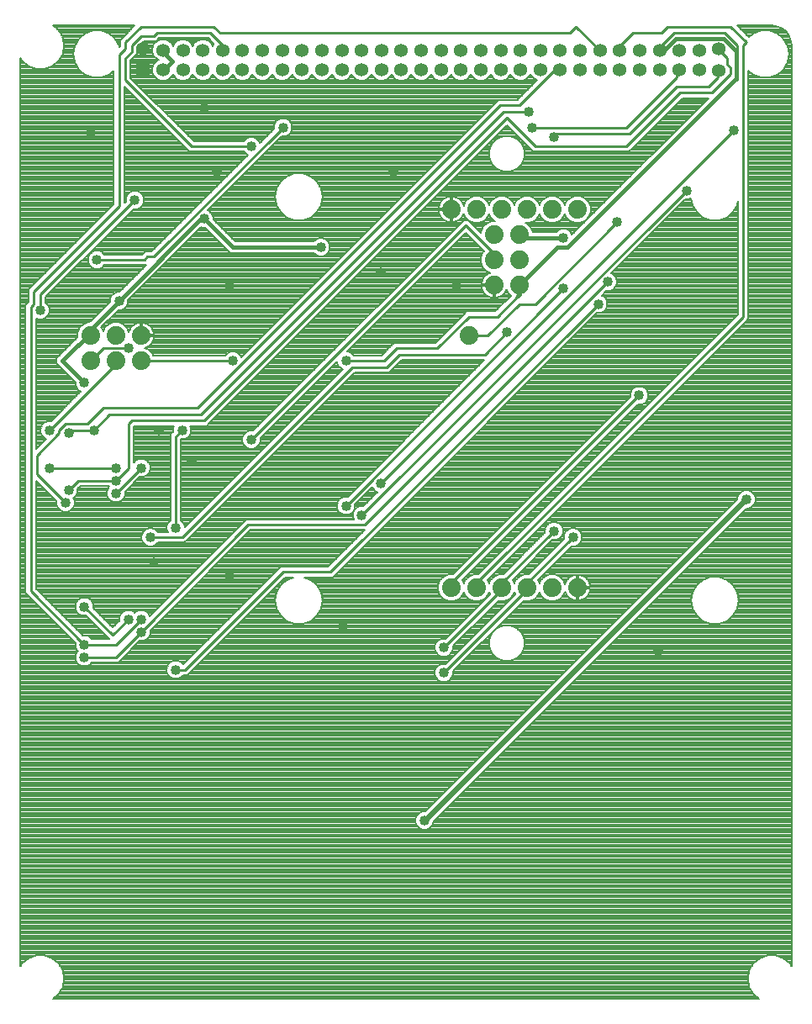
<source format=gbl>
G75*
%MOIN*%
%OFA0B0*%
%FSLAX25Y25*%
%IPPOS*%
%LPD*%
%AMOC8*
5,1,8,0,0,1.08239X$1,22.5*
%
%ADD10C,0.07400*%
%ADD11R,0.05346X0.05346*%
%ADD12C,0.05346*%
%ADD13C,0.04000*%
%ADD14C,0.00800*%
%ADD15C,0.01000*%
%ADD16C,0.01500*%
%ADD17C,0.02000*%
D10*
X0104060Y0305000D03*
X0104060Y0315000D03*
X0114060Y0315000D03*
X0114060Y0305000D03*
X0124060Y0305000D03*
X0124060Y0315000D03*
X0247060Y0365000D03*
X0257060Y0365000D03*
X0264060Y0355000D03*
X0267060Y0365000D03*
X0274060Y0355000D03*
X0277060Y0365000D03*
X0287060Y0365000D03*
X0297060Y0365000D03*
X0274060Y0345000D03*
X0274060Y0335000D03*
X0264060Y0335000D03*
X0264060Y0345000D03*
X0254060Y0315000D03*
X0257060Y0215000D03*
X0267060Y0215000D03*
X0277060Y0215000D03*
X0287060Y0215000D03*
X0297060Y0215000D03*
X0247060Y0215000D03*
D11*
X0124887Y0419921D03*
D12*
X0124887Y0428583D03*
X0132761Y0428189D03*
X0132761Y0420315D03*
X0140635Y0420315D03*
X0148509Y0420315D03*
X0148509Y0428189D03*
X0140635Y0428189D03*
X0156383Y0428189D03*
X0156383Y0420315D03*
X0164257Y0420315D03*
X0172131Y0420315D03*
X0172131Y0428189D03*
X0164257Y0428189D03*
X0180005Y0428189D03*
X0180005Y0420315D03*
X0187879Y0420315D03*
X0187879Y0428189D03*
X0195753Y0428189D03*
X0203627Y0428189D03*
X0203627Y0420315D03*
X0195753Y0420315D03*
X0211501Y0420315D03*
X0211501Y0428189D03*
X0219375Y0428189D03*
X0227249Y0428189D03*
X0227249Y0420315D03*
X0219375Y0420315D03*
X0235123Y0420315D03*
X0235123Y0428189D03*
X0242997Y0428189D03*
X0250871Y0428189D03*
X0250871Y0420315D03*
X0242997Y0420315D03*
X0258745Y0420315D03*
X0258745Y0428189D03*
X0266619Y0428189D03*
X0266619Y0420315D03*
X0274493Y0420315D03*
X0274493Y0428189D03*
X0282367Y0428189D03*
X0282367Y0420315D03*
X0290241Y0420315D03*
X0290241Y0428189D03*
X0298115Y0428189D03*
X0298115Y0420315D03*
X0305989Y0420315D03*
X0305989Y0428189D03*
X0313863Y0428189D03*
X0313863Y0420315D03*
X0321737Y0420315D03*
X0321737Y0428189D03*
X0329611Y0428189D03*
X0329611Y0420315D03*
X0337485Y0420315D03*
X0337485Y0428189D03*
X0345359Y0428189D03*
X0345359Y0420315D03*
X0353233Y0419921D03*
X0353233Y0428583D03*
D13*
X0359060Y0396250D03*
X0340310Y0372500D03*
X0312810Y0360000D03*
X0309060Y0336250D03*
X0305310Y0327500D03*
X0291560Y0333750D03*
X0291560Y0353750D03*
X0287810Y0393750D03*
X0279060Y0397500D03*
X0277810Y0403750D03*
X0249060Y0335000D03*
X0269060Y0316250D03*
X0224060Y0380000D03*
X0219060Y0340000D03*
X0205310Y0305000D03*
X0195310Y0350000D03*
X0167810Y0390000D03*
X0180310Y0397500D03*
X0154060Y0380000D03*
X0149060Y0361250D03*
X0159060Y0335000D03*
X0160310Y0305000D03*
X0167810Y0273750D03*
X0144060Y0265000D03*
X0140310Y0277500D03*
X0131060Y0277500D03*
X0124060Y0262500D03*
X0114060Y0262500D03*
X0114060Y0257500D03*
X0114060Y0252500D03*
X0127810Y0235000D03*
X0129060Y0225000D03*
X0137810Y0238750D03*
X0159060Y0220000D03*
X0137810Y0182500D03*
X0124060Y0197500D03*
X0124060Y0202500D03*
X0119060Y0202500D03*
X0101560Y0207500D03*
X0101560Y0192500D03*
X0101560Y0187500D03*
X0094060Y0248750D03*
X0095310Y0253750D03*
X0087810Y0262500D03*
X0087810Y0277500D03*
X0095310Y0276250D03*
X0105310Y0277500D03*
X0101560Y0296250D03*
X0119060Y0310000D03*
X0115310Y0328750D03*
X0106560Y0345000D03*
X0121560Y0368750D03*
X0104060Y0395000D03*
X0084060Y0325000D03*
X0149060Y0405000D03*
X0219060Y0256250D03*
X0211560Y0243750D03*
X0205310Y0247500D03*
X0204060Y0200000D03*
X0244060Y0191250D03*
X0244060Y0181250D03*
X0236360Y0122700D03*
X0295310Y0235000D03*
X0287810Y0237500D03*
X0321560Y0291250D03*
X0364060Y0250000D03*
X0329060Y0190000D03*
D14*
X0076160Y0064917D02*
X0076160Y0425083D01*
X0076826Y0423930D01*
X0076826Y0423930D01*
X0079338Y0421822D01*
X0079338Y0421822D01*
X0082420Y0420700D01*
X0085700Y0420700D01*
X0088782Y0421822D01*
X0091294Y0423930D01*
X0092934Y0426770D01*
X0092934Y0426770D01*
X0093503Y0430000D01*
X0092934Y0433230D01*
X0091294Y0436070D01*
X0091294Y0436070D01*
X0089113Y0437900D01*
X0121490Y0437900D01*
X0116940Y0433350D01*
X0115710Y0432120D01*
X0115710Y0429620D01*
X0115507Y0429417D01*
X0115434Y0429830D01*
X0113794Y0432670D01*
X0113794Y0432670D01*
X0111282Y0434778D01*
X0111282Y0434778D01*
X0108200Y0435900D01*
X0104920Y0435900D01*
X0101838Y0434778D01*
X0099326Y0432670D01*
X0097686Y0429830D01*
X0097686Y0429830D01*
X0097117Y0426600D01*
X0097686Y0423370D01*
X0099326Y0420530D01*
X0099326Y0420530D01*
X0101838Y0418422D01*
X0101838Y0418422D01*
X0104920Y0417300D01*
X0108200Y0417300D01*
X0111282Y0418422D01*
X0113210Y0420040D01*
X0113210Y0367120D01*
X0080690Y0334600D01*
X0079460Y0333370D01*
X0079460Y0328370D01*
X0079440Y0328350D01*
X0078210Y0327120D01*
X0078210Y0212880D01*
X0097960Y0193130D01*
X0097960Y0191784D01*
X0098508Y0190461D01*
X0098969Y0190000D01*
X0098508Y0189539D01*
X0097960Y0188216D01*
X0097960Y0186784D01*
X0098508Y0185461D01*
X0099521Y0184448D01*
X0100844Y0183900D01*
X0102276Y0183900D01*
X0103599Y0184448D01*
X0104551Y0185400D01*
X0114930Y0185400D01*
X0123430Y0193900D01*
X0124776Y0193900D01*
X0126099Y0194448D01*
X0127112Y0195461D01*
X0127660Y0196784D01*
X0127660Y0198130D01*
X0167430Y0237900D01*
X0212740Y0237900D01*
X0198190Y0223350D01*
X0179440Y0223350D01*
X0178210Y0222120D01*
X0140746Y0184655D01*
X0139849Y0185552D01*
X0138526Y0186100D01*
X0137094Y0186100D01*
X0135771Y0185552D01*
X0134758Y0184539D01*
X0134210Y0183216D01*
X0134210Y0181784D01*
X0134758Y0180461D01*
X0135771Y0179448D01*
X0137094Y0178900D01*
X0138526Y0178900D01*
X0139849Y0179448D01*
X0140801Y0180400D01*
X0142430Y0180400D01*
X0181180Y0219150D01*
X0184508Y0219150D01*
X0181838Y0218178D01*
X0179326Y0216070D01*
X0177686Y0213230D01*
X0177686Y0213230D01*
X0177117Y0210000D01*
X0177686Y0206770D01*
X0179326Y0203930D01*
X0179326Y0203930D01*
X0181838Y0201822D01*
X0181838Y0201822D01*
X0184920Y0200700D01*
X0188200Y0200700D01*
X0191282Y0201822D01*
X0193794Y0203930D01*
X0193794Y0203930D01*
X0195434Y0206770D01*
X0195434Y0206770D01*
X0196004Y0210000D01*
X0196004Y0210000D01*
X0195434Y0213230D01*
X0193794Y0216070D01*
X0191282Y0218178D01*
X0191282Y0218178D01*
X0188612Y0219150D01*
X0199930Y0219150D01*
X0304680Y0323900D01*
X0306026Y0323900D01*
X0307349Y0324448D01*
X0308362Y0325461D01*
X0308910Y0326784D01*
X0308910Y0328216D01*
X0308362Y0329539D01*
X0307349Y0330552D01*
X0306630Y0330850D01*
X0308430Y0332650D01*
X0309776Y0332650D01*
X0311099Y0333198D01*
X0312112Y0334211D01*
X0312660Y0335534D01*
X0312660Y0336966D01*
X0312112Y0338289D01*
X0311099Y0339302D01*
X0310380Y0339600D01*
X0339680Y0368900D01*
X0341026Y0368900D01*
X0342223Y0369396D01*
X0342686Y0366770D01*
X0344326Y0363930D01*
X0346838Y0361822D01*
X0349920Y0360700D01*
X0350731Y0360700D01*
X0353200Y0360700D01*
X0356282Y0361822D01*
X0358794Y0363930D01*
X0360434Y0366770D01*
X0360710Y0368336D01*
X0360710Y0323370D01*
X0257640Y0220300D01*
X0256006Y0220300D01*
X0254058Y0219493D01*
X0252567Y0218002D01*
X0252060Y0216779D01*
X0251553Y0218002D01*
X0251418Y0218138D01*
X0320930Y0287650D01*
X0322276Y0287650D01*
X0323599Y0288198D01*
X0324612Y0289211D01*
X0325160Y0290534D01*
X0325160Y0291966D01*
X0324612Y0293289D01*
X0323599Y0294302D01*
X0322276Y0294850D01*
X0320844Y0294850D01*
X0319521Y0294302D01*
X0318508Y0293289D01*
X0317960Y0291966D01*
X0317960Y0290620D01*
X0247640Y0220300D01*
X0246006Y0220300D01*
X0244058Y0219493D01*
X0242567Y0218002D01*
X0241760Y0216054D01*
X0241760Y0213946D01*
X0242567Y0211998D01*
X0244058Y0210507D01*
X0246006Y0209700D01*
X0248114Y0209700D01*
X0250062Y0210507D01*
X0251553Y0211998D01*
X0252060Y0213222D01*
X0252567Y0211998D01*
X0254058Y0210507D01*
X0256006Y0209700D01*
X0258114Y0209700D01*
X0260062Y0210507D01*
X0261553Y0211998D01*
X0262060Y0213222D01*
X0262353Y0212513D01*
X0244690Y0194850D01*
X0243344Y0194850D01*
X0242021Y0194302D01*
X0241008Y0193289D01*
X0240460Y0191966D01*
X0240460Y0190534D01*
X0241008Y0189211D01*
X0242021Y0188198D01*
X0243344Y0187650D01*
X0244776Y0187650D01*
X0246099Y0188198D01*
X0247112Y0189211D01*
X0247660Y0190534D01*
X0247660Y0191880D01*
X0265634Y0209854D01*
X0266006Y0209700D01*
X0268114Y0209700D01*
X0270062Y0210507D01*
X0271553Y0211998D01*
X0272060Y0213222D01*
X0272353Y0212513D01*
X0244690Y0184850D01*
X0243344Y0184850D01*
X0242021Y0184302D01*
X0241008Y0183289D01*
X0240460Y0181966D01*
X0240460Y0180534D01*
X0241008Y0179211D01*
X0242021Y0178198D01*
X0243344Y0177650D01*
X0244776Y0177650D01*
X0246099Y0178198D01*
X0247112Y0179211D01*
X0247660Y0180534D01*
X0247660Y0181880D01*
X0275634Y0209854D01*
X0276006Y0209700D01*
X0278114Y0209700D01*
X0280062Y0210507D01*
X0281553Y0211998D01*
X0282060Y0213222D01*
X0282567Y0211998D01*
X0284058Y0210507D01*
X0286006Y0209700D01*
X0288114Y0209700D01*
X0290062Y0210507D01*
X0291553Y0211998D01*
X0292181Y0213513D01*
X0292334Y0213042D01*
X0292698Y0212327D01*
X0293170Y0211678D01*
X0293738Y0211110D01*
X0294387Y0210638D01*
X0295102Y0210274D01*
X0295866Y0210026D01*
X0296659Y0209900D01*
X0296660Y0209900D01*
X0296660Y0214600D01*
X0297460Y0214600D01*
X0297460Y0209900D01*
X0297461Y0209900D01*
X0298254Y0210026D01*
X0299018Y0210274D01*
X0299733Y0210638D01*
X0300382Y0211110D01*
X0300950Y0211678D01*
X0301422Y0212327D01*
X0301786Y0213042D01*
X0302034Y0213806D01*
X0302160Y0214599D01*
X0302160Y0214600D01*
X0297460Y0214600D01*
X0297460Y0215400D01*
X0302160Y0215400D01*
X0302160Y0215402D01*
X0302034Y0216194D01*
X0301786Y0216958D01*
X0301422Y0217673D01*
X0300950Y0218323D01*
X0300382Y0218890D01*
X0299733Y0219362D01*
X0299018Y0219727D01*
X0298254Y0219975D01*
X0297461Y0220100D01*
X0297460Y0220100D01*
X0297460Y0215400D01*
X0296660Y0215400D01*
X0296660Y0220100D01*
X0296659Y0220100D01*
X0295866Y0219975D01*
X0295102Y0219727D01*
X0294387Y0219362D01*
X0293738Y0218890D01*
X0293170Y0218323D01*
X0292698Y0217673D01*
X0292334Y0216958D01*
X0292181Y0216487D01*
X0291553Y0218002D01*
X0290062Y0219493D01*
X0288114Y0220300D01*
X0286006Y0220300D01*
X0284058Y0219493D01*
X0282567Y0218002D01*
X0282060Y0216779D01*
X0281553Y0218002D01*
X0281418Y0218138D01*
X0294680Y0231400D01*
X0296026Y0231400D01*
X0297349Y0231948D01*
X0298362Y0232961D01*
X0298910Y0234284D01*
X0298910Y0235716D01*
X0298362Y0237039D01*
X0297349Y0238052D01*
X0296026Y0238600D01*
X0294594Y0238600D01*
X0293271Y0238052D01*
X0292258Y0237039D01*
X0291710Y0235716D01*
X0291710Y0234370D01*
X0277640Y0220300D01*
X0276006Y0220300D01*
X0274058Y0219493D01*
X0272567Y0218002D01*
X0272060Y0216779D01*
X0271553Y0218002D01*
X0271418Y0218138D01*
X0287180Y0233900D01*
X0288526Y0233900D01*
X0289849Y0234448D01*
X0290862Y0235461D01*
X0291410Y0236784D01*
X0291410Y0238216D01*
X0290862Y0239539D01*
X0289849Y0240552D01*
X0288526Y0241100D01*
X0287094Y0241100D01*
X0285771Y0240552D01*
X0284758Y0239539D01*
X0284210Y0238216D01*
X0284210Y0236870D01*
X0267640Y0220300D01*
X0266006Y0220300D01*
X0264058Y0219493D01*
X0262567Y0218002D01*
X0262060Y0216779D01*
X0261553Y0218002D01*
X0261418Y0218138D01*
X0363680Y0320400D01*
X0364910Y0321630D01*
X0364910Y0420040D01*
X0366838Y0418422D01*
X0366838Y0418422D01*
X0369920Y0417300D01*
X0373200Y0417300D01*
X0376282Y0418422D01*
X0378794Y0420530D01*
X0380434Y0423370D01*
X0380434Y0423370D01*
X0381003Y0426600D01*
X0380434Y0429830D01*
X0378794Y0432670D01*
X0378794Y0432670D01*
X0376282Y0434778D01*
X0376282Y0434778D01*
X0373200Y0435900D01*
X0369920Y0435900D01*
X0366838Y0434778D01*
X0365024Y0433256D01*
X0364930Y0433350D01*
X0360380Y0437900D01*
X0374060Y0437900D01*
X0375296Y0437803D01*
X0377647Y0437039D01*
X0379646Y0435586D01*
X0381099Y0433587D01*
X0381863Y0431236D01*
X0381960Y0430000D01*
X0381960Y0064917D01*
X0381294Y0066070D01*
X0381294Y0066070D01*
X0378782Y0068178D01*
X0378782Y0068178D01*
X0375700Y0069300D01*
X0372420Y0069300D01*
X0369338Y0068178D01*
X0366826Y0066070D01*
X0365186Y0063230D01*
X0365186Y0063230D01*
X0364617Y0060000D01*
X0365186Y0056770D01*
X0366826Y0053930D01*
X0366826Y0053930D01*
X0369007Y0052100D01*
X0089113Y0052100D01*
X0091294Y0053930D01*
X0092934Y0056770D01*
X0092934Y0056770D01*
X0093503Y0060000D01*
X0092934Y0063230D01*
X0091294Y0066070D01*
X0091294Y0066070D01*
X0088782Y0068178D01*
X0088782Y0068178D01*
X0085700Y0069300D01*
X0082420Y0069300D01*
X0079338Y0068178D01*
X0076826Y0066070D01*
X0076160Y0064917D01*
X0076160Y0065172D02*
X0076307Y0065172D01*
X0076160Y0065970D02*
X0076768Y0065970D01*
X0076826Y0066070D02*
X0076826Y0066070D01*
X0076826Y0066070D01*
X0076160Y0066769D02*
X0077658Y0066769D01*
X0078610Y0067567D02*
X0076160Y0067567D01*
X0076160Y0068366D02*
X0079853Y0068366D01*
X0079338Y0068178D02*
X0079338Y0068178D01*
X0082047Y0069164D02*
X0076160Y0069164D01*
X0076160Y0069963D02*
X0381960Y0069963D01*
X0381960Y0070761D02*
X0076160Y0070761D01*
X0076160Y0071560D02*
X0381960Y0071560D01*
X0381960Y0072358D02*
X0076160Y0072358D01*
X0076160Y0073157D02*
X0381960Y0073157D01*
X0381960Y0073955D02*
X0076160Y0073955D01*
X0076160Y0074754D02*
X0381960Y0074754D01*
X0381960Y0075552D02*
X0076160Y0075552D01*
X0076160Y0076351D02*
X0381960Y0076351D01*
X0381960Y0077149D02*
X0076160Y0077149D01*
X0076160Y0077948D02*
X0381960Y0077948D01*
X0381960Y0078746D02*
X0076160Y0078746D01*
X0076160Y0079545D02*
X0381960Y0079545D01*
X0381960Y0080343D02*
X0076160Y0080343D01*
X0076160Y0081142D02*
X0381960Y0081142D01*
X0381960Y0081940D02*
X0076160Y0081940D01*
X0076160Y0082739D02*
X0381960Y0082739D01*
X0381960Y0083537D02*
X0076160Y0083537D01*
X0076160Y0084336D02*
X0381960Y0084336D01*
X0381960Y0085134D02*
X0076160Y0085134D01*
X0076160Y0085933D02*
X0381960Y0085933D01*
X0381960Y0086732D02*
X0076160Y0086732D01*
X0076160Y0087530D02*
X0381960Y0087530D01*
X0381960Y0088329D02*
X0076160Y0088329D01*
X0076160Y0089127D02*
X0381960Y0089127D01*
X0381960Y0089926D02*
X0076160Y0089926D01*
X0076160Y0090724D02*
X0381960Y0090724D01*
X0381960Y0091523D02*
X0076160Y0091523D01*
X0076160Y0092321D02*
X0381960Y0092321D01*
X0381960Y0093120D02*
X0076160Y0093120D01*
X0076160Y0093918D02*
X0381960Y0093918D01*
X0381960Y0094717D02*
X0076160Y0094717D01*
X0076160Y0095515D02*
X0381960Y0095515D01*
X0381960Y0096314D02*
X0076160Y0096314D01*
X0076160Y0097112D02*
X0381960Y0097112D01*
X0381960Y0097911D02*
X0076160Y0097911D01*
X0076160Y0098709D02*
X0381960Y0098709D01*
X0381960Y0099508D02*
X0076160Y0099508D01*
X0076160Y0100306D02*
X0381960Y0100306D01*
X0381960Y0101105D02*
X0076160Y0101105D01*
X0076160Y0101903D02*
X0381960Y0101903D01*
X0381960Y0102702D02*
X0076160Y0102702D01*
X0076160Y0103500D02*
X0381960Y0103500D01*
X0381960Y0104299D02*
X0076160Y0104299D01*
X0076160Y0105097D02*
X0381960Y0105097D01*
X0381960Y0105896D02*
X0076160Y0105896D01*
X0076160Y0106694D02*
X0381960Y0106694D01*
X0381960Y0107493D02*
X0076160Y0107493D01*
X0076160Y0108291D02*
X0381960Y0108291D01*
X0381960Y0109090D02*
X0076160Y0109090D01*
X0076160Y0109888D02*
X0381960Y0109888D01*
X0381960Y0110687D02*
X0076160Y0110687D01*
X0076160Y0111485D02*
X0381960Y0111485D01*
X0381960Y0112284D02*
X0076160Y0112284D01*
X0076160Y0113082D02*
X0381960Y0113082D01*
X0381960Y0113881D02*
X0076160Y0113881D01*
X0076160Y0114679D02*
X0381960Y0114679D01*
X0381960Y0115478D02*
X0076160Y0115478D01*
X0076160Y0116276D02*
X0381960Y0116276D01*
X0381960Y0117075D02*
X0076160Y0117075D01*
X0076160Y0117873D02*
X0381960Y0117873D01*
X0381960Y0118672D02*
X0076160Y0118672D01*
X0076160Y0119470D02*
X0234749Y0119470D01*
X0234321Y0119648D02*
X0235644Y0119100D01*
X0237076Y0119100D01*
X0238399Y0119648D01*
X0239412Y0120661D01*
X0239960Y0121984D01*
X0239960Y0122223D01*
X0364137Y0246400D01*
X0364776Y0246400D01*
X0366099Y0246948D01*
X0367112Y0247961D01*
X0367660Y0249284D01*
X0367660Y0250716D01*
X0367112Y0252039D01*
X0366099Y0253052D01*
X0364776Y0253600D01*
X0363344Y0253600D01*
X0362021Y0253052D01*
X0361008Y0252039D01*
X0360460Y0250716D01*
X0360460Y0250077D01*
X0236683Y0126300D01*
X0235644Y0126300D01*
X0234321Y0125752D01*
X0233308Y0124739D01*
X0232760Y0123416D01*
X0232760Y0121984D01*
X0233308Y0120661D01*
X0234321Y0119648D01*
X0233700Y0120269D02*
X0076160Y0120269D01*
X0076160Y0121068D02*
X0233140Y0121068D01*
X0232809Y0121866D02*
X0076160Y0121866D01*
X0076160Y0122665D02*
X0232760Y0122665D01*
X0232779Y0123463D02*
X0076160Y0123463D01*
X0076160Y0124262D02*
X0233110Y0124262D01*
X0233629Y0125060D02*
X0076160Y0125060D01*
X0076160Y0125859D02*
X0234578Y0125859D01*
X0237040Y0126657D02*
X0076160Y0126657D01*
X0076160Y0127456D02*
X0237839Y0127456D01*
X0238637Y0128254D02*
X0076160Y0128254D01*
X0076160Y0129053D02*
X0239436Y0129053D01*
X0240234Y0129851D02*
X0076160Y0129851D01*
X0076160Y0130650D02*
X0241033Y0130650D01*
X0241831Y0131448D02*
X0076160Y0131448D01*
X0076160Y0132247D02*
X0242630Y0132247D01*
X0243428Y0133045D02*
X0076160Y0133045D01*
X0076160Y0133844D02*
X0244227Y0133844D01*
X0245025Y0134642D02*
X0076160Y0134642D01*
X0076160Y0135441D02*
X0245824Y0135441D01*
X0246622Y0136239D02*
X0076160Y0136239D01*
X0076160Y0137038D02*
X0247421Y0137038D01*
X0248219Y0137836D02*
X0076160Y0137836D01*
X0076160Y0138635D02*
X0249018Y0138635D01*
X0249816Y0139433D02*
X0076160Y0139433D01*
X0076160Y0140232D02*
X0250615Y0140232D01*
X0251413Y0141030D02*
X0076160Y0141030D01*
X0076160Y0141829D02*
X0252212Y0141829D01*
X0253010Y0142627D02*
X0076160Y0142627D01*
X0076160Y0143426D02*
X0253809Y0143426D01*
X0254607Y0144224D02*
X0076160Y0144224D01*
X0076160Y0145023D02*
X0255406Y0145023D01*
X0256204Y0145821D02*
X0076160Y0145821D01*
X0076160Y0146620D02*
X0257003Y0146620D01*
X0257801Y0147418D02*
X0076160Y0147418D01*
X0076160Y0148217D02*
X0258600Y0148217D01*
X0259398Y0149015D02*
X0076160Y0149015D01*
X0076160Y0149814D02*
X0260197Y0149814D01*
X0260995Y0150612D02*
X0076160Y0150612D01*
X0076160Y0151411D02*
X0261794Y0151411D01*
X0262592Y0152209D02*
X0076160Y0152209D01*
X0076160Y0153008D02*
X0263391Y0153008D01*
X0264190Y0153806D02*
X0076160Y0153806D01*
X0076160Y0154605D02*
X0264988Y0154605D01*
X0265787Y0155403D02*
X0076160Y0155403D01*
X0076160Y0156202D02*
X0266585Y0156202D01*
X0267384Y0157001D02*
X0076160Y0157001D01*
X0076160Y0157799D02*
X0268182Y0157799D01*
X0268981Y0158598D02*
X0076160Y0158598D01*
X0076160Y0159396D02*
X0269779Y0159396D01*
X0270578Y0160195D02*
X0076160Y0160195D01*
X0076160Y0160993D02*
X0271376Y0160993D01*
X0272175Y0161792D02*
X0076160Y0161792D01*
X0076160Y0162590D02*
X0272973Y0162590D01*
X0273772Y0163389D02*
X0076160Y0163389D01*
X0076160Y0164187D02*
X0274570Y0164187D01*
X0275369Y0164986D02*
X0076160Y0164986D01*
X0076160Y0165784D02*
X0276167Y0165784D01*
X0276966Y0166583D02*
X0076160Y0166583D01*
X0076160Y0167381D02*
X0277764Y0167381D01*
X0278563Y0168180D02*
X0076160Y0168180D01*
X0076160Y0168978D02*
X0279361Y0168978D01*
X0280160Y0169777D02*
X0076160Y0169777D01*
X0076160Y0170575D02*
X0280958Y0170575D01*
X0281757Y0171374D02*
X0076160Y0171374D01*
X0076160Y0172172D02*
X0282555Y0172172D01*
X0283354Y0172971D02*
X0076160Y0172971D01*
X0076160Y0173769D02*
X0284152Y0173769D01*
X0284951Y0174568D02*
X0076160Y0174568D01*
X0076160Y0175366D02*
X0285749Y0175366D01*
X0286548Y0176165D02*
X0076160Y0176165D01*
X0076160Y0176963D02*
X0287346Y0176963D01*
X0288145Y0177762D02*
X0245046Y0177762D01*
X0246461Y0178560D02*
X0288943Y0178560D01*
X0289742Y0179359D02*
X0247173Y0179359D01*
X0247504Y0180157D02*
X0290540Y0180157D01*
X0291339Y0180956D02*
X0247660Y0180956D01*
X0247660Y0181754D02*
X0292137Y0181754D01*
X0292936Y0182553D02*
X0248333Y0182553D01*
X0249131Y0183351D02*
X0293734Y0183351D01*
X0294533Y0184150D02*
X0249930Y0184150D01*
X0250728Y0184948D02*
X0295331Y0184948D01*
X0296130Y0185747D02*
X0251527Y0185747D01*
X0252325Y0186545D02*
X0266090Y0186545D01*
X0265038Y0186981D02*
X0267648Y0185900D01*
X0270472Y0185900D01*
X0273082Y0186981D01*
X0275079Y0188978D01*
X0276160Y0191588D01*
X0276160Y0194412D01*
X0275079Y0197022D01*
X0273082Y0199019D01*
X0270472Y0200100D01*
X0267648Y0200100D01*
X0265038Y0199019D01*
X0263041Y0197022D01*
X0261960Y0194412D01*
X0261960Y0191588D01*
X0263041Y0188978D01*
X0265038Y0186981D01*
X0264675Y0187344D02*
X0253124Y0187344D01*
X0253922Y0188142D02*
X0263877Y0188142D01*
X0263078Y0188941D02*
X0254721Y0188941D01*
X0255519Y0189739D02*
X0262726Y0189739D01*
X0262395Y0190538D02*
X0256318Y0190538D01*
X0257116Y0191337D02*
X0262064Y0191337D01*
X0261960Y0192135D02*
X0257915Y0192135D01*
X0258713Y0192934D02*
X0261960Y0192934D01*
X0261960Y0193732D02*
X0259512Y0193732D01*
X0260310Y0194531D02*
X0262009Y0194531D01*
X0262340Y0195329D02*
X0261109Y0195329D01*
X0261907Y0196128D02*
X0262670Y0196128D01*
X0262706Y0196926D02*
X0263001Y0196926D01*
X0263504Y0197725D02*
X0263744Y0197725D01*
X0264303Y0198523D02*
X0264542Y0198523D01*
X0265101Y0199322D02*
X0265768Y0199322D01*
X0265900Y0200120D02*
X0310503Y0200120D01*
X0309705Y0199322D02*
X0272352Y0199322D01*
X0273578Y0198523D02*
X0308906Y0198523D01*
X0308108Y0197725D02*
X0274376Y0197725D01*
X0275119Y0196926D02*
X0307309Y0196926D01*
X0306511Y0196128D02*
X0275450Y0196128D01*
X0275780Y0195329D02*
X0305712Y0195329D01*
X0304914Y0194531D02*
X0276111Y0194531D01*
X0276160Y0193732D02*
X0304115Y0193732D01*
X0303317Y0192934D02*
X0276160Y0192934D01*
X0276160Y0192135D02*
X0302518Y0192135D01*
X0301720Y0191337D02*
X0276056Y0191337D01*
X0275725Y0190538D02*
X0300921Y0190538D01*
X0300123Y0189739D02*
X0275394Y0189739D01*
X0275042Y0188941D02*
X0299324Y0188941D01*
X0298526Y0188142D02*
X0274243Y0188142D01*
X0273445Y0187344D02*
X0297727Y0187344D01*
X0296928Y0186545D02*
X0272030Y0186545D01*
X0266698Y0200919D02*
X0311302Y0200919D01*
X0312100Y0201717D02*
X0267497Y0201717D01*
X0268295Y0202516D02*
X0312899Y0202516D01*
X0313697Y0203314D02*
X0269094Y0203314D01*
X0269893Y0204113D02*
X0314496Y0204113D01*
X0315294Y0204911D02*
X0270691Y0204911D01*
X0271490Y0205710D02*
X0316093Y0205710D01*
X0316891Y0206508D02*
X0272288Y0206508D01*
X0273087Y0207307D02*
X0317690Y0207307D01*
X0318488Y0208105D02*
X0273885Y0208105D01*
X0274684Y0208904D02*
X0319287Y0208904D01*
X0320085Y0209702D02*
X0288119Y0209702D01*
X0290047Y0210501D02*
X0294657Y0210501D01*
X0293548Y0211299D02*
X0290854Y0211299D01*
X0291594Y0212098D02*
X0292865Y0212098D01*
X0292408Y0212896D02*
X0291925Y0212896D01*
X0292014Y0216889D02*
X0292311Y0216889D01*
X0292708Y0217687D02*
X0291684Y0217687D01*
X0291070Y0218486D02*
X0293333Y0218486D01*
X0294280Y0219284D02*
X0290271Y0219284D01*
X0288639Y0220083D02*
X0296550Y0220083D01*
X0296660Y0220083D02*
X0297460Y0220083D01*
X0297570Y0220083D02*
X0330466Y0220083D01*
X0331264Y0220881D02*
X0284161Y0220881D01*
X0283363Y0220083D02*
X0285481Y0220083D01*
X0284960Y0221680D02*
X0332063Y0221680D01*
X0332861Y0222478D02*
X0285758Y0222478D01*
X0286557Y0223277D02*
X0333660Y0223277D01*
X0334459Y0224075D02*
X0287355Y0224075D01*
X0288154Y0224874D02*
X0335257Y0224874D01*
X0336056Y0225672D02*
X0288952Y0225672D01*
X0289751Y0226471D02*
X0336854Y0226471D01*
X0337653Y0227270D02*
X0290549Y0227270D01*
X0291348Y0228068D02*
X0338451Y0228068D01*
X0339250Y0228867D02*
X0292146Y0228867D01*
X0292945Y0229665D02*
X0340048Y0229665D01*
X0340847Y0230464D02*
X0293743Y0230464D01*
X0294542Y0231262D02*
X0341645Y0231262D01*
X0342444Y0232061D02*
X0297462Y0232061D01*
X0298260Y0232859D02*
X0343242Y0232859D01*
X0344041Y0233658D02*
X0298651Y0233658D01*
X0298910Y0234456D02*
X0344839Y0234456D01*
X0345638Y0235255D02*
X0298910Y0235255D01*
X0298770Y0236053D02*
X0346436Y0236053D01*
X0347235Y0236852D02*
X0298440Y0236852D01*
X0297751Y0237650D02*
X0348033Y0237650D01*
X0348832Y0238449D02*
X0296391Y0238449D01*
X0294229Y0238449D02*
X0291314Y0238449D01*
X0291410Y0237650D02*
X0292869Y0237650D01*
X0292180Y0236852D02*
X0291410Y0236852D01*
X0291107Y0236053D02*
X0291850Y0236053D01*
X0291710Y0235255D02*
X0290656Y0235255D01*
X0289857Y0234456D02*
X0291710Y0234456D01*
X0290998Y0233658D02*
X0286937Y0233658D01*
X0286139Y0232859D02*
X0290199Y0232859D01*
X0289401Y0232061D02*
X0285340Y0232061D01*
X0284542Y0231262D02*
X0288602Y0231262D01*
X0287804Y0230464D02*
X0283743Y0230464D01*
X0282945Y0229665D02*
X0287005Y0229665D01*
X0286207Y0228867D02*
X0282146Y0228867D01*
X0281348Y0228068D02*
X0285408Y0228068D01*
X0284610Y0227270D02*
X0280549Y0227270D01*
X0279751Y0226471D02*
X0283811Y0226471D01*
X0283013Y0225672D02*
X0278952Y0225672D01*
X0278154Y0224874D02*
X0282214Y0224874D01*
X0281416Y0224075D02*
X0277355Y0224075D01*
X0276557Y0223277D02*
X0280617Y0223277D01*
X0279819Y0222478D02*
X0275758Y0222478D01*
X0274960Y0221680D02*
X0279020Y0221680D01*
X0278222Y0220881D02*
X0274161Y0220881D01*
X0273363Y0220083D02*
X0275481Y0220083D01*
X0273849Y0219284D02*
X0272564Y0219284D01*
X0273050Y0218486D02*
X0271766Y0218486D01*
X0271684Y0217687D02*
X0272436Y0217687D01*
X0272106Y0216889D02*
X0272014Y0216889D01*
X0271925Y0212896D02*
X0272195Y0212896D01*
X0271938Y0212098D02*
X0271594Y0212098D01*
X0271139Y0211299D02*
X0270854Y0211299D01*
X0270341Y0210501D02*
X0270047Y0210501D01*
X0269542Y0209702D02*
X0268119Y0209702D01*
X0268744Y0208904D02*
X0264684Y0208904D01*
X0265482Y0209702D02*
X0266001Y0209702D01*
X0267945Y0208105D02*
X0263885Y0208105D01*
X0263087Y0207307D02*
X0267147Y0207307D01*
X0266348Y0206508D02*
X0262288Y0206508D01*
X0261490Y0205710D02*
X0265550Y0205710D01*
X0264751Y0204911D02*
X0260691Y0204911D01*
X0259893Y0204113D02*
X0263953Y0204113D01*
X0263154Y0203314D02*
X0259094Y0203314D01*
X0258295Y0202516D02*
X0262356Y0202516D01*
X0261557Y0201717D02*
X0257497Y0201717D01*
X0256698Y0200919D02*
X0260759Y0200919D01*
X0259960Y0200120D02*
X0255900Y0200120D01*
X0255101Y0199322D02*
X0259162Y0199322D01*
X0258363Y0198523D02*
X0254303Y0198523D01*
X0253504Y0197725D02*
X0257565Y0197725D01*
X0256766Y0196926D02*
X0252706Y0196926D01*
X0251907Y0196128D02*
X0255968Y0196128D01*
X0255169Y0195329D02*
X0251109Y0195329D01*
X0250310Y0194531D02*
X0254371Y0194531D01*
X0253572Y0193732D02*
X0249512Y0193732D01*
X0248713Y0192934D02*
X0252774Y0192934D01*
X0251975Y0192135D02*
X0247915Y0192135D01*
X0247660Y0191337D02*
X0251177Y0191337D01*
X0250378Y0190538D02*
X0247660Y0190538D01*
X0247331Y0189739D02*
X0249580Y0189739D01*
X0248781Y0188941D02*
X0246842Y0188941D01*
X0245965Y0188142D02*
X0247983Y0188142D01*
X0247184Y0187344D02*
X0149374Y0187344D01*
X0150172Y0188142D02*
X0242155Y0188142D01*
X0241278Y0188941D02*
X0150971Y0188941D01*
X0151769Y0189739D02*
X0240789Y0189739D01*
X0240460Y0190538D02*
X0152568Y0190538D01*
X0153366Y0191337D02*
X0240460Y0191337D01*
X0240530Y0192135D02*
X0154165Y0192135D01*
X0154963Y0192934D02*
X0240861Y0192934D01*
X0241451Y0193732D02*
X0155762Y0193732D01*
X0156560Y0194531D02*
X0242573Y0194531D01*
X0245169Y0195329D02*
X0157359Y0195329D01*
X0158157Y0196128D02*
X0245968Y0196128D01*
X0246766Y0196926D02*
X0158956Y0196926D01*
X0159754Y0197725D02*
X0247565Y0197725D01*
X0248363Y0198523D02*
X0160553Y0198523D01*
X0161351Y0199322D02*
X0249162Y0199322D01*
X0249960Y0200120D02*
X0162150Y0200120D01*
X0162948Y0200919D02*
X0184320Y0200919D01*
X0182126Y0201717D02*
X0163747Y0201717D01*
X0164545Y0202516D02*
X0181011Y0202516D01*
X0180060Y0203314D02*
X0165344Y0203314D01*
X0166143Y0204113D02*
X0179220Y0204113D01*
X0178759Y0204911D02*
X0166941Y0204911D01*
X0167740Y0205710D02*
X0178298Y0205710D01*
X0177837Y0206508D02*
X0168538Y0206508D01*
X0169337Y0207307D02*
X0177592Y0207307D01*
X0177686Y0206770D02*
X0177686Y0206770D01*
X0177451Y0208105D02*
X0170135Y0208105D01*
X0170934Y0208904D02*
X0177310Y0208904D01*
X0177169Y0209702D02*
X0171732Y0209702D01*
X0172531Y0210501D02*
X0177205Y0210501D01*
X0177117Y0210000D02*
X0177117Y0210000D01*
X0177346Y0211299D02*
X0173329Y0211299D01*
X0174128Y0212098D02*
X0177487Y0212098D01*
X0177627Y0212896D02*
X0174926Y0212896D01*
X0175725Y0213695D02*
X0177955Y0213695D01*
X0178416Y0214493D02*
X0176523Y0214493D01*
X0177322Y0215292D02*
X0178877Y0215292D01*
X0179326Y0216070D02*
X0179326Y0216070D01*
X0179326Y0216070D01*
X0179350Y0216090D02*
X0178120Y0216090D01*
X0178919Y0216889D02*
X0180302Y0216889D01*
X0179717Y0217687D02*
X0181253Y0217687D01*
X0181838Y0218178D02*
X0181838Y0218178D01*
X0182683Y0218486D02*
X0180516Y0218486D01*
X0177770Y0221680D02*
X0151210Y0221680D01*
X0152008Y0222478D02*
X0178569Y0222478D01*
X0179367Y0223277D02*
X0152807Y0223277D01*
X0153605Y0224075D02*
X0198916Y0224075D01*
X0199714Y0224874D02*
X0154404Y0224874D01*
X0155202Y0225672D02*
X0200513Y0225672D01*
X0201311Y0226471D02*
X0156001Y0226471D01*
X0156799Y0227270D02*
X0202110Y0227270D01*
X0202908Y0228068D02*
X0157598Y0228068D01*
X0158396Y0228867D02*
X0203707Y0228867D01*
X0204505Y0229665D02*
X0159195Y0229665D01*
X0159993Y0230464D02*
X0205304Y0230464D01*
X0206102Y0231262D02*
X0160792Y0231262D01*
X0161590Y0232061D02*
X0206901Y0232061D01*
X0207699Y0232859D02*
X0162389Y0232859D01*
X0163187Y0233658D02*
X0208498Y0233658D01*
X0209296Y0234456D02*
X0163986Y0234456D01*
X0164784Y0235255D02*
X0210095Y0235255D01*
X0210893Y0236053D02*
X0165583Y0236053D01*
X0166381Y0236852D02*
X0211692Y0236852D01*
X0212490Y0237650D02*
X0167180Y0237650D01*
X0164434Y0240844D02*
X0149124Y0240844D01*
X0148326Y0240046D02*
X0163636Y0240046D01*
X0162837Y0239247D02*
X0147527Y0239247D01*
X0146729Y0238449D02*
X0162039Y0238449D01*
X0161240Y0237650D02*
X0145930Y0237650D01*
X0145131Y0236852D02*
X0160442Y0236852D01*
X0159643Y0236053D02*
X0144333Y0236053D01*
X0143534Y0235255D02*
X0158845Y0235255D01*
X0158046Y0234456D02*
X0142736Y0234456D01*
X0142410Y0234130D02*
X0208680Y0300400D01*
X0222430Y0300400D01*
X0223660Y0301630D01*
X0227430Y0305400D01*
X0260240Y0305400D01*
X0205940Y0251100D01*
X0204594Y0251100D01*
X0203271Y0250552D01*
X0202258Y0249539D01*
X0201710Y0248216D01*
X0201710Y0246784D01*
X0202258Y0245461D01*
X0203271Y0244448D01*
X0204594Y0243900D01*
X0206026Y0243900D01*
X0207349Y0244448D01*
X0208362Y0245461D01*
X0208910Y0246784D01*
X0208910Y0248130D01*
X0215710Y0254930D01*
X0216008Y0254211D01*
X0217021Y0253198D01*
X0217740Y0252900D01*
X0212190Y0247350D01*
X0210844Y0247350D01*
X0209521Y0246802D01*
X0208508Y0245789D01*
X0207960Y0244466D01*
X0207960Y0243034D01*
X0208347Y0242100D01*
X0165690Y0242100D01*
X0127410Y0203820D01*
X0127112Y0204539D01*
X0126099Y0205552D01*
X0124776Y0206100D01*
X0123344Y0206100D01*
X0122021Y0205552D01*
X0121560Y0205091D01*
X0121099Y0205552D01*
X0119776Y0206100D01*
X0118344Y0206100D01*
X0117021Y0205552D01*
X0116008Y0204539D01*
X0115460Y0203216D01*
X0115460Y0201870D01*
X0112810Y0199220D01*
X0105160Y0206870D01*
X0105160Y0208216D01*
X0104612Y0209539D01*
X0103599Y0210552D01*
X0102276Y0211100D01*
X0100844Y0211100D01*
X0099521Y0210552D01*
X0098508Y0209539D01*
X0097960Y0208216D01*
X0097960Y0206784D01*
X0098508Y0205461D01*
X0099521Y0204448D01*
X0100844Y0203900D01*
X0102190Y0203900D01*
X0110710Y0195380D01*
X0111490Y0194600D01*
X0104551Y0194600D01*
X0103599Y0195552D01*
X0102276Y0196100D01*
X0100930Y0196100D01*
X0082410Y0214620D01*
X0082410Y0257430D01*
X0090460Y0249380D01*
X0090460Y0248034D01*
X0091008Y0246711D01*
X0092021Y0245698D01*
X0093344Y0245150D01*
X0094776Y0245150D01*
X0096099Y0245698D01*
X0097112Y0246711D01*
X0097660Y0248034D01*
X0097660Y0249466D01*
X0097179Y0250628D01*
X0097349Y0250698D01*
X0098362Y0251711D01*
X0098910Y0253034D01*
X0098910Y0254380D01*
X0099930Y0255400D01*
X0111069Y0255400D01*
X0111469Y0255000D01*
X0111008Y0254539D01*
X0110460Y0253216D01*
X0110460Y0251784D01*
X0111008Y0250461D01*
X0112021Y0249448D01*
X0113344Y0248900D01*
X0114776Y0248900D01*
X0116099Y0249448D01*
X0117112Y0250461D01*
X0117660Y0251784D01*
X0117660Y0253130D01*
X0123430Y0258900D01*
X0124776Y0258900D01*
X0126099Y0259448D01*
X0127112Y0260461D01*
X0127660Y0261784D01*
X0127660Y0263216D01*
X0127112Y0264539D01*
X0126099Y0265552D01*
X0124776Y0266100D01*
X0123344Y0266100D01*
X0122021Y0265552D01*
X0121160Y0264691D01*
X0121160Y0279130D01*
X0121180Y0279150D01*
X0137097Y0279150D01*
X0136710Y0278216D01*
X0136710Y0276870D01*
X0135710Y0275870D01*
X0135710Y0241741D01*
X0134758Y0240789D01*
X0134210Y0239466D01*
X0134210Y0238034D01*
X0134597Y0237100D01*
X0130801Y0237100D01*
X0129849Y0238052D01*
X0128526Y0238600D01*
X0127094Y0238600D01*
X0125771Y0238052D01*
X0124758Y0237039D01*
X0124210Y0235716D01*
X0124210Y0234284D01*
X0124758Y0232961D01*
X0125771Y0231948D01*
X0127094Y0231400D01*
X0128526Y0231400D01*
X0129849Y0231948D01*
X0130801Y0232900D01*
X0141180Y0232900D01*
X0142410Y0234130D01*
X0141937Y0233658D02*
X0157248Y0233658D01*
X0156449Y0232859D02*
X0130760Y0232859D01*
X0129962Y0232061D02*
X0155651Y0232061D01*
X0154852Y0231262D02*
X0082410Y0231262D01*
X0082410Y0230464D02*
X0154054Y0230464D01*
X0153255Y0229665D02*
X0082410Y0229665D01*
X0082410Y0228867D02*
X0152457Y0228867D01*
X0151658Y0228068D02*
X0082410Y0228068D01*
X0082410Y0227270D02*
X0150860Y0227270D01*
X0150061Y0226471D02*
X0082410Y0226471D01*
X0082410Y0225672D02*
X0149263Y0225672D01*
X0148464Y0224874D02*
X0082410Y0224874D01*
X0082410Y0224075D02*
X0147666Y0224075D01*
X0146867Y0223277D02*
X0082410Y0223277D01*
X0082410Y0222478D02*
X0146069Y0222478D01*
X0145270Y0221680D02*
X0082410Y0221680D01*
X0082410Y0220881D02*
X0144472Y0220881D01*
X0143673Y0220083D02*
X0082410Y0220083D01*
X0082410Y0219284D02*
X0142875Y0219284D01*
X0142076Y0218486D02*
X0082410Y0218486D01*
X0082410Y0217687D02*
X0141278Y0217687D01*
X0140479Y0216889D02*
X0082410Y0216889D01*
X0082410Y0216090D02*
X0139681Y0216090D01*
X0138882Y0215292D02*
X0082410Y0215292D01*
X0082536Y0214493D02*
X0138083Y0214493D01*
X0137285Y0213695D02*
X0083335Y0213695D01*
X0084134Y0212896D02*
X0136486Y0212896D01*
X0135688Y0212098D02*
X0084932Y0212098D01*
X0085731Y0211299D02*
X0134889Y0211299D01*
X0134091Y0210501D02*
X0103650Y0210501D01*
X0104449Y0209702D02*
X0133292Y0209702D01*
X0132494Y0208904D02*
X0104875Y0208904D01*
X0105160Y0208105D02*
X0131695Y0208105D01*
X0130897Y0207307D02*
X0105160Y0207307D01*
X0105522Y0206508D02*
X0130098Y0206508D01*
X0129300Y0205710D02*
X0125718Y0205710D01*
X0126740Y0204911D02*
X0128501Y0204911D01*
X0127703Y0204113D02*
X0127289Y0204113D01*
X0130448Y0200919D02*
X0157009Y0200919D01*
X0157807Y0201717D02*
X0131247Y0201717D01*
X0132045Y0202516D02*
X0158606Y0202516D01*
X0159404Y0203314D02*
X0132844Y0203314D01*
X0133643Y0204113D02*
X0160203Y0204113D01*
X0161001Y0204911D02*
X0134441Y0204911D01*
X0135240Y0205710D02*
X0161800Y0205710D01*
X0162598Y0206508D02*
X0136038Y0206508D01*
X0136837Y0207307D02*
X0163397Y0207307D01*
X0164195Y0208105D02*
X0137635Y0208105D01*
X0138434Y0208904D02*
X0164994Y0208904D01*
X0165792Y0209702D02*
X0139232Y0209702D01*
X0140031Y0210501D02*
X0166591Y0210501D01*
X0167389Y0211299D02*
X0140829Y0211299D01*
X0141628Y0212098D02*
X0168188Y0212098D01*
X0168986Y0212896D02*
X0142426Y0212896D01*
X0143225Y0213695D02*
X0169785Y0213695D01*
X0170583Y0214493D02*
X0144023Y0214493D01*
X0144822Y0215292D02*
X0171382Y0215292D01*
X0172181Y0216090D02*
X0145620Y0216090D01*
X0146419Y0216889D02*
X0172979Y0216889D01*
X0173778Y0217687D02*
X0147217Y0217687D01*
X0148016Y0218486D02*
X0174576Y0218486D01*
X0175375Y0219284D02*
X0148814Y0219284D01*
X0149613Y0220083D02*
X0176173Y0220083D01*
X0176972Y0220881D02*
X0150411Y0220881D01*
X0141410Y0239070D02*
X0141410Y0239466D01*
X0140862Y0240789D01*
X0139910Y0241741D01*
X0139910Y0273900D01*
X0141026Y0273900D01*
X0142349Y0274448D01*
X0143362Y0275461D01*
X0143910Y0276784D01*
X0143910Y0278216D01*
X0143523Y0279150D01*
X0149930Y0279150D01*
X0151160Y0280380D01*
X0269060Y0398280D01*
X0279440Y0387900D01*
X0317430Y0387900D01*
X0318660Y0389130D01*
X0338680Y0409150D01*
X0348940Y0409150D01*
X0294895Y0355105D01*
X0294612Y0355789D01*
X0293599Y0356802D01*
X0292276Y0357350D01*
X0290844Y0357350D01*
X0289521Y0356802D01*
X0288819Y0356100D01*
X0279341Y0356100D01*
X0278553Y0358002D01*
X0277062Y0359493D01*
X0276563Y0359700D01*
X0278114Y0359700D01*
X0280062Y0360507D01*
X0281553Y0361998D01*
X0282060Y0363221D01*
X0282567Y0361998D01*
X0284058Y0360507D01*
X0286006Y0359700D01*
X0288114Y0359700D01*
X0290062Y0360507D01*
X0291553Y0361998D01*
X0292060Y0363221D01*
X0292567Y0361998D01*
X0294058Y0360507D01*
X0296006Y0359700D01*
X0298114Y0359700D01*
X0300062Y0360507D01*
X0301553Y0361998D01*
X0302360Y0363946D01*
X0302360Y0366054D01*
X0301553Y0368002D01*
X0300062Y0369493D01*
X0298114Y0370300D01*
X0296006Y0370300D01*
X0294058Y0369493D01*
X0292567Y0368002D01*
X0292060Y0366778D01*
X0291553Y0368002D01*
X0290062Y0369493D01*
X0288114Y0370300D01*
X0286006Y0370300D01*
X0284058Y0369493D01*
X0282567Y0368002D01*
X0282060Y0366778D01*
X0281553Y0368002D01*
X0280062Y0369493D01*
X0278114Y0370300D01*
X0276006Y0370300D01*
X0274058Y0369493D01*
X0272567Y0368002D01*
X0272060Y0366778D01*
X0271553Y0368002D01*
X0270062Y0369493D01*
X0268114Y0370300D01*
X0266006Y0370300D01*
X0264058Y0369493D01*
X0262567Y0368002D01*
X0262060Y0366778D01*
X0261553Y0368002D01*
X0260062Y0369493D01*
X0258114Y0370300D01*
X0256006Y0370300D01*
X0254058Y0369493D01*
X0252567Y0368002D01*
X0251939Y0366487D01*
X0251786Y0366958D01*
X0251422Y0367673D01*
X0250950Y0368322D01*
X0250382Y0368890D01*
X0249733Y0369362D01*
X0249018Y0369726D01*
X0248254Y0369974D01*
X0247461Y0370100D01*
X0247460Y0370100D01*
X0247460Y0365400D01*
X0246660Y0365400D01*
X0246660Y0370100D01*
X0246659Y0370100D01*
X0245866Y0369974D01*
X0245102Y0369726D01*
X0244387Y0369362D01*
X0243738Y0368890D01*
X0243170Y0368322D01*
X0242698Y0367673D01*
X0242334Y0366958D01*
X0242086Y0366194D01*
X0241960Y0365401D01*
X0241960Y0365400D01*
X0246660Y0365400D01*
X0246660Y0364600D01*
X0241960Y0364600D01*
X0241960Y0364598D01*
X0242086Y0363806D01*
X0242334Y0363042D01*
X0242698Y0362327D01*
X0243170Y0361677D01*
X0243738Y0361110D01*
X0244387Y0360638D01*
X0245102Y0360273D01*
X0245866Y0360025D01*
X0246659Y0359900D01*
X0246660Y0359900D01*
X0246660Y0364600D01*
X0247460Y0364600D01*
X0247460Y0359900D01*
X0247461Y0359900D01*
X0248254Y0360025D01*
X0249018Y0360273D01*
X0249733Y0360638D01*
X0250382Y0361110D01*
X0250950Y0361677D01*
X0251422Y0362327D01*
X0251786Y0363042D01*
X0251939Y0363513D01*
X0252567Y0361998D01*
X0254058Y0360507D01*
X0256006Y0359700D01*
X0258114Y0359700D01*
X0260062Y0360507D01*
X0261553Y0361998D01*
X0262060Y0363221D01*
X0262567Y0361998D01*
X0264058Y0360507D01*
X0264557Y0360300D01*
X0263006Y0360300D01*
X0261058Y0359493D01*
X0259567Y0358002D01*
X0258760Y0356054D01*
X0258760Y0355770D01*
X0254910Y0359620D01*
X0253680Y0360850D01*
X0251940Y0360850D01*
X0168440Y0277350D01*
X0167094Y0277350D01*
X0165771Y0276802D01*
X0164758Y0275789D01*
X0164210Y0274466D01*
X0164210Y0273034D01*
X0164758Y0271711D01*
X0165771Y0270698D01*
X0167094Y0270150D01*
X0168526Y0270150D01*
X0169849Y0270698D01*
X0170862Y0271711D01*
X0171410Y0273034D01*
X0171410Y0274380D01*
X0201710Y0304680D01*
X0201710Y0304284D01*
X0202258Y0302961D01*
X0203271Y0301948D01*
X0203990Y0301650D01*
X0141410Y0239070D01*
X0141410Y0239247D02*
X0141587Y0239247D01*
X0141170Y0240046D02*
X0142386Y0240046D01*
X0143184Y0240844D02*
X0140807Y0240844D01*
X0140008Y0241643D02*
X0143983Y0241643D01*
X0144781Y0242441D02*
X0139910Y0242441D01*
X0139910Y0243240D02*
X0145580Y0243240D01*
X0146378Y0244038D02*
X0139910Y0244038D01*
X0139910Y0244837D02*
X0147177Y0244837D01*
X0147975Y0245635D02*
X0139910Y0245635D01*
X0139910Y0246434D02*
X0148774Y0246434D01*
X0149572Y0247232D02*
X0139910Y0247232D01*
X0139910Y0248031D02*
X0150371Y0248031D01*
X0151169Y0248829D02*
X0139910Y0248829D01*
X0139910Y0249628D02*
X0151968Y0249628D01*
X0152766Y0250426D02*
X0139910Y0250426D01*
X0139910Y0251225D02*
X0153565Y0251225D01*
X0154364Y0252023D02*
X0139910Y0252023D01*
X0139910Y0252822D02*
X0155162Y0252822D01*
X0155961Y0253620D02*
X0139910Y0253620D01*
X0139910Y0254419D02*
X0156759Y0254419D01*
X0157558Y0255217D02*
X0139910Y0255217D01*
X0139910Y0256016D02*
X0158356Y0256016D01*
X0159155Y0256814D02*
X0139910Y0256814D01*
X0139910Y0257613D02*
X0159953Y0257613D01*
X0160752Y0258411D02*
X0139910Y0258411D01*
X0139910Y0259210D02*
X0161550Y0259210D01*
X0162349Y0260008D02*
X0139910Y0260008D01*
X0139910Y0260807D02*
X0163147Y0260807D01*
X0163946Y0261605D02*
X0139910Y0261605D01*
X0139910Y0262404D02*
X0164744Y0262404D01*
X0165543Y0263203D02*
X0139910Y0263203D01*
X0139910Y0264001D02*
X0166341Y0264001D01*
X0167140Y0264800D02*
X0139910Y0264800D01*
X0139910Y0265598D02*
X0167938Y0265598D01*
X0168737Y0266397D02*
X0139910Y0266397D01*
X0139910Y0267195D02*
X0169535Y0267195D01*
X0170334Y0267994D02*
X0139910Y0267994D01*
X0139910Y0268792D02*
X0171132Y0268792D01*
X0171931Y0269591D02*
X0139910Y0269591D01*
X0139910Y0270389D02*
X0166517Y0270389D01*
X0165281Y0271188D02*
X0139910Y0271188D01*
X0139910Y0271986D02*
X0164644Y0271986D01*
X0164313Y0272785D02*
X0139910Y0272785D01*
X0139910Y0273583D02*
X0164210Y0273583D01*
X0164210Y0274382D02*
X0142189Y0274382D01*
X0143081Y0275180D02*
X0164506Y0275180D01*
X0164948Y0275979D02*
X0143576Y0275979D01*
X0143907Y0276777D02*
X0165746Y0276777D01*
X0168666Y0277576D02*
X0143910Y0277576D01*
X0143844Y0278374D02*
X0169464Y0278374D01*
X0170263Y0279173D02*
X0149953Y0279173D01*
X0150751Y0279971D02*
X0171061Y0279971D01*
X0171860Y0280770D02*
X0151550Y0280770D01*
X0152348Y0281568D02*
X0172658Y0281568D01*
X0173457Y0282367D02*
X0153147Y0282367D01*
X0153945Y0283165D02*
X0174255Y0283165D01*
X0175054Y0283964D02*
X0154744Y0283964D01*
X0155542Y0284762D02*
X0175852Y0284762D01*
X0176651Y0285561D02*
X0156341Y0285561D01*
X0157139Y0286359D02*
X0177449Y0286359D01*
X0178248Y0287158D02*
X0157938Y0287158D01*
X0158736Y0287956D02*
X0179047Y0287956D01*
X0179845Y0288755D02*
X0159535Y0288755D01*
X0160333Y0289553D02*
X0180644Y0289553D01*
X0181442Y0290352D02*
X0161132Y0290352D01*
X0161930Y0291150D02*
X0182241Y0291150D01*
X0183039Y0291949D02*
X0162729Y0291949D01*
X0163527Y0292747D02*
X0183838Y0292747D01*
X0184636Y0293546D02*
X0164326Y0293546D01*
X0165124Y0294344D02*
X0185435Y0294344D01*
X0186233Y0295143D02*
X0165923Y0295143D01*
X0166721Y0295941D02*
X0187032Y0295941D01*
X0187830Y0296740D02*
X0167520Y0296740D01*
X0168318Y0297539D02*
X0188629Y0297539D01*
X0189427Y0298337D02*
X0169117Y0298337D01*
X0169915Y0299136D02*
X0190226Y0299136D01*
X0191024Y0299934D02*
X0170714Y0299934D01*
X0171512Y0300733D02*
X0191823Y0300733D01*
X0192621Y0301531D02*
X0172311Y0301531D01*
X0173109Y0302330D02*
X0193420Y0302330D01*
X0194218Y0303128D02*
X0173908Y0303128D01*
X0174706Y0303927D02*
X0195017Y0303927D01*
X0195815Y0304725D02*
X0175505Y0304725D01*
X0176303Y0305524D02*
X0196614Y0305524D01*
X0197412Y0306322D02*
X0177102Y0306322D01*
X0177900Y0307121D02*
X0198211Y0307121D01*
X0199009Y0307919D02*
X0178699Y0307919D01*
X0179498Y0308718D02*
X0199808Y0308718D01*
X0200606Y0309516D02*
X0180296Y0309516D01*
X0181095Y0310315D02*
X0201405Y0310315D01*
X0202203Y0311113D02*
X0181893Y0311113D01*
X0182692Y0311912D02*
X0203002Y0311912D01*
X0203800Y0312710D02*
X0183490Y0312710D01*
X0184289Y0313509D02*
X0204599Y0313509D01*
X0205397Y0314307D02*
X0185087Y0314307D01*
X0185886Y0315106D02*
X0206196Y0315106D01*
X0206994Y0315904D02*
X0186684Y0315904D01*
X0187483Y0316703D02*
X0207793Y0316703D01*
X0208591Y0317501D02*
X0188281Y0317501D01*
X0189080Y0318300D02*
X0209390Y0318300D01*
X0210188Y0319098D02*
X0189878Y0319098D01*
X0190677Y0319897D02*
X0210987Y0319897D01*
X0211785Y0320695D02*
X0191475Y0320695D01*
X0192274Y0321494D02*
X0212584Y0321494D01*
X0213383Y0322292D02*
X0193072Y0322292D01*
X0193871Y0323091D02*
X0214181Y0323091D01*
X0214980Y0323889D02*
X0194669Y0323889D01*
X0195468Y0324688D02*
X0215778Y0324688D01*
X0216577Y0325486D02*
X0196266Y0325486D01*
X0197065Y0326285D02*
X0217375Y0326285D01*
X0218174Y0327083D02*
X0197863Y0327083D01*
X0198662Y0327882D02*
X0218972Y0327882D01*
X0219771Y0328680D02*
X0199460Y0328680D01*
X0200259Y0329479D02*
X0220569Y0329479D01*
X0221368Y0330277D02*
X0201057Y0330277D01*
X0201856Y0331076D02*
X0222166Y0331076D01*
X0222965Y0331874D02*
X0202654Y0331874D01*
X0203453Y0332673D02*
X0223763Y0332673D01*
X0224562Y0333472D02*
X0204251Y0333472D01*
X0205050Y0334270D02*
X0225360Y0334270D01*
X0226159Y0335069D02*
X0205848Y0335069D01*
X0206647Y0335867D02*
X0226957Y0335867D01*
X0227756Y0336666D02*
X0207445Y0336666D01*
X0208244Y0337464D02*
X0228554Y0337464D01*
X0229353Y0338263D02*
X0209042Y0338263D01*
X0209841Y0339061D02*
X0230151Y0339061D01*
X0230950Y0339860D02*
X0210639Y0339860D01*
X0211438Y0340658D02*
X0231748Y0340658D01*
X0232547Y0341457D02*
X0212236Y0341457D01*
X0213035Y0342255D02*
X0233345Y0342255D01*
X0234144Y0343054D02*
X0213833Y0343054D01*
X0214632Y0343852D02*
X0234942Y0343852D01*
X0235741Y0344651D02*
X0215431Y0344651D01*
X0216229Y0345449D02*
X0236539Y0345449D01*
X0237338Y0346248D02*
X0217028Y0346248D01*
X0217826Y0347046D02*
X0238136Y0347046D01*
X0238935Y0347845D02*
X0218625Y0347845D01*
X0219423Y0348643D02*
X0239733Y0348643D01*
X0240532Y0349442D02*
X0220222Y0349442D01*
X0221020Y0350240D02*
X0241330Y0350240D01*
X0242129Y0351039D02*
X0221819Y0351039D01*
X0222617Y0351837D02*
X0242927Y0351837D01*
X0243726Y0352636D02*
X0223416Y0352636D01*
X0224214Y0353434D02*
X0244524Y0353434D01*
X0245323Y0354233D02*
X0225013Y0354233D01*
X0225811Y0355031D02*
X0246121Y0355031D01*
X0246920Y0355830D02*
X0226610Y0355830D01*
X0227408Y0356628D02*
X0247718Y0356628D01*
X0248517Y0357427D02*
X0228207Y0357427D01*
X0229005Y0358225D02*
X0249316Y0358225D01*
X0250114Y0359024D02*
X0229804Y0359024D01*
X0230602Y0359822D02*
X0250913Y0359822D01*
X0251711Y0360621D02*
X0249700Y0360621D01*
X0250692Y0361419D02*
X0253145Y0361419D01*
X0252476Y0362218D02*
X0251343Y0362218D01*
X0251773Y0363016D02*
X0252145Y0363016D01*
X0253909Y0360621D02*
X0253944Y0360621D01*
X0254707Y0359822D02*
X0255710Y0359822D01*
X0255506Y0359024D02*
X0260589Y0359024D01*
X0259790Y0358225D02*
X0256304Y0358225D01*
X0257103Y0357427D02*
X0259329Y0357427D01*
X0258998Y0356628D02*
X0257901Y0356628D01*
X0258700Y0355830D02*
X0258760Y0355830D01*
X0258410Y0359822D02*
X0261853Y0359822D01*
X0260975Y0361419D02*
X0263145Y0361419D01*
X0262476Y0362218D02*
X0261644Y0362218D01*
X0261975Y0363016D02*
X0262145Y0363016D01*
X0263944Y0360621D02*
X0260176Y0360621D01*
X0261964Y0367009D02*
X0262156Y0367009D01*
X0262486Y0367808D02*
X0261634Y0367808D01*
X0260949Y0368606D02*
X0263171Y0368606D01*
X0263969Y0369405D02*
X0260151Y0369405D01*
X0258348Y0370203D02*
X0265772Y0370203D01*
X0268348Y0370203D02*
X0275772Y0370203D01*
X0273969Y0369405D02*
X0270151Y0369405D01*
X0270949Y0368606D02*
X0273171Y0368606D01*
X0272486Y0367808D02*
X0271634Y0367808D01*
X0271964Y0367009D02*
X0272156Y0367009D01*
X0278348Y0370203D02*
X0285772Y0370203D01*
X0283969Y0369405D02*
X0280151Y0369405D01*
X0280949Y0368606D02*
X0283171Y0368606D01*
X0282486Y0367808D02*
X0281634Y0367808D01*
X0281964Y0367009D02*
X0282156Y0367009D01*
X0282145Y0363016D02*
X0281975Y0363016D01*
X0281644Y0362218D02*
X0282476Y0362218D01*
X0283145Y0361419D02*
X0280975Y0361419D01*
X0280176Y0360621D02*
X0283944Y0360621D01*
X0285710Y0359822D02*
X0278410Y0359822D01*
X0277531Y0359024D02*
X0298814Y0359024D01*
X0298410Y0359822D02*
X0299612Y0359822D01*
X0300176Y0360621D02*
X0300411Y0360621D01*
X0300975Y0361419D02*
X0301209Y0361419D01*
X0301644Y0362218D02*
X0302008Y0362218D01*
X0301975Y0363016D02*
X0302806Y0363016D01*
X0302306Y0363815D02*
X0303605Y0363815D01*
X0304403Y0364613D02*
X0302360Y0364613D01*
X0302360Y0365412D02*
X0305202Y0365412D01*
X0306000Y0366210D02*
X0302295Y0366210D01*
X0301964Y0367009D02*
X0306799Y0367009D01*
X0307597Y0367808D02*
X0301634Y0367808D01*
X0300949Y0368606D02*
X0308396Y0368606D01*
X0309194Y0369405D02*
X0300151Y0369405D01*
X0298348Y0370203D02*
X0309993Y0370203D01*
X0310791Y0371002D02*
X0241781Y0371002D01*
X0242580Y0371800D02*
X0311590Y0371800D01*
X0312388Y0372599D02*
X0243378Y0372599D01*
X0244177Y0373397D02*
X0313187Y0373397D01*
X0313986Y0374196D02*
X0244975Y0374196D01*
X0245774Y0374994D02*
X0314784Y0374994D01*
X0315583Y0375793D02*
X0246572Y0375793D01*
X0247371Y0376591D02*
X0316381Y0376591D01*
X0317180Y0377390D02*
X0248169Y0377390D01*
X0248968Y0378188D02*
X0317978Y0378188D01*
X0318777Y0378987D02*
X0249766Y0378987D01*
X0250565Y0379785D02*
X0319575Y0379785D01*
X0320374Y0380584D02*
X0272123Y0380584D01*
X0273082Y0380981D02*
X0275079Y0382978D01*
X0276160Y0385588D01*
X0276160Y0388412D01*
X0275079Y0391022D01*
X0273082Y0393019D01*
X0270472Y0394100D01*
X0267648Y0394100D01*
X0265038Y0393019D01*
X0263041Y0391022D01*
X0261960Y0388412D01*
X0261960Y0385588D01*
X0263041Y0382978D01*
X0265038Y0380981D01*
X0267648Y0379900D01*
X0270472Y0379900D01*
X0273082Y0380981D01*
X0273483Y0381382D02*
X0321172Y0381382D01*
X0321971Y0382181D02*
X0274282Y0382181D01*
X0275080Y0382979D02*
X0322769Y0382979D01*
X0323568Y0383778D02*
X0275410Y0383778D01*
X0275741Y0384576D02*
X0324366Y0384576D01*
X0325165Y0385375D02*
X0276072Y0385375D01*
X0276160Y0386173D02*
X0325963Y0386173D01*
X0326762Y0386972D02*
X0276160Y0386972D01*
X0276160Y0387770D02*
X0327560Y0387770D01*
X0328359Y0388569D02*
X0318099Y0388569D01*
X0318897Y0389367D02*
X0329157Y0389367D01*
X0329956Y0390166D02*
X0319696Y0390166D01*
X0320494Y0390964D02*
X0330754Y0390964D01*
X0331553Y0391763D02*
X0321293Y0391763D01*
X0322091Y0392561D02*
X0332351Y0392561D01*
X0333150Y0393360D02*
X0322890Y0393360D01*
X0323688Y0394158D02*
X0333948Y0394158D01*
X0334747Y0394957D02*
X0324487Y0394957D01*
X0325285Y0395755D02*
X0335545Y0395755D01*
X0336344Y0396554D02*
X0326084Y0396554D01*
X0326882Y0397352D02*
X0337142Y0397352D01*
X0337941Y0398151D02*
X0327681Y0398151D01*
X0328479Y0398949D02*
X0338739Y0398949D01*
X0339538Y0399748D02*
X0329278Y0399748D01*
X0330076Y0400546D02*
X0340336Y0400546D01*
X0341135Y0401345D02*
X0330875Y0401345D01*
X0331673Y0402143D02*
X0341933Y0402143D01*
X0342732Y0402942D02*
X0332472Y0402942D01*
X0333270Y0403741D02*
X0343530Y0403741D01*
X0344329Y0404539D02*
X0334069Y0404539D01*
X0334867Y0405338D02*
X0345127Y0405338D01*
X0345926Y0406136D02*
X0335666Y0406136D01*
X0336464Y0406935D02*
X0346724Y0406935D01*
X0347523Y0407733D02*
X0337263Y0407733D01*
X0338061Y0408532D02*
X0348322Y0408532D01*
X0364910Y0408532D02*
X0381960Y0408532D01*
X0381960Y0409330D02*
X0364910Y0409330D01*
X0364910Y0410129D02*
X0381960Y0410129D01*
X0381960Y0410927D02*
X0364910Y0410927D01*
X0364910Y0411726D02*
X0381960Y0411726D01*
X0381960Y0412524D02*
X0364910Y0412524D01*
X0364910Y0413323D02*
X0381960Y0413323D01*
X0381960Y0414121D02*
X0364910Y0414121D01*
X0364910Y0414920D02*
X0381960Y0414920D01*
X0381960Y0415718D02*
X0364910Y0415718D01*
X0364910Y0416517D02*
X0381960Y0416517D01*
X0381960Y0417315D02*
X0373242Y0417315D01*
X0375435Y0418114D02*
X0381960Y0418114D01*
X0381960Y0418912D02*
X0376866Y0418912D01*
X0376282Y0418422D02*
X0376282Y0418422D01*
X0377818Y0419711D02*
X0381960Y0419711D01*
X0381960Y0420509D02*
X0378770Y0420509D01*
X0378794Y0420530D02*
X0378794Y0420530D01*
X0378794Y0420530D01*
X0379243Y0421308D02*
X0381960Y0421308D01*
X0381960Y0422106D02*
X0379704Y0422106D01*
X0380165Y0422905D02*
X0381960Y0422905D01*
X0381960Y0423703D02*
X0380493Y0423703D01*
X0380633Y0424502D02*
X0381960Y0424502D01*
X0381960Y0425300D02*
X0380774Y0425300D01*
X0380915Y0426099D02*
X0381960Y0426099D01*
X0381960Y0426897D02*
X0380951Y0426897D01*
X0381003Y0426600D02*
X0381003Y0426600D01*
X0380810Y0427696D02*
X0381960Y0427696D01*
X0381960Y0428494D02*
X0380669Y0428494D01*
X0380529Y0429293D02*
X0381960Y0429293D01*
X0381953Y0430091D02*
X0380283Y0430091D01*
X0380434Y0429830D02*
X0380434Y0429830D01*
X0379822Y0430890D02*
X0381890Y0430890D01*
X0381716Y0431688D02*
X0379361Y0431688D01*
X0378900Y0432487D02*
X0381456Y0432487D01*
X0381197Y0433285D02*
X0378061Y0433285D01*
X0377109Y0434084D02*
X0380738Y0434084D01*
X0380157Y0434882D02*
X0375995Y0434882D01*
X0373802Y0435681D02*
X0379516Y0435681D01*
X0378417Y0436479D02*
X0361800Y0436479D01*
X0362599Y0435681D02*
X0369318Y0435681D01*
X0367125Y0434882D02*
X0363397Y0434882D01*
X0364196Y0434084D02*
X0366011Y0434084D01*
X0366838Y0434778D02*
X0366838Y0434778D01*
X0365059Y0433285D02*
X0364994Y0433285D01*
X0361002Y0437278D02*
X0376911Y0437278D01*
X0365302Y0419711D02*
X0364910Y0419711D01*
X0364910Y0418912D02*
X0366254Y0418912D01*
X0364910Y0418114D02*
X0367684Y0418114D01*
X0369878Y0417315D02*
X0364910Y0417315D01*
X0364910Y0407733D02*
X0381960Y0407733D01*
X0381960Y0406935D02*
X0364910Y0406935D01*
X0364910Y0406136D02*
X0381960Y0406136D01*
X0381960Y0405338D02*
X0364910Y0405338D01*
X0364910Y0404539D02*
X0381960Y0404539D01*
X0381960Y0403741D02*
X0364910Y0403741D01*
X0364910Y0402942D02*
X0381960Y0402942D01*
X0381960Y0402143D02*
X0364910Y0402143D01*
X0364910Y0401345D02*
X0381960Y0401345D01*
X0381960Y0400546D02*
X0364910Y0400546D01*
X0364910Y0399748D02*
X0381960Y0399748D01*
X0381960Y0398949D02*
X0364910Y0398949D01*
X0364910Y0398151D02*
X0381960Y0398151D01*
X0381960Y0397352D02*
X0364910Y0397352D01*
X0364910Y0396554D02*
X0381960Y0396554D01*
X0381960Y0395755D02*
X0364910Y0395755D01*
X0364910Y0394957D02*
X0381960Y0394957D01*
X0381960Y0394158D02*
X0364910Y0394158D01*
X0364910Y0393360D02*
X0381960Y0393360D01*
X0381960Y0392561D02*
X0364910Y0392561D01*
X0364910Y0391763D02*
X0381960Y0391763D01*
X0381960Y0390964D02*
X0364910Y0390964D01*
X0364910Y0390166D02*
X0381960Y0390166D01*
X0381960Y0389367D02*
X0364910Y0389367D01*
X0364910Y0388569D02*
X0381960Y0388569D01*
X0381960Y0387770D02*
X0364910Y0387770D01*
X0364910Y0386972D02*
X0381960Y0386972D01*
X0381960Y0386173D02*
X0364910Y0386173D01*
X0364910Y0385375D02*
X0381960Y0385375D01*
X0381960Y0384576D02*
X0364910Y0384576D01*
X0364910Y0383778D02*
X0381960Y0383778D01*
X0381960Y0382979D02*
X0364910Y0382979D01*
X0364910Y0382181D02*
X0381960Y0382181D01*
X0381960Y0381382D02*
X0364910Y0381382D01*
X0364910Y0380584D02*
X0381960Y0380584D01*
X0381960Y0379785D02*
X0364910Y0379785D01*
X0364910Y0378987D02*
X0381960Y0378987D01*
X0381960Y0378188D02*
X0364910Y0378188D01*
X0364910Y0377390D02*
X0381960Y0377390D01*
X0381960Y0376591D02*
X0364910Y0376591D01*
X0364910Y0375793D02*
X0381960Y0375793D01*
X0381960Y0374994D02*
X0364910Y0374994D01*
X0364910Y0374196D02*
X0381960Y0374196D01*
X0381960Y0373397D02*
X0364910Y0373397D01*
X0364910Y0372599D02*
X0381960Y0372599D01*
X0381960Y0371800D02*
X0364910Y0371800D01*
X0364910Y0371002D02*
X0381960Y0371002D01*
X0381960Y0370203D02*
X0364910Y0370203D01*
X0364910Y0369405D02*
X0381960Y0369405D01*
X0381960Y0368606D02*
X0364910Y0368606D01*
X0364910Y0367808D02*
X0381960Y0367808D01*
X0381960Y0367009D02*
X0364910Y0367009D01*
X0364910Y0366210D02*
X0381960Y0366210D01*
X0381960Y0365412D02*
X0364910Y0365412D01*
X0364910Y0364613D02*
X0381960Y0364613D01*
X0381960Y0363815D02*
X0364910Y0363815D01*
X0364910Y0363016D02*
X0381960Y0363016D01*
X0381960Y0362218D02*
X0364910Y0362218D01*
X0364910Y0361419D02*
X0381960Y0361419D01*
X0381960Y0360621D02*
X0364910Y0360621D01*
X0364910Y0359822D02*
X0381960Y0359822D01*
X0381960Y0359024D02*
X0364910Y0359024D01*
X0364910Y0358225D02*
X0381960Y0358225D01*
X0381960Y0357427D02*
X0364910Y0357427D01*
X0364910Y0356628D02*
X0381960Y0356628D01*
X0381960Y0355830D02*
X0364910Y0355830D01*
X0364910Y0355031D02*
X0381960Y0355031D01*
X0381960Y0354233D02*
X0364910Y0354233D01*
X0364910Y0353434D02*
X0381960Y0353434D01*
X0381960Y0352636D02*
X0364910Y0352636D01*
X0364910Y0351837D02*
X0381960Y0351837D01*
X0381960Y0351039D02*
X0364910Y0351039D01*
X0364910Y0350240D02*
X0381960Y0350240D01*
X0381960Y0349442D02*
X0364910Y0349442D01*
X0364910Y0348643D02*
X0381960Y0348643D01*
X0381960Y0347845D02*
X0364910Y0347845D01*
X0364910Y0347046D02*
X0381960Y0347046D01*
X0381960Y0346248D02*
X0364910Y0346248D01*
X0364910Y0345449D02*
X0381960Y0345449D01*
X0381960Y0344651D02*
X0364910Y0344651D01*
X0364910Y0343852D02*
X0381960Y0343852D01*
X0381960Y0343054D02*
X0364910Y0343054D01*
X0364910Y0342255D02*
X0381960Y0342255D01*
X0381960Y0341457D02*
X0364910Y0341457D01*
X0364910Y0340658D02*
X0381960Y0340658D01*
X0381960Y0339860D02*
X0364910Y0339860D01*
X0364910Y0339061D02*
X0381960Y0339061D01*
X0381960Y0338263D02*
X0364910Y0338263D01*
X0364910Y0337464D02*
X0381960Y0337464D01*
X0381960Y0336666D02*
X0364910Y0336666D01*
X0364910Y0335867D02*
X0381960Y0335867D01*
X0381960Y0335069D02*
X0364910Y0335069D01*
X0364910Y0334270D02*
X0381960Y0334270D01*
X0381960Y0333472D02*
X0364910Y0333472D01*
X0364910Y0332673D02*
X0381960Y0332673D01*
X0381960Y0331874D02*
X0364910Y0331874D01*
X0364910Y0331076D02*
X0381960Y0331076D01*
X0381960Y0330277D02*
X0364910Y0330277D01*
X0364910Y0329479D02*
X0381960Y0329479D01*
X0381960Y0328680D02*
X0364910Y0328680D01*
X0364910Y0327882D02*
X0381960Y0327882D01*
X0381960Y0327083D02*
X0364910Y0327083D01*
X0364910Y0326285D02*
X0381960Y0326285D01*
X0381960Y0325486D02*
X0364910Y0325486D01*
X0364910Y0324688D02*
X0381960Y0324688D01*
X0381960Y0323889D02*
X0364910Y0323889D01*
X0364910Y0323091D02*
X0381960Y0323091D01*
X0381960Y0322292D02*
X0364910Y0322292D01*
X0364774Y0321494D02*
X0381960Y0321494D01*
X0381960Y0320695D02*
X0363975Y0320695D01*
X0363680Y0320400D02*
X0363680Y0320400D01*
X0363177Y0319897D02*
X0381960Y0319897D01*
X0381960Y0319098D02*
X0362378Y0319098D01*
X0361580Y0318300D02*
X0381960Y0318300D01*
X0381960Y0317501D02*
X0360781Y0317501D01*
X0359983Y0316703D02*
X0381960Y0316703D01*
X0381960Y0315904D02*
X0359184Y0315904D01*
X0358386Y0315106D02*
X0381960Y0315106D01*
X0381960Y0314307D02*
X0357587Y0314307D01*
X0356789Y0313509D02*
X0381960Y0313509D01*
X0381960Y0312710D02*
X0355990Y0312710D01*
X0355192Y0311912D02*
X0381960Y0311912D01*
X0381960Y0311113D02*
X0354393Y0311113D01*
X0353595Y0310315D02*
X0381960Y0310315D01*
X0381960Y0309516D02*
X0352796Y0309516D01*
X0351997Y0308718D02*
X0381960Y0308718D01*
X0381960Y0307919D02*
X0351199Y0307919D01*
X0350400Y0307121D02*
X0381960Y0307121D01*
X0381960Y0306322D02*
X0349602Y0306322D01*
X0348803Y0305524D02*
X0381960Y0305524D01*
X0381960Y0304725D02*
X0348005Y0304725D01*
X0347206Y0303927D02*
X0381960Y0303927D01*
X0381960Y0303128D02*
X0346408Y0303128D01*
X0345609Y0302330D02*
X0381960Y0302330D01*
X0381960Y0301531D02*
X0344811Y0301531D01*
X0344012Y0300733D02*
X0381960Y0300733D01*
X0381960Y0299934D02*
X0343214Y0299934D01*
X0342415Y0299136D02*
X0381960Y0299136D01*
X0381960Y0298337D02*
X0341617Y0298337D01*
X0340818Y0297539D02*
X0381960Y0297539D01*
X0381960Y0296740D02*
X0340020Y0296740D01*
X0339221Y0295941D02*
X0381960Y0295941D01*
X0381960Y0295143D02*
X0338423Y0295143D01*
X0337624Y0294344D02*
X0381960Y0294344D01*
X0381960Y0293546D02*
X0336826Y0293546D01*
X0336027Y0292747D02*
X0381960Y0292747D01*
X0381960Y0291949D02*
X0335229Y0291949D01*
X0334430Y0291150D02*
X0381960Y0291150D01*
X0381960Y0290352D02*
X0333632Y0290352D01*
X0332833Y0289553D02*
X0381960Y0289553D01*
X0381960Y0288755D02*
X0332035Y0288755D01*
X0331236Y0287956D02*
X0381960Y0287956D01*
X0381960Y0287158D02*
X0330438Y0287158D01*
X0329639Y0286359D02*
X0381960Y0286359D01*
X0381960Y0285561D02*
X0328841Y0285561D01*
X0328042Y0284762D02*
X0381960Y0284762D01*
X0381960Y0283964D02*
X0327244Y0283964D01*
X0326445Y0283165D02*
X0381960Y0283165D01*
X0381960Y0282367D02*
X0325647Y0282367D01*
X0324848Y0281568D02*
X0381960Y0281568D01*
X0381960Y0280770D02*
X0324050Y0280770D01*
X0323251Y0279971D02*
X0381960Y0279971D01*
X0381960Y0279173D02*
X0322453Y0279173D01*
X0321654Y0278374D02*
X0381960Y0278374D01*
X0381960Y0277576D02*
X0320856Y0277576D01*
X0320057Y0276777D02*
X0381960Y0276777D01*
X0381960Y0275979D02*
X0319259Y0275979D01*
X0318460Y0275180D02*
X0381960Y0275180D01*
X0381960Y0274382D02*
X0317662Y0274382D01*
X0316863Y0273583D02*
X0381960Y0273583D01*
X0381960Y0272785D02*
X0316064Y0272785D01*
X0315266Y0271986D02*
X0381960Y0271986D01*
X0381960Y0271188D02*
X0314467Y0271188D01*
X0313669Y0270389D02*
X0381960Y0270389D01*
X0381960Y0269591D02*
X0312870Y0269591D01*
X0312072Y0268792D02*
X0381960Y0268792D01*
X0381960Y0267994D02*
X0311273Y0267994D01*
X0310475Y0267195D02*
X0381960Y0267195D01*
X0381960Y0266397D02*
X0309676Y0266397D01*
X0308878Y0265598D02*
X0381960Y0265598D01*
X0381960Y0264800D02*
X0308079Y0264800D01*
X0307281Y0264001D02*
X0381960Y0264001D01*
X0381960Y0263203D02*
X0306482Y0263203D01*
X0305684Y0262404D02*
X0381960Y0262404D01*
X0381960Y0261605D02*
X0304885Y0261605D01*
X0304087Y0260807D02*
X0381960Y0260807D01*
X0381960Y0260008D02*
X0303288Y0260008D01*
X0302490Y0259210D02*
X0381960Y0259210D01*
X0381960Y0258411D02*
X0301691Y0258411D01*
X0300893Y0257613D02*
X0381960Y0257613D01*
X0381960Y0256814D02*
X0300094Y0256814D01*
X0299296Y0256016D02*
X0381960Y0256016D01*
X0381960Y0255217D02*
X0298497Y0255217D01*
X0297699Y0254419D02*
X0381960Y0254419D01*
X0381960Y0253620D02*
X0296900Y0253620D01*
X0296102Y0252822D02*
X0361791Y0252822D01*
X0361001Y0252023D02*
X0295303Y0252023D01*
X0294505Y0251225D02*
X0360671Y0251225D01*
X0360460Y0250426D02*
X0293706Y0250426D01*
X0292908Y0249628D02*
X0360011Y0249628D01*
X0359212Y0248829D02*
X0292109Y0248829D01*
X0291311Y0248031D02*
X0358414Y0248031D01*
X0357615Y0247232D02*
X0290512Y0247232D01*
X0289714Y0246434D02*
X0356817Y0246434D01*
X0356018Y0245635D02*
X0288915Y0245635D01*
X0288117Y0244837D02*
X0355220Y0244837D01*
X0354421Y0244038D02*
X0287318Y0244038D01*
X0286520Y0243240D02*
X0353623Y0243240D01*
X0352824Y0242441D02*
X0285721Y0242441D01*
X0284923Y0241643D02*
X0352026Y0241643D01*
X0351227Y0240844D02*
X0289144Y0240844D01*
X0290355Y0240046D02*
X0350429Y0240046D01*
X0349630Y0239247D02*
X0290983Y0239247D01*
X0286476Y0240844D02*
X0284124Y0240844D01*
X0283326Y0240046D02*
X0285265Y0240046D01*
X0284637Y0239247D02*
X0282527Y0239247D01*
X0281728Y0238449D02*
X0284306Y0238449D01*
X0284210Y0237650D02*
X0280930Y0237650D01*
X0280131Y0236852D02*
X0284192Y0236852D01*
X0283393Y0236053D02*
X0279333Y0236053D01*
X0278534Y0235255D02*
X0282595Y0235255D01*
X0281796Y0234456D02*
X0277736Y0234456D01*
X0276937Y0233658D02*
X0280998Y0233658D01*
X0280199Y0232859D02*
X0276139Y0232859D01*
X0275340Y0232061D02*
X0279401Y0232061D01*
X0278602Y0231262D02*
X0274542Y0231262D01*
X0273743Y0230464D02*
X0277804Y0230464D01*
X0277005Y0229665D02*
X0272945Y0229665D01*
X0272146Y0228867D02*
X0276207Y0228867D01*
X0275408Y0228068D02*
X0271348Y0228068D01*
X0270549Y0227270D02*
X0274610Y0227270D01*
X0273811Y0226471D02*
X0269751Y0226471D01*
X0268952Y0225672D02*
X0273013Y0225672D01*
X0272214Y0224874D02*
X0268154Y0224874D01*
X0267355Y0224075D02*
X0271416Y0224075D01*
X0270617Y0223277D02*
X0266557Y0223277D01*
X0265758Y0222478D02*
X0269819Y0222478D01*
X0269020Y0221680D02*
X0264960Y0221680D01*
X0264161Y0220881D02*
X0268222Y0220881D01*
X0265481Y0220083D02*
X0263363Y0220083D01*
X0263849Y0219284D02*
X0262564Y0219284D01*
X0263050Y0218486D02*
X0261766Y0218486D01*
X0261684Y0217687D02*
X0262436Y0217687D01*
X0262106Y0216889D02*
X0262014Y0216889D01*
X0261925Y0212896D02*
X0262195Y0212896D01*
X0261938Y0212098D02*
X0261594Y0212098D01*
X0261139Y0211299D02*
X0260854Y0211299D01*
X0260341Y0210501D02*
X0260047Y0210501D01*
X0259542Y0209702D02*
X0258119Y0209702D01*
X0258744Y0208904D02*
X0195810Y0208904D01*
X0195951Y0209702D02*
X0246001Y0209702D01*
X0244073Y0210501D02*
X0195915Y0210501D01*
X0195774Y0211299D02*
X0243266Y0211299D01*
X0242526Y0212098D02*
X0195634Y0212098D01*
X0195493Y0212896D02*
X0242195Y0212896D01*
X0241864Y0213695D02*
X0195166Y0213695D01*
X0194705Y0214493D02*
X0241760Y0214493D01*
X0241760Y0215292D02*
X0194244Y0215292D01*
X0193794Y0216070D02*
X0193794Y0216070D01*
X0193770Y0216090D02*
X0241775Y0216090D01*
X0242106Y0216889D02*
X0192819Y0216889D01*
X0191867Y0217687D02*
X0242436Y0217687D01*
X0243050Y0218486D02*
X0190437Y0218486D01*
X0195529Y0207307D02*
X0257147Y0207307D01*
X0257945Y0208105D02*
X0195669Y0208105D01*
X0195283Y0206508D02*
X0256348Y0206508D01*
X0255550Y0205710D02*
X0194822Y0205710D01*
X0194361Y0204911D02*
X0254751Y0204911D01*
X0253953Y0204113D02*
X0193900Y0204113D01*
X0193794Y0203930D02*
X0193794Y0203930D01*
X0193060Y0203314D02*
X0253154Y0203314D01*
X0252356Y0202516D02*
X0192109Y0202516D01*
X0191282Y0201822D02*
X0191282Y0201822D01*
X0190994Y0201717D02*
X0251557Y0201717D01*
X0250759Y0200919D02*
X0188800Y0200919D01*
X0200064Y0219284D02*
X0243849Y0219284D01*
X0245481Y0220083D02*
X0200863Y0220083D01*
X0201661Y0220881D02*
X0248222Y0220881D01*
X0249020Y0221680D02*
X0202460Y0221680D01*
X0203258Y0222478D02*
X0249819Y0222478D01*
X0250617Y0223277D02*
X0204057Y0223277D01*
X0204855Y0224075D02*
X0251416Y0224075D01*
X0252214Y0224874D02*
X0205654Y0224874D01*
X0206452Y0225672D02*
X0253013Y0225672D01*
X0253811Y0226471D02*
X0207251Y0226471D01*
X0208049Y0227270D02*
X0254610Y0227270D01*
X0255408Y0228068D02*
X0208848Y0228068D01*
X0209646Y0228867D02*
X0256207Y0228867D01*
X0257005Y0229665D02*
X0210445Y0229665D01*
X0211243Y0230464D02*
X0257804Y0230464D01*
X0258602Y0231262D02*
X0212042Y0231262D01*
X0212840Y0232061D02*
X0259401Y0232061D01*
X0260199Y0232859D02*
X0213639Y0232859D01*
X0214437Y0233658D02*
X0260998Y0233658D01*
X0261796Y0234456D02*
X0215236Y0234456D01*
X0216034Y0235255D02*
X0262595Y0235255D01*
X0263393Y0236053D02*
X0216833Y0236053D01*
X0217631Y0236852D02*
X0264192Y0236852D01*
X0264990Y0237650D02*
X0218430Y0237650D01*
X0219229Y0238449D02*
X0265789Y0238449D01*
X0266587Y0239247D02*
X0220027Y0239247D01*
X0220826Y0240046D02*
X0267386Y0240046D01*
X0268184Y0240844D02*
X0221624Y0240844D01*
X0222423Y0241643D02*
X0268983Y0241643D01*
X0269781Y0242441D02*
X0223221Y0242441D01*
X0224020Y0243240D02*
X0270580Y0243240D01*
X0271378Y0244038D02*
X0224818Y0244038D01*
X0225617Y0244837D02*
X0272177Y0244837D01*
X0272975Y0245635D02*
X0226415Y0245635D01*
X0227214Y0246434D02*
X0273774Y0246434D01*
X0274572Y0247232D02*
X0228012Y0247232D01*
X0228811Y0248031D02*
X0275371Y0248031D01*
X0276169Y0248829D02*
X0229609Y0248829D01*
X0230408Y0249628D02*
X0276968Y0249628D01*
X0277766Y0250426D02*
X0231206Y0250426D01*
X0232005Y0251225D02*
X0278565Y0251225D01*
X0279364Y0252023D02*
X0232803Y0252023D01*
X0233602Y0252822D02*
X0280162Y0252822D01*
X0280961Y0253620D02*
X0234400Y0253620D01*
X0235199Y0254419D02*
X0281759Y0254419D01*
X0282558Y0255217D02*
X0235997Y0255217D01*
X0236796Y0256016D02*
X0283356Y0256016D01*
X0284155Y0256814D02*
X0237594Y0256814D01*
X0238393Y0257613D02*
X0284953Y0257613D01*
X0285752Y0258411D02*
X0239191Y0258411D01*
X0239990Y0259210D02*
X0286550Y0259210D01*
X0287349Y0260008D02*
X0240788Y0260008D01*
X0241587Y0260807D02*
X0288147Y0260807D01*
X0288946Y0261605D02*
X0242385Y0261605D01*
X0243184Y0262404D02*
X0289744Y0262404D01*
X0290543Y0263203D02*
X0243982Y0263203D01*
X0244781Y0264001D02*
X0291341Y0264001D01*
X0292140Y0264800D02*
X0245579Y0264800D01*
X0246378Y0265598D02*
X0292938Y0265598D01*
X0293737Y0266397D02*
X0247176Y0266397D01*
X0247975Y0267195D02*
X0294535Y0267195D01*
X0295334Y0267994D02*
X0248773Y0267994D01*
X0249572Y0268792D02*
X0296132Y0268792D01*
X0296931Y0269591D02*
X0250370Y0269591D01*
X0251169Y0270389D02*
X0297729Y0270389D01*
X0298528Y0271188D02*
X0251967Y0271188D01*
X0252766Y0271986D02*
X0299326Y0271986D01*
X0300125Y0272785D02*
X0253564Y0272785D01*
X0254363Y0273583D02*
X0300923Y0273583D01*
X0301722Y0274382D02*
X0255162Y0274382D01*
X0255960Y0275180D02*
X0302520Y0275180D01*
X0303319Y0275979D02*
X0256759Y0275979D01*
X0257557Y0276777D02*
X0304117Y0276777D01*
X0304916Y0277576D02*
X0258356Y0277576D01*
X0259154Y0278374D02*
X0305714Y0278374D01*
X0306513Y0279173D02*
X0259953Y0279173D01*
X0260751Y0279971D02*
X0307311Y0279971D01*
X0308110Y0280770D02*
X0261550Y0280770D01*
X0262348Y0281568D02*
X0308908Y0281568D01*
X0309707Y0282367D02*
X0263147Y0282367D01*
X0263945Y0283165D02*
X0310505Y0283165D01*
X0311304Y0283964D02*
X0264744Y0283964D01*
X0265542Y0284762D02*
X0312102Y0284762D01*
X0312901Y0285561D02*
X0266341Y0285561D01*
X0267139Y0286359D02*
X0313700Y0286359D01*
X0314498Y0287158D02*
X0267938Y0287158D01*
X0268736Y0287956D02*
X0315297Y0287956D01*
X0316095Y0288755D02*
X0269535Y0288755D01*
X0270333Y0289553D02*
X0316894Y0289553D01*
X0317692Y0290352D02*
X0271132Y0290352D01*
X0271930Y0291150D02*
X0317960Y0291150D01*
X0317960Y0291949D02*
X0272729Y0291949D01*
X0273527Y0292747D02*
X0318284Y0292747D01*
X0318765Y0293546D02*
X0274326Y0293546D01*
X0275124Y0294344D02*
X0319623Y0294344D01*
X0323497Y0294344D02*
X0331685Y0294344D01*
X0330886Y0293546D02*
X0324355Y0293546D01*
X0324836Y0292747D02*
X0330088Y0292747D01*
X0329289Y0291949D02*
X0325160Y0291949D01*
X0325160Y0291150D02*
X0328491Y0291150D01*
X0327692Y0290352D02*
X0325085Y0290352D01*
X0324754Y0289553D02*
X0326894Y0289553D01*
X0326095Y0288755D02*
X0324156Y0288755D01*
X0323016Y0287956D02*
X0325297Y0287956D01*
X0324498Y0287158D02*
X0320438Y0287158D01*
X0319639Y0286359D02*
X0323700Y0286359D01*
X0322901Y0285561D02*
X0318841Y0285561D01*
X0318042Y0284762D02*
X0322102Y0284762D01*
X0321304Y0283964D02*
X0317244Y0283964D01*
X0316445Y0283165D02*
X0320505Y0283165D01*
X0319707Y0282367D02*
X0315647Y0282367D01*
X0314848Y0281568D02*
X0318908Y0281568D01*
X0318110Y0280770D02*
X0314050Y0280770D01*
X0313251Y0279971D02*
X0317311Y0279971D01*
X0316513Y0279173D02*
X0312453Y0279173D01*
X0311654Y0278374D02*
X0315714Y0278374D01*
X0314916Y0277576D02*
X0310856Y0277576D01*
X0310057Y0276777D02*
X0314117Y0276777D01*
X0313319Y0275979D02*
X0309259Y0275979D01*
X0308460Y0275180D02*
X0312520Y0275180D01*
X0311722Y0274382D02*
X0307662Y0274382D01*
X0306863Y0273583D02*
X0310923Y0273583D01*
X0310125Y0272785D02*
X0306064Y0272785D01*
X0305266Y0271986D02*
X0309326Y0271986D01*
X0308528Y0271188D02*
X0304467Y0271188D01*
X0303669Y0270389D02*
X0307729Y0270389D01*
X0306931Y0269591D02*
X0302870Y0269591D01*
X0302072Y0268792D02*
X0306132Y0268792D01*
X0305334Y0267994D02*
X0301273Y0267994D01*
X0300475Y0267195D02*
X0304535Y0267195D01*
X0303737Y0266397D02*
X0299676Y0266397D01*
X0298878Y0265598D02*
X0302938Y0265598D01*
X0302140Y0264800D02*
X0298079Y0264800D01*
X0297281Y0264001D02*
X0301341Y0264001D01*
X0300543Y0263203D02*
X0296482Y0263203D01*
X0295684Y0262404D02*
X0299744Y0262404D01*
X0298946Y0261605D02*
X0294885Y0261605D01*
X0294087Y0260807D02*
X0298147Y0260807D01*
X0297349Y0260008D02*
X0293288Y0260008D01*
X0292490Y0259210D02*
X0296550Y0259210D01*
X0295752Y0258411D02*
X0291691Y0258411D01*
X0290893Y0257613D02*
X0294953Y0257613D01*
X0294155Y0256814D02*
X0290094Y0256814D01*
X0289296Y0256016D02*
X0293356Y0256016D01*
X0292558Y0255217D02*
X0288497Y0255217D01*
X0287699Y0254419D02*
X0291759Y0254419D01*
X0290961Y0253620D02*
X0286900Y0253620D01*
X0286102Y0252822D02*
X0290162Y0252822D01*
X0289364Y0252023D02*
X0285303Y0252023D01*
X0284505Y0251225D02*
X0288565Y0251225D01*
X0287766Y0250426D02*
X0283706Y0250426D01*
X0282908Y0249628D02*
X0286968Y0249628D01*
X0286169Y0248829D02*
X0282109Y0248829D01*
X0281311Y0248031D02*
X0285371Y0248031D01*
X0284572Y0247232D02*
X0280512Y0247232D01*
X0279714Y0246434D02*
X0283774Y0246434D01*
X0282975Y0245635D02*
X0278915Y0245635D01*
X0278117Y0244837D02*
X0282177Y0244837D01*
X0281378Y0244038D02*
X0277318Y0244038D01*
X0276520Y0243240D02*
X0280580Y0243240D01*
X0279781Y0242441D02*
X0275721Y0242441D01*
X0274923Y0241643D02*
X0278983Y0241643D01*
X0278184Y0240844D02*
X0274124Y0240844D01*
X0273326Y0240046D02*
X0277386Y0240046D01*
X0276587Y0239247D02*
X0272527Y0239247D01*
X0271728Y0238449D02*
X0275789Y0238449D01*
X0274990Y0237650D02*
X0270930Y0237650D01*
X0270131Y0236852D02*
X0274192Y0236852D01*
X0273393Y0236053D02*
X0269333Y0236053D01*
X0268534Y0235255D02*
X0272595Y0235255D01*
X0271796Y0234456D02*
X0267736Y0234456D01*
X0266937Y0233658D02*
X0270998Y0233658D01*
X0270199Y0232859D02*
X0266139Y0232859D01*
X0265340Y0232061D02*
X0269401Y0232061D01*
X0268602Y0231262D02*
X0264542Y0231262D01*
X0263743Y0230464D02*
X0267804Y0230464D01*
X0267005Y0229665D02*
X0262945Y0229665D01*
X0262146Y0228867D02*
X0266207Y0228867D01*
X0265408Y0228068D02*
X0261348Y0228068D01*
X0260549Y0227270D02*
X0264610Y0227270D01*
X0263811Y0226471D02*
X0259751Y0226471D01*
X0258952Y0225672D02*
X0263013Y0225672D01*
X0262214Y0224874D02*
X0258154Y0224874D01*
X0257355Y0224075D02*
X0261416Y0224075D01*
X0260617Y0223277D02*
X0256557Y0223277D01*
X0255758Y0222478D02*
X0259819Y0222478D01*
X0259020Y0221680D02*
X0254960Y0221680D01*
X0254161Y0220881D02*
X0258222Y0220881D01*
X0255481Y0220083D02*
X0253363Y0220083D01*
X0253849Y0219284D02*
X0252564Y0219284D01*
X0253050Y0218486D02*
X0251766Y0218486D01*
X0251684Y0217687D02*
X0252436Y0217687D01*
X0252106Y0216889D02*
X0252014Y0216889D01*
X0251925Y0212896D02*
X0252195Y0212896D01*
X0252526Y0212098D02*
X0251594Y0212098D01*
X0250854Y0211299D02*
X0253266Y0211299D01*
X0254073Y0210501D02*
X0250047Y0210501D01*
X0248119Y0209702D02*
X0256001Y0209702D01*
X0246386Y0186545D02*
X0148575Y0186545D01*
X0147777Y0185747D02*
X0245587Y0185747D01*
X0244789Y0184948D02*
X0146978Y0184948D01*
X0146180Y0184150D02*
X0241869Y0184150D01*
X0241070Y0183351D02*
X0145381Y0183351D01*
X0144583Y0182553D02*
X0240703Y0182553D01*
X0240460Y0181754D02*
X0143784Y0181754D01*
X0142986Y0180956D02*
X0240460Y0180956D01*
X0240616Y0180157D02*
X0140559Y0180157D01*
X0139634Y0179359D02*
X0240947Y0179359D01*
X0241658Y0178560D02*
X0076160Y0178560D01*
X0076160Y0177762D02*
X0243074Y0177762D01*
X0265155Y0147418D02*
X0381960Y0147418D01*
X0381960Y0146620D02*
X0264357Y0146620D01*
X0263558Y0145821D02*
X0381960Y0145821D01*
X0381960Y0145023D02*
X0262760Y0145023D01*
X0261961Y0144224D02*
X0381960Y0144224D01*
X0381960Y0143426D02*
X0261163Y0143426D01*
X0260364Y0142627D02*
X0381960Y0142627D01*
X0381960Y0141829D02*
X0259566Y0141829D01*
X0258767Y0141030D02*
X0381960Y0141030D01*
X0381960Y0140232D02*
X0257969Y0140232D01*
X0257170Y0139433D02*
X0381960Y0139433D01*
X0381960Y0138635D02*
X0256372Y0138635D01*
X0255573Y0137836D02*
X0381960Y0137836D01*
X0381960Y0137038D02*
X0254775Y0137038D01*
X0253976Y0136239D02*
X0381960Y0136239D01*
X0381960Y0135441D02*
X0253178Y0135441D01*
X0252379Y0134642D02*
X0381960Y0134642D01*
X0381960Y0133844D02*
X0251581Y0133844D01*
X0250782Y0133045D02*
X0381960Y0133045D01*
X0381960Y0132247D02*
X0249984Y0132247D01*
X0249185Y0131448D02*
X0381960Y0131448D01*
X0381960Y0130650D02*
X0248387Y0130650D01*
X0247588Y0129851D02*
X0381960Y0129851D01*
X0381960Y0129053D02*
X0246790Y0129053D01*
X0245991Y0128254D02*
X0381960Y0128254D01*
X0381960Y0127456D02*
X0245193Y0127456D01*
X0244394Y0126657D02*
X0381960Y0126657D01*
X0381960Y0125859D02*
X0243596Y0125859D01*
X0242797Y0125060D02*
X0381960Y0125060D01*
X0381960Y0124262D02*
X0241998Y0124262D01*
X0241200Y0123463D02*
X0381960Y0123463D01*
X0381960Y0122665D02*
X0240401Y0122665D01*
X0239911Y0121866D02*
X0381960Y0121866D01*
X0381960Y0121068D02*
X0239580Y0121068D01*
X0239020Y0120269D02*
X0381960Y0120269D01*
X0381960Y0119470D02*
X0237970Y0119470D01*
X0265954Y0148217D02*
X0381960Y0148217D01*
X0381960Y0149015D02*
X0266752Y0149015D01*
X0267551Y0149814D02*
X0381960Y0149814D01*
X0381960Y0150612D02*
X0268349Y0150612D01*
X0269148Y0151411D02*
X0381960Y0151411D01*
X0381960Y0152209D02*
X0269946Y0152209D01*
X0270745Y0153008D02*
X0381960Y0153008D01*
X0381960Y0153806D02*
X0271543Y0153806D01*
X0272342Y0154605D02*
X0381960Y0154605D01*
X0381960Y0155403D02*
X0273140Y0155403D01*
X0273939Y0156202D02*
X0381960Y0156202D01*
X0381960Y0157001D02*
X0274737Y0157001D01*
X0275536Y0157799D02*
X0381960Y0157799D01*
X0381960Y0158598D02*
X0276334Y0158598D01*
X0277133Y0159396D02*
X0381960Y0159396D01*
X0381960Y0160195D02*
X0277931Y0160195D01*
X0278730Y0160993D02*
X0381960Y0160993D01*
X0381960Y0161792D02*
X0279529Y0161792D01*
X0280327Y0162590D02*
X0381960Y0162590D01*
X0381960Y0163389D02*
X0281126Y0163389D01*
X0281924Y0164187D02*
X0381960Y0164187D01*
X0381960Y0164986D02*
X0282723Y0164986D01*
X0283521Y0165784D02*
X0381960Y0165784D01*
X0381960Y0166583D02*
X0284320Y0166583D01*
X0285118Y0167381D02*
X0381960Y0167381D01*
X0381960Y0168180D02*
X0285917Y0168180D01*
X0286715Y0168978D02*
X0381960Y0168978D01*
X0381960Y0169777D02*
X0287514Y0169777D01*
X0288312Y0170575D02*
X0381960Y0170575D01*
X0381960Y0171374D02*
X0289111Y0171374D01*
X0289909Y0172172D02*
X0381960Y0172172D01*
X0381960Y0172971D02*
X0290708Y0172971D01*
X0291506Y0173769D02*
X0381960Y0173769D01*
X0381960Y0174568D02*
X0292305Y0174568D01*
X0293103Y0175366D02*
X0381960Y0175366D01*
X0381960Y0176165D02*
X0293902Y0176165D01*
X0294700Y0176963D02*
X0381960Y0176963D01*
X0381960Y0177762D02*
X0295499Y0177762D01*
X0296297Y0178560D02*
X0381960Y0178560D01*
X0381960Y0179359D02*
X0297096Y0179359D01*
X0297894Y0180157D02*
X0381960Y0180157D01*
X0381960Y0180956D02*
X0298693Y0180956D01*
X0299491Y0181754D02*
X0381960Y0181754D01*
X0381960Y0182553D02*
X0300290Y0182553D01*
X0301088Y0183351D02*
X0381960Y0183351D01*
X0381960Y0184150D02*
X0301887Y0184150D01*
X0302685Y0184948D02*
X0381960Y0184948D01*
X0381960Y0185747D02*
X0303484Y0185747D01*
X0304282Y0186545D02*
X0381960Y0186545D01*
X0381960Y0187344D02*
X0305081Y0187344D01*
X0305879Y0188142D02*
X0381960Y0188142D01*
X0381960Y0188941D02*
X0306678Y0188941D01*
X0307476Y0189739D02*
X0381960Y0189739D01*
X0381960Y0190538D02*
X0308275Y0190538D01*
X0309073Y0191337D02*
X0381960Y0191337D01*
X0381960Y0192135D02*
X0309872Y0192135D01*
X0310670Y0192934D02*
X0381960Y0192934D01*
X0381960Y0193732D02*
X0311469Y0193732D01*
X0312267Y0194531D02*
X0381960Y0194531D01*
X0381960Y0195329D02*
X0313066Y0195329D01*
X0313865Y0196128D02*
X0381960Y0196128D01*
X0381960Y0196926D02*
X0314663Y0196926D01*
X0315462Y0197725D02*
X0381960Y0197725D01*
X0381960Y0198523D02*
X0316260Y0198523D01*
X0317059Y0199322D02*
X0381960Y0199322D01*
X0381960Y0200120D02*
X0317857Y0200120D01*
X0318656Y0200919D02*
X0349320Y0200919D01*
X0349920Y0200700D02*
X0352388Y0200700D01*
X0353200Y0200700D01*
X0356282Y0201822D01*
X0358794Y0203930D01*
X0360434Y0206770D01*
X0360434Y0206770D01*
X0361003Y0210000D01*
X0361003Y0210000D01*
X0360434Y0213230D01*
X0358794Y0216070D01*
X0358794Y0216070D01*
X0356282Y0218178D01*
X0353200Y0219300D01*
X0349920Y0219300D01*
X0346838Y0218178D01*
X0344326Y0216070D01*
X0342686Y0213230D01*
X0342686Y0213230D01*
X0342116Y0210000D01*
X0342686Y0206770D01*
X0344326Y0203930D01*
X0346838Y0201822D01*
X0349920Y0200700D01*
X0347126Y0201717D02*
X0319454Y0201717D01*
X0320253Y0202516D02*
X0346011Y0202516D01*
X0346838Y0201822D02*
X0346838Y0201822D01*
X0345060Y0203314D02*
X0321051Y0203314D01*
X0321850Y0204113D02*
X0344220Y0204113D01*
X0344326Y0203930D02*
X0344326Y0203930D01*
X0343759Y0204911D02*
X0322648Y0204911D01*
X0323447Y0205710D02*
X0343298Y0205710D01*
X0342837Y0206508D02*
X0324245Y0206508D01*
X0325044Y0207307D02*
X0342591Y0207307D01*
X0342686Y0206770D02*
X0342686Y0206770D01*
X0342451Y0208105D02*
X0325842Y0208105D01*
X0326641Y0208904D02*
X0342310Y0208904D01*
X0342169Y0209702D02*
X0327439Y0209702D01*
X0328238Y0210501D02*
X0342205Y0210501D01*
X0342116Y0210000D02*
X0342116Y0210000D01*
X0342346Y0211299D02*
X0329036Y0211299D01*
X0329835Y0212098D02*
X0342486Y0212098D01*
X0342627Y0212896D02*
X0330633Y0212896D01*
X0331432Y0213695D02*
X0342954Y0213695D01*
X0343415Y0214493D02*
X0332230Y0214493D01*
X0333029Y0215292D02*
X0343876Y0215292D01*
X0344326Y0216070D02*
X0344326Y0216070D01*
X0344326Y0216070D01*
X0344350Y0216090D02*
X0333827Y0216090D01*
X0334626Y0216889D02*
X0345301Y0216889D01*
X0346253Y0217687D02*
X0335424Y0217687D01*
X0336223Y0218486D02*
X0347683Y0218486D01*
X0346838Y0218178D02*
X0346838Y0218178D01*
X0349877Y0219284D02*
X0337021Y0219284D01*
X0337820Y0220083D02*
X0381960Y0220083D01*
X0381960Y0220881D02*
X0338618Y0220881D01*
X0339417Y0221680D02*
X0381960Y0221680D01*
X0381960Y0222478D02*
X0340215Y0222478D01*
X0341014Y0223277D02*
X0381960Y0223277D01*
X0381960Y0224075D02*
X0341812Y0224075D01*
X0342611Y0224874D02*
X0381960Y0224874D01*
X0381960Y0225672D02*
X0343409Y0225672D01*
X0344208Y0226471D02*
X0381960Y0226471D01*
X0381960Y0227270D02*
X0345006Y0227270D01*
X0345805Y0228068D02*
X0381960Y0228068D01*
X0381960Y0228867D02*
X0346603Y0228867D01*
X0347402Y0229665D02*
X0381960Y0229665D01*
X0381960Y0230464D02*
X0348200Y0230464D01*
X0348999Y0231262D02*
X0381960Y0231262D01*
X0381960Y0232061D02*
X0349798Y0232061D01*
X0350596Y0232859D02*
X0381960Y0232859D01*
X0381960Y0233658D02*
X0351395Y0233658D01*
X0352193Y0234456D02*
X0381960Y0234456D01*
X0381960Y0235255D02*
X0352992Y0235255D01*
X0353790Y0236053D02*
X0381960Y0236053D01*
X0381960Y0236852D02*
X0354589Y0236852D01*
X0355387Y0237650D02*
X0381960Y0237650D01*
X0381960Y0238449D02*
X0356186Y0238449D01*
X0356984Y0239247D02*
X0381960Y0239247D01*
X0381960Y0240046D02*
X0357783Y0240046D01*
X0358581Y0240844D02*
X0381960Y0240844D01*
X0381960Y0241643D02*
X0359380Y0241643D01*
X0360178Y0242441D02*
X0381960Y0242441D01*
X0381960Y0243240D02*
X0360977Y0243240D01*
X0361775Y0244038D02*
X0381960Y0244038D01*
X0381960Y0244837D02*
X0362574Y0244837D01*
X0363372Y0245635D02*
X0381960Y0245635D01*
X0381960Y0246434D02*
X0364858Y0246434D01*
X0366383Y0247232D02*
X0381960Y0247232D01*
X0381960Y0248031D02*
X0367141Y0248031D01*
X0367472Y0248829D02*
X0381960Y0248829D01*
X0381960Y0249628D02*
X0367660Y0249628D01*
X0367660Y0250426D02*
X0381960Y0250426D01*
X0381960Y0251225D02*
X0367449Y0251225D01*
X0367118Y0252023D02*
X0381960Y0252023D01*
X0381960Y0252822D02*
X0366329Y0252822D01*
X0353243Y0219284D02*
X0381960Y0219284D01*
X0381960Y0218486D02*
X0355437Y0218486D01*
X0356282Y0218178D02*
X0356282Y0218178D01*
X0356867Y0217687D02*
X0381960Y0217687D01*
X0381960Y0216889D02*
X0357818Y0216889D01*
X0358770Y0216090D02*
X0381960Y0216090D01*
X0381960Y0215292D02*
X0359243Y0215292D01*
X0359704Y0214493D02*
X0381960Y0214493D01*
X0381960Y0213695D02*
X0360165Y0213695D01*
X0360434Y0213230D02*
X0360434Y0213230D01*
X0360493Y0212896D02*
X0381960Y0212896D01*
X0381960Y0212098D02*
X0360633Y0212098D01*
X0360774Y0211299D02*
X0381960Y0211299D01*
X0381960Y0210501D02*
X0360915Y0210501D01*
X0360951Y0209702D02*
X0381960Y0209702D01*
X0381960Y0208904D02*
X0360810Y0208904D01*
X0360669Y0208105D02*
X0381960Y0208105D01*
X0381960Y0207307D02*
X0360528Y0207307D01*
X0360283Y0206508D02*
X0381960Y0206508D01*
X0381960Y0205710D02*
X0359822Y0205710D01*
X0359361Y0204911D02*
X0381960Y0204911D01*
X0381960Y0204113D02*
X0358899Y0204113D01*
X0358794Y0203930D02*
X0358794Y0203930D01*
X0358794Y0203930D01*
X0358060Y0203314D02*
X0381960Y0203314D01*
X0381960Y0202516D02*
X0357109Y0202516D01*
X0356282Y0201822D02*
X0356282Y0201822D01*
X0355994Y0201717D02*
X0381960Y0201717D01*
X0381960Y0200919D02*
X0353800Y0200919D01*
X0353200Y0200700D02*
X0353200Y0200700D01*
X0329667Y0219284D02*
X0299840Y0219284D01*
X0300787Y0218486D02*
X0328869Y0218486D01*
X0328070Y0217687D02*
X0301412Y0217687D01*
X0301809Y0216889D02*
X0327272Y0216889D01*
X0326473Y0216090D02*
X0302051Y0216090D01*
X0302143Y0214493D02*
X0324876Y0214493D01*
X0324078Y0213695D02*
X0301998Y0213695D01*
X0301712Y0212896D02*
X0323279Y0212896D01*
X0322481Y0212098D02*
X0301255Y0212098D01*
X0300572Y0211299D02*
X0321682Y0211299D01*
X0320884Y0210501D02*
X0299463Y0210501D01*
X0297460Y0210501D02*
X0296660Y0210501D01*
X0296660Y0211299D02*
X0297460Y0211299D01*
X0297460Y0212098D02*
X0296660Y0212098D01*
X0296660Y0212896D02*
X0297460Y0212896D01*
X0297460Y0213695D02*
X0296660Y0213695D01*
X0296660Y0214493D02*
X0297460Y0214493D01*
X0297460Y0215292D02*
X0325675Y0215292D01*
X0297460Y0216090D02*
X0296660Y0216090D01*
X0296660Y0216889D02*
X0297460Y0216889D01*
X0297460Y0217687D02*
X0296660Y0217687D01*
X0296660Y0218486D02*
X0297460Y0218486D01*
X0297460Y0219284D02*
X0296660Y0219284D01*
X0286001Y0209702D02*
X0278119Y0209702D01*
X0280047Y0210501D02*
X0284073Y0210501D01*
X0283266Y0211299D02*
X0280854Y0211299D01*
X0281594Y0212098D02*
X0282526Y0212098D01*
X0282195Y0212896D02*
X0281925Y0212896D01*
X0282014Y0216889D02*
X0282106Y0216889D01*
X0282436Y0217687D02*
X0281684Y0217687D01*
X0281766Y0218486D02*
X0283050Y0218486D01*
X0282564Y0219284D02*
X0283849Y0219284D01*
X0276001Y0209702D02*
X0275482Y0209702D01*
X0233214Y0278374D02*
X0186654Y0278374D01*
X0185856Y0277576D02*
X0232416Y0277576D01*
X0231617Y0276777D02*
X0185057Y0276777D01*
X0184259Y0275979D02*
X0230819Y0275979D01*
X0230020Y0275180D02*
X0183460Y0275180D01*
X0182662Y0274382D02*
X0229222Y0274382D01*
X0228423Y0273583D02*
X0181863Y0273583D01*
X0181064Y0272785D02*
X0227625Y0272785D01*
X0226826Y0271986D02*
X0180266Y0271986D01*
X0179467Y0271188D02*
X0226028Y0271188D01*
X0225229Y0270389D02*
X0178669Y0270389D01*
X0177870Y0269591D02*
X0224431Y0269591D01*
X0223632Y0268792D02*
X0177072Y0268792D01*
X0176273Y0267994D02*
X0222834Y0267994D01*
X0222035Y0267195D02*
X0175475Y0267195D01*
X0174676Y0266397D02*
X0221237Y0266397D01*
X0220438Y0265598D02*
X0173878Y0265598D01*
X0173079Y0264800D02*
X0219640Y0264800D01*
X0218841Y0264001D02*
X0172281Y0264001D01*
X0171482Y0263203D02*
X0218043Y0263203D01*
X0217244Y0262404D02*
X0170684Y0262404D01*
X0169885Y0261605D02*
X0216446Y0261605D01*
X0215647Y0260807D02*
X0169087Y0260807D01*
X0168288Y0260008D02*
X0214849Y0260008D01*
X0214050Y0259210D02*
X0167490Y0259210D01*
X0166691Y0258411D02*
X0213252Y0258411D01*
X0212453Y0257613D02*
X0165893Y0257613D01*
X0165094Y0256814D02*
X0211655Y0256814D01*
X0210856Y0256016D02*
X0164296Y0256016D01*
X0163497Y0255217D02*
X0210058Y0255217D01*
X0209259Y0254419D02*
X0162699Y0254419D01*
X0161900Y0253620D02*
X0208461Y0253620D01*
X0207662Y0252822D02*
X0161102Y0252822D01*
X0160303Y0252023D02*
X0206864Y0252023D01*
X0206065Y0251225D02*
X0159505Y0251225D01*
X0158706Y0250426D02*
X0203145Y0250426D01*
X0202347Y0249628D02*
X0157908Y0249628D01*
X0157109Y0248829D02*
X0201964Y0248829D01*
X0201710Y0248031D02*
X0156311Y0248031D01*
X0155512Y0247232D02*
X0201710Y0247232D01*
X0201855Y0246434D02*
X0154714Y0246434D01*
X0153915Y0245635D02*
X0202186Y0245635D01*
X0202882Y0244837D02*
X0153117Y0244837D01*
X0152318Y0244038D02*
X0204260Y0244038D01*
X0206360Y0244038D02*
X0207960Y0244038D01*
X0207960Y0243240D02*
X0151520Y0243240D01*
X0150721Y0242441D02*
X0208205Y0242441D01*
X0208114Y0244837D02*
X0207738Y0244837D01*
X0208434Y0245635D02*
X0208444Y0245635D01*
X0208765Y0246434D02*
X0209153Y0246434D01*
X0208910Y0247232D02*
X0210560Y0247232D01*
X0208910Y0248031D02*
X0212871Y0248031D01*
X0213669Y0248829D02*
X0209609Y0248829D01*
X0210408Y0249628D02*
X0214468Y0249628D01*
X0215266Y0250426D02*
X0211206Y0250426D01*
X0212005Y0251225D02*
X0216065Y0251225D01*
X0216864Y0252023D02*
X0212803Y0252023D01*
X0213602Y0252822D02*
X0217662Y0252822D01*
X0216598Y0253620D02*
X0214400Y0253620D01*
X0215199Y0254419D02*
X0215922Y0254419D01*
X0234013Y0279173D02*
X0187453Y0279173D01*
X0188251Y0279971D02*
X0234811Y0279971D01*
X0235610Y0280770D02*
X0189050Y0280770D01*
X0189848Y0281568D02*
X0236408Y0281568D01*
X0237207Y0282367D02*
X0190647Y0282367D01*
X0191445Y0283165D02*
X0238005Y0283165D01*
X0238804Y0283964D02*
X0192244Y0283964D01*
X0193042Y0284762D02*
X0239602Y0284762D01*
X0240401Y0285561D02*
X0193841Y0285561D01*
X0194639Y0286359D02*
X0241200Y0286359D01*
X0241998Y0287158D02*
X0195438Y0287158D01*
X0196236Y0287956D02*
X0242797Y0287956D01*
X0243595Y0288755D02*
X0197035Y0288755D01*
X0197833Y0289553D02*
X0244394Y0289553D01*
X0245192Y0290352D02*
X0198632Y0290352D01*
X0199430Y0291150D02*
X0245991Y0291150D01*
X0246789Y0291949D02*
X0200229Y0291949D01*
X0201027Y0292747D02*
X0247588Y0292747D01*
X0248386Y0293546D02*
X0201826Y0293546D01*
X0202624Y0294344D02*
X0249185Y0294344D01*
X0249983Y0295143D02*
X0203423Y0295143D01*
X0204221Y0295941D02*
X0250782Y0295941D01*
X0251580Y0296740D02*
X0205020Y0296740D01*
X0205818Y0297539D02*
X0252379Y0297539D01*
X0253177Y0298337D02*
X0206617Y0298337D01*
X0207415Y0299136D02*
X0253976Y0299136D01*
X0254774Y0299934D02*
X0208214Y0299934D01*
X0203871Y0301531D02*
X0198561Y0301531D01*
X0199359Y0302330D02*
X0202889Y0302330D01*
X0202189Y0303128D02*
X0200158Y0303128D01*
X0200956Y0303927D02*
X0201858Y0303927D01*
X0203073Y0300733D02*
X0197762Y0300733D01*
X0196964Y0299934D02*
X0202274Y0299934D01*
X0201476Y0299136D02*
X0196165Y0299136D01*
X0195367Y0298337D02*
X0200677Y0298337D01*
X0199879Y0297539D02*
X0194568Y0297539D01*
X0193770Y0296740D02*
X0199080Y0296740D01*
X0198282Y0295941D02*
X0192971Y0295941D01*
X0192173Y0295143D02*
X0197483Y0295143D01*
X0196685Y0294344D02*
X0191374Y0294344D01*
X0190576Y0293546D02*
X0195886Y0293546D01*
X0195088Y0292747D02*
X0189777Y0292747D01*
X0188979Y0291949D02*
X0194289Y0291949D01*
X0193491Y0291150D02*
X0188180Y0291150D01*
X0187382Y0290352D02*
X0192692Y0290352D01*
X0191894Y0289553D02*
X0186583Y0289553D01*
X0185785Y0288755D02*
X0191095Y0288755D01*
X0190297Y0287956D02*
X0184986Y0287956D01*
X0184188Y0287158D02*
X0189498Y0287158D01*
X0188700Y0286359D02*
X0183389Y0286359D01*
X0182591Y0285561D02*
X0187901Y0285561D01*
X0187102Y0284762D02*
X0181792Y0284762D01*
X0180994Y0283964D02*
X0186304Y0283964D01*
X0185505Y0283165D02*
X0180195Y0283165D01*
X0179397Y0282367D02*
X0184707Y0282367D01*
X0183908Y0281568D02*
X0178598Y0281568D01*
X0177800Y0280770D02*
X0183110Y0280770D01*
X0182311Y0279971D02*
X0177001Y0279971D01*
X0176203Y0279173D02*
X0181513Y0279173D01*
X0180714Y0278374D02*
X0175404Y0278374D01*
X0174606Y0277576D02*
X0179916Y0277576D01*
X0179117Y0276777D02*
X0173807Y0276777D01*
X0173009Y0275979D02*
X0178319Y0275979D01*
X0177520Y0275180D02*
X0172210Y0275180D01*
X0171412Y0274382D02*
X0176722Y0274382D01*
X0175923Y0273583D02*
X0171410Y0273583D01*
X0171307Y0272785D02*
X0175125Y0272785D01*
X0174326Y0271986D02*
X0170976Y0271986D01*
X0170339Y0271188D02*
X0173528Y0271188D01*
X0172729Y0270389D02*
X0169103Y0270389D01*
X0165233Y0241643D02*
X0149923Y0241643D01*
X0135710Y0242441D02*
X0082410Y0242441D01*
X0082410Y0241643D02*
X0135612Y0241643D01*
X0134813Y0240844D02*
X0082410Y0240844D01*
X0082410Y0240046D02*
X0134450Y0240046D01*
X0134210Y0239247D02*
X0082410Y0239247D01*
X0082410Y0238449D02*
X0126729Y0238449D01*
X0125369Y0237650D02*
X0082410Y0237650D01*
X0082410Y0236852D02*
X0124680Y0236852D01*
X0124350Y0236053D02*
X0082410Y0236053D01*
X0082410Y0235255D02*
X0124210Y0235255D01*
X0124210Y0234456D02*
X0082410Y0234456D01*
X0082410Y0233658D02*
X0124469Y0233658D01*
X0124860Y0232859D02*
X0082410Y0232859D01*
X0082410Y0232061D02*
X0125658Y0232061D01*
X0128891Y0238449D02*
X0134210Y0238449D01*
X0134369Y0237650D02*
X0130251Y0237650D01*
X0135710Y0243240D02*
X0082410Y0243240D01*
X0082410Y0244038D02*
X0135710Y0244038D01*
X0135710Y0244837D02*
X0082410Y0244837D01*
X0082410Y0245635D02*
X0092172Y0245635D01*
X0091285Y0246434D02*
X0082410Y0246434D01*
X0082410Y0247232D02*
X0090792Y0247232D01*
X0090461Y0248031D02*
X0082410Y0248031D01*
X0082410Y0248829D02*
X0090460Y0248829D01*
X0090212Y0249628D02*
X0082410Y0249628D01*
X0082410Y0250426D02*
X0089414Y0250426D01*
X0088615Y0251225D02*
X0082410Y0251225D01*
X0082410Y0252023D02*
X0087817Y0252023D01*
X0087018Y0252822D02*
X0082410Y0252822D01*
X0082410Y0253620D02*
X0086220Y0253620D01*
X0085421Y0254419D02*
X0082410Y0254419D01*
X0082410Y0255217D02*
X0084623Y0255217D01*
X0083824Y0256016D02*
X0082410Y0256016D01*
X0082410Y0256814D02*
X0083026Y0256814D01*
X0078210Y0256814D02*
X0076160Y0256814D01*
X0076160Y0256016D02*
X0078210Y0256016D01*
X0078210Y0255217D02*
X0076160Y0255217D01*
X0076160Y0254419D02*
X0078210Y0254419D01*
X0078210Y0253620D02*
X0076160Y0253620D01*
X0076160Y0252822D02*
X0078210Y0252822D01*
X0078210Y0252023D02*
X0076160Y0252023D01*
X0076160Y0251225D02*
X0078210Y0251225D01*
X0078210Y0250426D02*
X0076160Y0250426D01*
X0076160Y0249628D02*
X0078210Y0249628D01*
X0078210Y0248829D02*
X0076160Y0248829D01*
X0076160Y0248031D02*
X0078210Y0248031D01*
X0078210Y0247232D02*
X0076160Y0247232D01*
X0076160Y0246434D02*
X0078210Y0246434D01*
X0078210Y0245635D02*
X0076160Y0245635D01*
X0076160Y0244837D02*
X0078210Y0244837D01*
X0078210Y0244038D02*
X0076160Y0244038D01*
X0076160Y0243240D02*
X0078210Y0243240D01*
X0078210Y0242441D02*
X0076160Y0242441D01*
X0076160Y0241643D02*
X0078210Y0241643D01*
X0078210Y0240844D02*
X0076160Y0240844D01*
X0076160Y0240046D02*
X0078210Y0240046D01*
X0078210Y0239247D02*
X0076160Y0239247D01*
X0076160Y0238449D02*
X0078210Y0238449D01*
X0078210Y0237650D02*
X0076160Y0237650D01*
X0076160Y0236852D02*
X0078210Y0236852D01*
X0078210Y0236053D02*
X0076160Y0236053D01*
X0076160Y0235255D02*
X0078210Y0235255D01*
X0078210Y0234456D02*
X0076160Y0234456D01*
X0076160Y0233658D02*
X0078210Y0233658D01*
X0078210Y0232859D02*
X0076160Y0232859D01*
X0076160Y0232061D02*
X0078210Y0232061D01*
X0078210Y0231262D02*
X0076160Y0231262D01*
X0076160Y0230464D02*
X0078210Y0230464D01*
X0078210Y0229665D02*
X0076160Y0229665D01*
X0076160Y0228867D02*
X0078210Y0228867D01*
X0078210Y0228068D02*
X0076160Y0228068D01*
X0076160Y0227270D02*
X0078210Y0227270D01*
X0078210Y0226471D02*
X0076160Y0226471D01*
X0076160Y0225672D02*
X0078210Y0225672D01*
X0078210Y0224874D02*
X0076160Y0224874D01*
X0076160Y0224075D02*
X0078210Y0224075D01*
X0078210Y0223277D02*
X0076160Y0223277D01*
X0076160Y0222478D02*
X0078210Y0222478D01*
X0078210Y0221680D02*
X0076160Y0221680D01*
X0076160Y0220881D02*
X0078210Y0220881D01*
X0078210Y0220083D02*
X0076160Y0220083D01*
X0076160Y0219284D02*
X0078210Y0219284D01*
X0078210Y0218486D02*
X0076160Y0218486D01*
X0076160Y0217687D02*
X0078210Y0217687D01*
X0078210Y0216889D02*
X0076160Y0216889D01*
X0076160Y0216090D02*
X0078210Y0216090D01*
X0078210Y0215292D02*
X0076160Y0215292D01*
X0076160Y0214493D02*
X0078210Y0214493D01*
X0078210Y0213695D02*
X0076160Y0213695D01*
X0076160Y0212896D02*
X0078210Y0212896D01*
X0078992Y0212098D02*
X0076160Y0212098D01*
X0076160Y0211299D02*
X0079791Y0211299D01*
X0080589Y0210501D02*
X0076160Y0210501D01*
X0076160Y0209702D02*
X0081388Y0209702D01*
X0082186Y0208904D02*
X0076160Y0208904D01*
X0076160Y0208105D02*
X0082985Y0208105D01*
X0083783Y0207307D02*
X0076160Y0207307D01*
X0076160Y0206508D02*
X0084582Y0206508D01*
X0085380Y0205710D02*
X0076160Y0205710D01*
X0076160Y0204911D02*
X0086179Y0204911D01*
X0086977Y0204113D02*
X0076160Y0204113D01*
X0076160Y0203314D02*
X0087776Y0203314D01*
X0088574Y0202516D02*
X0076160Y0202516D01*
X0076160Y0201717D02*
X0089373Y0201717D01*
X0090171Y0200919D02*
X0076160Y0200919D01*
X0076160Y0200120D02*
X0090970Y0200120D01*
X0091769Y0199322D02*
X0076160Y0199322D01*
X0076160Y0198523D02*
X0092567Y0198523D01*
X0093366Y0197725D02*
X0076160Y0197725D01*
X0076160Y0196926D02*
X0094164Y0196926D01*
X0094963Y0196128D02*
X0076160Y0196128D01*
X0076160Y0195329D02*
X0095761Y0195329D01*
X0096560Y0194531D02*
X0076160Y0194531D01*
X0076160Y0193732D02*
X0097358Y0193732D01*
X0097960Y0192934D02*
X0076160Y0192934D01*
X0076160Y0192135D02*
X0097960Y0192135D01*
X0098145Y0191337D02*
X0076160Y0191337D01*
X0076160Y0190538D02*
X0098476Y0190538D01*
X0098708Y0189739D02*
X0076160Y0189739D01*
X0076160Y0188941D02*
X0098260Y0188941D01*
X0097960Y0188142D02*
X0076160Y0188142D01*
X0076160Y0187344D02*
X0097960Y0187344D01*
X0098059Y0186545D02*
X0076160Y0186545D01*
X0076160Y0185747D02*
X0098390Y0185747D01*
X0099020Y0184948D02*
X0076160Y0184948D01*
X0076160Y0184150D02*
X0100241Y0184150D01*
X0102879Y0184150D02*
X0134597Y0184150D01*
X0134266Y0183351D02*
X0076160Y0183351D01*
X0076160Y0182553D02*
X0134210Y0182553D01*
X0134222Y0181754D02*
X0076160Y0181754D01*
X0076160Y0180956D02*
X0134553Y0180956D01*
X0135061Y0180157D02*
X0076160Y0180157D01*
X0076160Y0179359D02*
X0135986Y0179359D01*
X0135167Y0184948D02*
X0104100Y0184948D01*
X0103822Y0195329D02*
X0110761Y0195329D01*
X0109963Y0196128D02*
X0100902Y0196128D01*
X0100104Y0196926D02*
X0109164Y0196926D01*
X0108366Y0197725D02*
X0099305Y0197725D01*
X0098507Y0198523D02*
X0107567Y0198523D01*
X0106769Y0199322D02*
X0097708Y0199322D01*
X0096910Y0200120D02*
X0105970Y0200120D01*
X0105171Y0200919D02*
X0096111Y0200919D01*
X0095313Y0201717D02*
X0104373Y0201717D01*
X0103574Y0202516D02*
X0094514Y0202516D01*
X0093716Y0203314D02*
X0102776Y0203314D01*
X0100330Y0204113D02*
X0092917Y0204113D01*
X0092119Y0204911D02*
X0099058Y0204911D01*
X0098405Y0205710D02*
X0091320Y0205710D01*
X0090522Y0206508D02*
X0098074Y0206508D01*
X0097960Y0207307D02*
X0089723Y0207307D01*
X0088925Y0208105D02*
X0097960Y0208105D01*
X0098245Y0208904D02*
X0088126Y0208904D01*
X0087328Y0209702D02*
X0098671Y0209702D01*
X0099470Y0210501D02*
X0086529Y0210501D01*
X0106320Y0205710D02*
X0117402Y0205710D01*
X0116380Y0204911D02*
X0107119Y0204911D01*
X0107917Y0204113D02*
X0115831Y0204113D01*
X0115501Y0203314D02*
X0108716Y0203314D01*
X0109514Y0202516D02*
X0115460Y0202516D01*
X0115307Y0201717D02*
X0110313Y0201717D01*
X0111111Y0200919D02*
X0114509Y0200919D01*
X0113710Y0200120D02*
X0111910Y0200120D01*
X0112708Y0199322D02*
X0112912Y0199322D01*
X0120718Y0205710D02*
X0122402Y0205710D01*
X0128851Y0199322D02*
X0155412Y0199322D01*
X0156210Y0200120D02*
X0129650Y0200120D01*
X0128053Y0198523D02*
X0154613Y0198523D01*
X0153815Y0197725D02*
X0127660Y0197725D01*
X0127660Y0196926D02*
X0153016Y0196926D01*
X0152218Y0196128D02*
X0127388Y0196128D01*
X0126980Y0195329D02*
X0151419Y0195329D01*
X0150621Y0194531D02*
X0126182Y0194531D01*
X0123262Y0193732D02*
X0149822Y0193732D01*
X0149024Y0192934D02*
X0122463Y0192934D01*
X0121665Y0192135D02*
X0148225Y0192135D01*
X0147427Y0191337D02*
X0120866Y0191337D01*
X0120068Y0190538D02*
X0146628Y0190538D01*
X0145830Y0189739D02*
X0119269Y0189739D01*
X0118471Y0188941D02*
X0145031Y0188941D01*
X0144233Y0188142D02*
X0117672Y0188142D01*
X0116874Y0187344D02*
X0143434Y0187344D01*
X0142636Y0186545D02*
X0116075Y0186545D01*
X0115277Y0185747D02*
X0136242Y0185747D01*
X0139378Y0185747D02*
X0141837Y0185747D01*
X0141039Y0184948D02*
X0140453Y0184948D01*
X0135710Y0245635D02*
X0095948Y0245635D01*
X0096835Y0246434D02*
X0135710Y0246434D01*
X0135710Y0247232D02*
X0097328Y0247232D01*
X0097659Y0248031D02*
X0135710Y0248031D01*
X0135710Y0248829D02*
X0097660Y0248829D01*
X0097593Y0249628D02*
X0111841Y0249628D01*
X0111042Y0250426D02*
X0097262Y0250426D01*
X0097876Y0251225D02*
X0110692Y0251225D01*
X0110460Y0252023D02*
X0098491Y0252023D01*
X0098822Y0252822D02*
X0110460Y0252822D01*
X0110627Y0253620D02*
X0098910Y0253620D01*
X0098949Y0254419D02*
X0110958Y0254419D01*
X0111251Y0255217D02*
X0099747Y0255217D01*
X0116279Y0249628D02*
X0135710Y0249628D01*
X0135710Y0250426D02*
X0117077Y0250426D01*
X0117428Y0251225D02*
X0135710Y0251225D01*
X0135710Y0252023D02*
X0117660Y0252023D01*
X0117660Y0252822D02*
X0135710Y0252822D01*
X0135710Y0253620D02*
X0118150Y0253620D01*
X0118949Y0254419D02*
X0135710Y0254419D01*
X0135710Y0255217D02*
X0119747Y0255217D01*
X0120546Y0256016D02*
X0135710Y0256016D01*
X0135710Y0256814D02*
X0121344Y0256814D01*
X0122143Y0257613D02*
X0135710Y0257613D01*
X0135710Y0258411D02*
X0122941Y0258411D01*
X0125524Y0259210D02*
X0135710Y0259210D01*
X0135710Y0260008D02*
X0126660Y0260008D01*
X0127255Y0260807D02*
X0135710Y0260807D01*
X0135710Y0261605D02*
X0127586Y0261605D01*
X0127660Y0262404D02*
X0135710Y0262404D01*
X0135710Y0263203D02*
X0127660Y0263203D01*
X0127335Y0264001D02*
X0135710Y0264001D01*
X0135710Y0264800D02*
X0126852Y0264800D01*
X0125988Y0265598D02*
X0135710Y0265598D01*
X0135710Y0266397D02*
X0121160Y0266397D01*
X0121160Y0267195D02*
X0135710Y0267195D01*
X0135710Y0267994D02*
X0121160Y0267994D01*
X0121160Y0268792D02*
X0135710Y0268792D01*
X0135710Y0269591D02*
X0121160Y0269591D01*
X0121160Y0270389D02*
X0135710Y0270389D01*
X0135710Y0271188D02*
X0121160Y0271188D01*
X0121160Y0271986D02*
X0135710Y0271986D01*
X0135710Y0272785D02*
X0121160Y0272785D01*
X0121160Y0273583D02*
X0135710Y0273583D01*
X0135710Y0274382D02*
X0121160Y0274382D01*
X0121160Y0275180D02*
X0135710Y0275180D01*
X0135819Y0275979D02*
X0121160Y0275979D01*
X0121160Y0276777D02*
X0136617Y0276777D01*
X0136710Y0277576D02*
X0121160Y0277576D01*
X0121160Y0278374D02*
X0136776Y0278374D01*
X0122132Y0265598D02*
X0121160Y0265598D01*
X0121160Y0264800D02*
X0121268Y0264800D01*
X0098491Y0291150D02*
X0082410Y0291150D01*
X0082410Y0290352D02*
X0097692Y0290352D01*
X0096894Y0289553D02*
X0082410Y0289553D01*
X0082410Y0288755D02*
X0096095Y0288755D01*
X0095297Y0287956D02*
X0082410Y0287956D01*
X0082410Y0287158D02*
X0094498Y0287158D01*
X0093700Y0286359D02*
X0082410Y0286359D01*
X0082410Y0285561D02*
X0092901Y0285561D01*
X0092102Y0284762D02*
X0082410Y0284762D01*
X0082410Y0283964D02*
X0091304Y0283964D01*
X0090505Y0283165D02*
X0082410Y0283165D01*
X0082410Y0282367D02*
X0089707Y0282367D01*
X0088908Y0281568D02*
X0082410Y0281568D01*
X0082410Y0280770D02*
X0086297Y0280770D01*
X0085771Y0280552D02*
X0084758Y0279539D01*
X0084210Y0278216D01*
X0084210Y0276784D01*
X0084758Y0275461D01*
X0085771Y0274448D01*
X0086490Y0274150D01*
X0082410Y0270070D01*
X0082410Y0321787D01*
X0083344Y0321400D01*
X0084776Y0321400D01*
X0086099Y0321948D01*
X0087112Y0322961D01*
X0087660Y0324284D01*
X0087660Y0325716D01*
X0087112Y0327039D01*
X0086160Y0327991D01*
X0086160Y0330380D01*
X0120930Y0365150D01*
X0122276Y0365150D01*
X0123599Y0365698D01*
X0124612Y0366711D01*
X0125160Y0368034D01*
X0125160Y0369466D01*
X0124612Y0370789D01*
X0123599Y0371802D01*
X0122276Y0372350D01*
X0120844Y0372350D01*
X0119521Y0371802D01*
X0118508Y0370789D01*
X0117960Y0369466D01*
X0117960Y0368120D01*
X0117410Y0367570D01*
X0117410Y0413680D01*
X0143190Y0387900D01*
X0164819Y0387900D01*
X0165771Y0386948D01*
X0166490Y0386650D01*
X0128190Y0348350D01*
X0125690Y0348350D01*
X0124460Y0347120D01*
X0124440Y0347100D01*
X0109551Y0347100D01*
X0108599Y0348052D01*
X0107276Y0348600D01*
X0105844Y0348600D01*
X0104521Y0348052D01*
X0103508Y0347039D01*
X0102960Y0345716D01*
X0102960Y0344284D01*
X0103508Y0342961D01*
X0104521Y0341948D01*
X0105844Y0341400D01*
X0107276Y0341400D01*
X0108599Y0341948D01*
X0109551Y0342900D01*
X0126137Y0342900D01*
X0115587Y0332350D01*
X0114594Y0332350D01*
X0113271Y0331802D01*
X0112258Y0330789D01*
X0111710Y0329466D01*
X0111710Y0328473D01*
X0104337Y0321100D01*
X0103537Y0320300D01*
X0103006Y0320300D01*
X0101058Y0319493D01*
X0099567Y0318002D01*
X0098760Y0316054D01*
X0098760Y0314273D01*
X0090460Y0305973D01*
X0090460Y0304027D01*
X0091837Y0302650D01*
X0097960Y0296527D01*
X0097960Y0295534D01*
X0098508Y0294211D01*
X0099521Y0293198D01*
X0100240Y0292900D01*
X0088440Y0281100D01*
X0087094Y0281100D01*
X0085771Y0280552D01*
X0085190Y0279971D02*
X0082410Y0279971D01*
X0082410Y0279173D02*
X0084606Y0279173D01*
X0084276Y0278374D02*
X0082410Y0278374D01*
X0082410Y0277576D02*
X0084210Y0277576D01*
X0084213Y0276777D02*
X0082410Y0276777D01*
X0082410Y0275979D02*
X0084544Y0275979D01*
X0085039Y0275180D02*
X0082410Y0275180D01*
X0082410Y0274382D02*
X0085931Y0274382D01*
X0085923Y0273583D02*
X0082410Y0273583D01*
X0082410Y0272785D02*
X0085125Y0272785D01*
X0084326Y0271986D02*
X0082410Y0271986D01*
X0082410Y0271188D02*
X0083528Y0271188D01*
X0082729Y0270389D02*
X0082410Y0270389D01*
X0078210Y0270389D02*
X0076160Y0270389D01*
X0076160Y0269591D02*
X0078210Y0269591D01*
X0078210Y0268792D02*
X0076160Y0268792D01*
X0076160Y0267994D02*
X0078210Y0267994D01*
X0078210Y0267195D02*
X0076160Y0267195D01*
X0076160Y0266397D02*
X0078210Y0266397D01*
X0078210Y0265598D02*
X0076160Y0265598D01*
X0076160Y0264800D02*
X0078210Y0264800D01*
X0078210Y0264001D02*
X0076160Y0264001D01*
X0076160Y0263203D02*
X0078210Y0263203D01*
X0078210Y0262404D02*
X0076160Y0262404D01*
X0076160Y0261605D02*
X0078210Y0261605D01*
X0078210Y0260807D02*
X0076160Y0260807D01*
X0076160Y0260008D02*
X0078210Y0260008D01*
X0078210Y0259210D02*
X0076160Y0259210D01*
X0076160Y0258411D02*
X0078210Y0258411D01*
X0078210Y0257613D02*
X0076160Y0257613D01*
X0076160Y0271188D02*
X0078210Y0271188D01*
X0078210Y0271986D02*
X0076160Y0271986D01*
X0076160Y0272785D02*
X0078210Y0272785D01*
X0078210Y0273583D02*
X0076160Y0273583D01*
X0076160Y0274382D02*
X0078210Y0274382D01*
X0078210Y0275180D02*
X0076160Y0275180D01*
X0076160Y0275979D02*
X0078210Y0275979D01*
X0078210Y0276777D02*
X0076160Y0276777D01*
X0076160Y0277576D02*
X0078210Y0277576D01*
X0078210Y0278374D02*
X0076160Y0278374D01*
X0076160Y0279173D02*
X0078210Y0279173D01*
X0078210Y0279971D02*
X0076160Y0279971D01*
X0076160Y0280770D02*
X0078210Y0280770D01*
X0078210Y0281568D02*
X0076160Y0281568D01*
X0076160Y0282367D02*
X0078210Y0282367D01*
X0078210Y0283165D02*
X0076160Y0283165D01*
X0076160Y0283964D02*
X0078210Y0283964D01*
X0078210Y0284762D02*
X0076160Y0284762D01*
X0076160Y0285561D02*
X0078210Y0285561D01*
X0078210Y0286359D02*
X0076160Y0286359D01*
X0076160Y0287158D02*
X0078210Y0287158D01*
X0078210Y0287956D02*
X0076160Y0287956D01*
X0076160Y0288755D02*
X0078210Y0288755D01*
X0078210Y0289553D02*
X0076160Y0289553D01*
X0076160Y0290352D02*
X0078210Y0290352D01*
X0078210Y0291150D02*
X0076160Y0291150D01*
X0076160Y0291949D02*
X0078210Y0291949D01*
X0078210Y0292747D02*
X0076160Y0292747D01*
X0076160Y0293546D02*
X0078210Y0293546D01*
X0078210Y0294344D02*
X0076160Y0294344D01*
X0076160Y0295143D02*
X0078210Y0295143D01*
X0078210Y0295941D02*
X0076160Y0295941D01*
X0076160Y0296740D02*
X0078210Y0296740D01*
X0078210Y0297539D02*
X0076160Y0297539D01*
X0076160Y0298337D02*
X0078210Y0298337D01*
X0078210Y0299136D02*
X0076160Y0299136D01*
X0076160Y0299934D02*
X0078210Y0299934D01*
X0078210Y0300733D02*
X0076160Y0300733D01*
X0076160Y0301531D02*
X0078210Y0301531D01*
X0078210Y0302330D02*
X0076160Y0302330D01*
X0076160Y0303128D02*
X0078210Y0303128D01*
X0078210Y0303927D02*
X0076160Y0303927D01*
X0076160Y0304725D02*
X0078210Y0304725D01*
X0078210Y0305524D02*
X0076160Y0305524D01*
X0076160Y0306322D02*
X0078210Y0306322D01*
X0078210Y0307121D02*
X0076160Y0307121D01*
X0076160Y0307919D02*
X0078210Y0307919D01*
X0078210Y0308718D02*
X0076160Y0308718D01*
X0076160Y0309516D02*
X0078210Y0309516D01*
X0078210Y0310315D02*
X0076160Y0310315D01*
X0076160Y0311113D02*
X0078210Y0311113D01*
X0078210Y0311912D02*
X0076160Y0311912D01*
X0076160Y0312710D02*
X0078210Y0312710D01*
X0078210Y0313509D02*
X0076160Y0313509D01*
X0076160Y0314307D02*
X0078210Y0314307D01*
X0078210Y0315106D02*
X0076160Y0315106D01*
X0076160Y0315904D02*
X0078210Y0315904D01*
X0078210Y0316703D02*
X0076160Y0316703D01*
X0076160Y0317501D02*
X0078210Y0317501D01*
X0078210Y0318300D02*
X0076160Y0318300D01*
X0076160Y0319098D02*
X0078210Y0319098D01*
X0078210Y0319897D02*
X0076160Y0319897D01*
X0076160Y0320695D02*
X0078210Y0320695D01*
X0078210Y0321494D02*
X0076160Y0321494D01*
X0076160Y0322292D02*
X0078210Y0322292D01*
X0078210Y0323091D02*
X0076160Y0323091D01*
X0076160Y0323889D02*
X0078210Y0323889D01*
X0078210Y0324688D02*
X0076160Y0324688D01*
X0076160Y0325486D02*
X0078210Y0325486D01*
X0078210Y0326285D02*
X0076160Y0326285D01*
X0076160Y0327083D02*
X0078210Y0327083D01*
X0078972Y0327882D02*
X0076160Y0327882D01*
X0076160Y0328680D02*
X0079460Y0328680D01*
X0079460Y0329479D02*
X0076160Y0329479D01*
X0076160Y0330277D02*
X0079460Y0330277D01*
X0079460Y0331076D02*
X0076160Y0331076D01*
X0076160Y0331874D02*
X0079460Y0331874D01*
X0079460Y0332673D02*
X0076160Y0332673D01*
X0076160Y0333472D02*
X0079562Y0333472D01*
X0080360Y0334270D02*
X0076160Y0334270D01*
X0076160Y0335069D02*
X0081159Y0335069D01*
X0081957Y0335867D02*
X0076160Y0335867D01*
X0076160Y0336666D02*
X0082756Y0336666D01*
X0083554Y0337464D02*
X0076160Y0337464D01*
X0076160Y0338263D02*
X0084353Y0338263D01*
X0085151Y0339061D02*
X0076160Y0339061D01*
X0076160Y0339860D02*
X0085950Y0339860D01*
X0086748Y0340658D02*
X0076160Y0340658D01*
X0076160Y0341457D02*
X0087547Y0341457D01*
X0088345Y0342255D02*
X0076160Y0342255D01*
X0076160Y0343054D02*
X0089144Y0343054D01*
X0089942Y0343852D02*
X0076160Y0343852D01*
X0076160Y0344651D02*
X0090741Y0344651D01*
X0091539Y0345449D02*
X0076160Y0345449D01*
X0076160Y0346248D02*
X0092338Y0346248D01*
X0093136Y0347046D02*
X0076160Y0347046D01*
X0076160Y0347845D02*
X0093935Y0347845D01*
X0094733Y0348643D02*
X0076160Y0348643D01*
X0076160Y0349442D02*
X0095532Y0349442D01*
X0096330Y0350240D02*
X0076160Y0350240D01*
X0076160Y0351039D02*
X0097129Y0351039D01*
X0097927Y0351837D02*
X0076160Y0351837D01*
X0076160Y0352636D02*
X0098726Y0352636D01*
X0099524Y0353434D02*
X0076160Y0353434D01*
X0076160Y0354233D02*
X0100323Y0354233D01*
X0101121Y0355031D02*
X0076160Y0355031D01*
X0076160Y0355830D02*
X0101920Y0355830D01*
X0102718Y0356628D02*
X0076160Y0356628D01*
X0076160Y0357427D02*
X0103517Y0357427D01*
X0104316Y0358225D02*
X0076160Y0358225D01*
X0076160Y0359024D02*
X0105114Y0359024D01*
X0105913Y0359822D02*
X0076160Y0359822D01*
X0076160Y0360621D02*
X0106711Y0360621D01*
X0107510Y0361419D02*
X0076160Y0361419D01*
X0076160Y0362218D02*
X0108308Y0362218D01*
X0109107Y0363016D02*
X0076160Y0363016D01*
X0076160Y0363815D02*
X0109905Y0363815D01*
X0110704Y0364613D02*
X0076160Y0364613D01*
X0076160Y0365412D02*
X0111502Y0365412D01*
X0112301Y0366210D02*
X0076160Y0366210D01*
X0076160Y0367009D02*
X0113099Y0367009D01*
X0113210Y0367808D02*
X0076160Y0367808D01*
X0076160Y0368606D02*
X0113210Y0368606D01*
X0113210Y0369405D02*
X0076160Y0369405D01*
X0076160Y0370203D02*
X0113210Y0370203D01*
X0113210Y0371002D02*
X0076160Y0371002D01*
X0076160Y0371800D02*
X0113210Y0371800D01*
X0113210Y0372599D02*
X0076160Y0372599D01*
X0076160Y0373397D02*
X0113210Y0373397D01*
X0113210Y0374196D02*
X0076160Y0374196D01*
X0076160Y0374994D02*
X0113210Y0374994D01*
X0113210Y0375793D02*
X0076160Y0375793D01*
X0076160Y0376591D02*
X0113210Y0376591D01*
X0113210Y0377390D02*
X0076160Y0377390D01*
X0076160Y0378188D02*
X0113210Y0378188D01*
X0113210Y0378987D02*
X0076160Y0378987D01*
X0076160Y0379785D02*
X0113210Y0379785D01*
X0113210Y0380584D02*
X0076160Y0380584D01*
X0076160Y0381382D02*
X0113210Y0381382D01*
X0113210Y0382181D02*
X0076160Y0382181D01*
X0076160Y0382979D02*
X0113210Y0382979D01*
X0113210Y0383778D02*
X0076160Y0383778D01*
X0076160Y0384576D02*
X0113210Y0384576D01*
X0113210Y0385375D02*
X0076160Y0385375D01*
X0076160Y0386173D02*
X0113210Y0386173D01*
X0113210Y0386972D02*
X0076160Y0386972D01*
X0076160Y0387770D02*
X0113210Y0387770D01*
X0113210Y0388569D02*
X0076160Y0388569D01*
X0076160Y0389367D02*
X0113210Y0389367D01*
X0113210Y0390166D02*
X0076160Y0390166D01*
X0076160Y0390964D02*
X0113210Y0390964D01*
X0113210Y0391763D02*
X0076160Y0391763D01*
X0076160Y0392561D02*
X0113210Y0392561D01*
X0113210Y0393360D02*
X0076160Y0393360D01*
X0076160Y0394158D02*
X0113210Y0394158D01*
X0113210Y0394957D02*
X0076160Y0394957D01*
X0076160Y0395755D02*
X0113210Y0395755D01*
X0113210Y0396554D02*
X0076160Y0396554D01*
X0076160Y0397352D02*
X0113210Y0397352D01*
X0113210Y0398151D02*
X0076160Y0398151D01*
X0076160Y0398949D02*
X0113210Y0398949D01*
X0113210Y0399748D02*
X0076160Y0399748D01*
X0076160Y0400546D02*
X0113210Y0400546D01*
X0113210Y0401345D02*
X0076160Y0401345D01*
X0076160Y0402143D02*
X0113210Y0402143D01*
X0113210Y0402942D02*
X0076160Y0402942D01*
X0076160Y0403741D02*
X0113210Y0403741D01*
X0113210Y0404539D02*
X0076160Y0404539D01*
X0076160Y0405338D02*
X0113210Y0405338D01*
X0113210Y0406136D02*
X0076160Y0406136D01*
X0076160Y0406935D02*
X0113210Y0406935D01*
X0113210Y0407733D02*
X0076160Y0407733D01*
X0076160Y0408532D02*
X0113210Y0408532D01*
X0113210Y0409330D02*
X0076160Y0409330D01*
X0076160Y0410129D02*
X0113210Y0410129D01*
X0113210Y0410927D02*
X0076160Y0410927D01*
X0076160Y0411726D02*
X0113210Y0411726D01*
X0113210Y0412524D02*
X0076160Y0412524D01*
X0076160Y0413323D02*
X0113210Y0413323D01*
X0113210Y0414121D02*
X0076160Y0414121D01*
X0076160Y0414920D02*
X0113210Y0414920D01*
X0113210Y0415718D02*
X0076160Y0415718D01*
X0076160Y0416517D02*
X0113210Y0416517D01*
X0113210Y0417315D02*
X0108242Y0417315D01*
X0110435Y0418114D02*
X0113210Y0418114D01*
X0113210Y0418912D02*
X0111866Y0418912D01*
X0111282Y0418422D02*
X0111282Y0418422D01*
X0112818Y0419711D02*
X0113210Y0419711D01*
X0119910Y0419711D02*
X0128488Y0419711D01*
X0128488Y0419465D02*
X0128488Y0421165D01*
X0129138Y0422736D01*
X0130340Y0423938D01*
X0131099Y0424252D01*
X0130340Y0424566D01*
X0129138Y0425768D01*
X0128488Y0427339D01*
X0128488Y0429039D01*
X0129138Y0430610D01*
X0130340Y0431812D01*
X0131911Y0432462D01*
X0133611Y0432462D01*
X0135181Y0431812D01*
X0136383Y0430610D01*
X0136698Y0429851D01*
X0137012Y0430610D01*
X0138214Y0431812D01*
X0139785Y0432462D01*
X0141485Y0432462D01*
X0143055Y0431812D01*
X0144257Y0430610D01*
X0144572Y0429851D01*
X0144886Y0430610D01*
X0146088Y0431812D01*
X0147659Y0432462D01*
X0149359Y0432462D01*
X0150929Y0431812D01*
X0152131Y0430610D01*
X0152446Y0429851D01*
X0152760Y0430610D01*
X0152870Y0430720D01*
X0150690Y0432900D01*
X0131180Y0432900D01*
X0129930Y0431650D01*
X0124930Y0431650D01*
X0122410Y0429130D01*
X0122410Y0426630D01*
X0121180Y0425400D01*
X0119910Y0424130D01*
X0119910Y0417120D01*
X0144930Y0392100D01*
X0164819Y0392100D01*
X0165771Y0393052D01*
X0167094Y0393600D01*
X0168526Y0393600D01*
X0169849Y0393052D01*
X0170862Y0392039D01*
X0171160Y0391320D01*
X0176710Y0396870D01*
X0176710Y0398216D01*
X0177258Y0399539D01*
X0178271Y0400552D01*
X0179594Y0401100D01*
X0181026Y0401100D01*
X0182349Y0400552D01*
X0183362Y0399539D01*
X0183910Y0398216D01*
X0183910Y0396784D01*
X0183362Y0395461D01*
X0182349Y0394448D01*
X0181026Y0393900D01*
X0179680Y0393900D01*
X0150380Y0364600D01*
X0151099Y0364302D01*
X0152112Y0363289D01*
X0152660Y0361966D01*
X0152660Y0360973D01*
X0161283Y0352350D01*
X0192569Y0352350D01*
X0193271Y0353052D01*
X0194594Y0353600D01*
X0196026Y0353600D01*
X0197349Y0353052D01*
X0198362Y0352039D01*
X0198910Y0350716D01*
X0198910Y0349284D01*
X0198362Y0347961D01*
X0197349Y0346948D01*
X0196026Y0346400D01*
X0194594Y0346400D01*
X0193271Y0346948D01*
X0192569Y0347650D01*
X0159337Y0347650D01*
X0149337Y0357650D01*
X0148344Y0357650D01*
X0147771Y0357887D01*
X0118910Y0329027D01*
X0118910Y0328034D01*
X0118362Y0326711D01*
X0117349Y0325698D01*
X0116026Y0325150D01*
X0115033Y0325150D01*
X0108219Y0318336D01*
X0108553Y0318002D01*
X0109060Y0316778D01*
X0109567Y0318002D01*
X0111058Y0319493D01*
X0113006Y0320300D01*
X0115114Y0320300D01*
X0117062Y0319493D01*
X0118553Y0318002D01*
X0119181Y0316487D01*
X0119334Y0316958D01*
X0119698Y0317673D01*
X0120170Y0318322D01*
X0120738Y0318890D01*
X0121387Y0319362D01*
X0122102Y0319726D01*
X0122866Y0319974D01*
X0123659Y0320100D01*
X0123660Y0320100D01*
X0123660Y0315400D01*
X0124460Y0315400D01*
X0129160Y0315400D01*
X0129160Y0315401D01*
X0129034Y0316194D01*
X0128786Y0316958D01*
X0128422Y0317673D01*
X0127950Y0318322D01*
X0127382Y0318890D01*
X0126733Y0319362D01*
X0126018Y0319726D01*
X0125254Y0319974D01*
X0124461Y0320100D01*
X0124460Y0320100D01*
X0124460Y0315400D01*
X0124460Y0314600D01*
X0129160Y0314600D01*
X0129160Y0314599D01*
X0129034Y0313806D01*
X0128786Y0313042D01*
X0128422Y0312327D01*
X0127950Y0311678D01*
X0127382Y0311110D01*
X0126733Y0310638D01*
X0126018Y0310274D01*
X0125547Y0310121D01*
X0127062Y0309493D01*
X0128553Y0308002D01*
X0128927Y0307100D01*
X0157319Y0307100D01*
X0158271Y0308052D01*
X0159594Y0308600D01*
X0161026Y0308600D01*
X0162349Y0308052D01*
X0163362Y0307039D01*
X0163660Y0306320D01*
X0264460Y0407120D01*
X0265690Y0408350D01*
X0273190Y0408350D01*
X0281068Y0416228D01*
X0279946Y0416692D01*
X0278744Y0417894D01*
X0278430Y0418653D01*
X0278116Y0417894D01*
X0276914Y0416692D01*
X0275343Y0416042D01*
X0273643Y0416042D01*
X0272072Y0416692D01*
X0270870Y0417894D01*
X0270556Y0418653D01*
X0270242Y0417894D01*
X0269040Y0416692D01*
X0267469Y0416042D01*
X0265769Y0416042D01*
X0264198Y0416692D01*
X0262996Y0417894D01*
X0262682Y0418653D01*
X0262368Y0417894D01*
X0261166Y0416692D01*
X0259595Y0416042D01*
X0257895Y0416042D01*
X0256324Y0416692D01*
X0255122Y0417894D01*
X0254808Y0418653D01*
X0254494Y0417894D01*
X0253292Y0416692D01*
X0251721Y0416042D01*
X0250021Y0416042D01*
X0248450Y0416692D01*
X0247248Y0417894D01*
X0246934Y0418653D01*
X0246620Y0417894D01*
X0245418Y0416692D01*
X0243847Y0416042D01*
X0242147Y0416042D01*
X0240576Y0416692D01*
X0239374Y0417894D01*
X0239060Y0418653D01*
X0238746Y0417894D01*
X0237544Y0416692D01*
X0235973Y0416042D01*
X0234273Y0416042D01*
X0232702Y0416692D01*
X0231500Y0417894D01*
X0231186Y0418653D01*
X0230872Y0417894D01*
X0229670Y0416692D01*
X0228099Y0416042D01*
X0226399Y0416042D01*
X0224828Y0416692D01*
X0223626Y0417894D01*
X0223312Y0418653D01*
X0222998Y0417894D01*
X0221796Y0416692D01*
X0220225Y0416042D01*
X0218525Y0416042D01*
X0216954Y0416692D01*
X0215752Y0417894D01*
X0215438Y0418653D01*
X0215124Y0417894D01*
X0213922Y0416692D01*
X0212351Y0416042D01*
X0210651Y0416042D01*
X0209080Y0416692D01*
X0207878Y0417894D01*
X0207564Y0418653D01*
X0207250Y0417894D01*
X0206048Y0416692D01*
X0204477Y0416042D01*
X0202777Y0416042D01*
X0201206Y0416692D01*
X0200004Y0417894D01*
X0199690Y0418653D01*
X0199376Y0417894D01*
X0198173Y0416692D01*
X0196603Y0416042D01*
X0194903Y0416042D01*
X0193332Y0416692D01*
X0192130Y0417894D01*
X0191816Y0418653D01*
X0191502Y0417894D01*
X0190299Y0416692D01*
X0188729Y0416042D01*
X0187029Y0416042D01*
X0185458Y0416692D01*
X0184256Y0417894D01*
X0183942Y0418653D01*
X0183628Y0417894D01*
X0182425Y0416692D01*
X0180855Y0416042D01*
X0179155Y0416042D01*
X0177584Y0416692D01*
X0176382Y0417894D01*
X0176068Y0418653D01*
X0175754Y0417894D01*
X0174551Y0416692D01*
X0172981Y0416042D01*
X0171281Y0416042D01*
X0169710Y0416692D01*
X0168508Y0417894D01*
X0168194Y0418653D01*
X0167880Y0417894D01*
X0166677Y0416692D01*
X0165107Y0416042D01*
X0163407Y0416042D01*
X0161836Y0416692D01*
X0160634Y0417894D01*
X0160320Y0418653D01*
X0160005Y0417894D01*
X0158803Y0416692D01*
X0157233Y0416042D01*
X0155533Y0416042D01*
X0153962Y0416692D01*
X0152760Y0417894D01*
X0152446Y0418653D01*
X0152131Y0417894D01*
X0150929Y0416692D01*
X0149359Y0416042D01*
X0147659Y0416042D01*
X0146088Y0416692D01*
X0144886Y0417894D01*
X0144572Y0418653D01*
X0144257Y0417894D01*
X0143055Y0416692D01*
X0141485Y0416042D01*
X0139785Y0416042D01*
X0138214Y0416692D01*
X0137012Y0417894D01*
X0136698Y0418653D01*
X0136383Y0417894D01*
X0135181Y0416692D01*
X0133611Y0416042D01*
X0131911Y0416042D01*
X0130340Y0416692D01*
X0129138Y0417894D01*
X0128488Y0419465D01*
X0128716Y0418912D02*
X0119910Y0418912D01*
X0119910Y0418114D02*
X0129047Y0418114D01*
X0129717Y0417315D02*
X0119910Y0417315D01*
X0120513Y0416517D02*
X0130764Y0416517D01*
X0134757Y0416517D02*
X0138638Y0416517D01*
X0137591Y0417315D02*
X0135804Y0417315D01*
X0136474Y0418114D02*
X0136921Y0418114D01*
X0142631Y0416517D02*
X0146512Y0416517D01*
X0145465Y0417315D02*
X0143678Y0417315D01*
X0144348Y0418114D02*
X0144795Y0418114D01*
X0150505Y0416517D02*
X0154386Y0416517D01*
X0153339Y0417315D02*
X0151552Y0417315D01*
X0152222Y0418114D02*
X0152669Y0418114D01*
X0158379Y0416517D02*
X0162260Y0416517D01*
X0161213Y0417315D02*
X0159426Y0417315D01*
X0160096Y0418114D02*
X0160543Y0418114D01*
X0166254Y0416517D02*
X0170134Y0416517D01*
X0169087Y0417315D02*
X0167300Y0417315D01*
X0167970Y0418114D02*
X0168417Y0418114D01*
X0174128Y0416517D02*
X0178008Y0416517D01*
X0176961Y0417315D02*
X0175174Y0417315D01*
X0175844Y0418114D02*
X0176291Y0418114D01*
X0182002Y0416517D02*
X0185882Y0416517D01*
X0184835Y0417315D02*
X0183048Y0417315D01*
X0183718Y0418114D02*
X0184165Y0418114D01*
X0189876Y0416517D02*
X0193756Y0416517D01*
X0192709Y0417315D02*
X0190922Y0417315D01*
X0191592Y0418114D02*
X0192039Y0418114D01*
X0197750Y0416517D02*
X0201630Y0416517D01*
X0200583Y0417315D02*
X0198796Y0417315D01*
X0199466Y0418114D02*
X0199913Y0418114D01*
X0205624Y0416517D02*
X0209504Y0416517D01*
X0208457Y0417315D02*
X0206670Y0417315D01*
X0207340Y0418114D02*
X0207787Y0418114D01*
X0213498Y0416517D02*
X0217378Y0416517D01*
X0216331Y0417315D02*
X0214544Y0417315D01*
X0215214Y0418114D02*
X0215661Y0418114D01*
X0221372Y0416517D02*
X0225252Y0416517D01*
X0224205Y0417315D02*
X0222418Y0417315D01*
X0223088Y0418114D02*
X0223535Y0418114D01*
X0229246Y0416517D02*
X0233126Y0416517D01*
X0232079Y0417315D02*
X0230292Y0417315D01*
X0230962Y0418114D02*
X0231409Y0418114D01*
X0237120Y0416517D02*
X0241000Y0416517D01*
X0239953Y0417315D02*
X0238166Y0417315D01*
X0238836Y0418114D02*
X0239283Y0418114D01*
X0244994Y0416517D02*
X0248874Y0416517D01*
X0247827Y0417315D02*
X0246041Y0417315D01*
X0246711Y0418114D02*
X0247157Y0418114D01*
X0252868Y0416517D02*
X0256748Y0416517D01*
X0255702Y0417315D02*
X0253915Y0417315D01*
X0254585Y0418114D02*
X0255031Y0418114D01*
X0260742Y0416517D02*
X0264622Y0416517D01*
X0263576Y0417315D02*
X0261789Y0417315D01*
X0262459Y0418114D02*
X0262905Y0418114D01*
X0268616Y0416517D02*
X0272496Y0416517D01*
X0271450Y0417315D02*
X0269663Y0417315D01*
X0270333Y0418114D02*
X0270780Y0418114D01*
X0276490Y0416517D02*
X0280370Y0416517D01*
X0280558Y0415718D02*
X0121312Y0415718D01*
X0122110Y0414920D02*
X0279760Y0414920D01*
X0278961Y0414121D02*
X0122909Y0414121D01*
X0123707Y0413323D02*
X0278163Y0413323D01*
X0277364Y0412524D02*
X0124506Y0412524D01*
X0125304Y0411726D02*
X0276566Y0411726D01*
X0275767Y0410927D02*
X0126103Y0410927D01*
X0126901Y0410129D02*
X0274969Y0410129D01*
X0274170Y0409330D02*
X0127700Y0409330D01*
X0128498Y0408532D02*
X0273372Y0408532D01*
X0277537Y0417315D02*
X0279324Y0417315D01*
X0278654Y0418114D02*
X0278207Y0418114D01*
X0269189Y0398151D02*
X0268931Y0398151D01*
X0268132Y0397352D02*
X0269988Y0397352D01*
X0270786Y0396554D02*
X0267334Y0396554D01*
X0266535Y0395755D02*
X0271585Y0395755D01*
X0272383Y0394957D02*
X0265737Y0394957D01*
X0264938Y0394158D02*
X0273182Y0394158D01*
X0273980Y0393360D02*
X0272259Y0393360D01*
X0273539Y0392561D02*
X0274779Y0392561D01*
X0274338Y0391763D02*
X0275577Y0391763D01*
X0275103Y0390964D02*
X0276376Y0390964D01*
X0277174Y0390166D02*
X0275434Y0390166D01*
X0275764Y0389367D02*
X0277973Y0389367D01*
X0278771Y0388569D02*
X0276095Y0388569D01*
X0265861Y0393360D02*
X0264140Y0393360D01*
X0264581Y0392561D02*
X0263341Y0392561D01*
X0263782Y0391763D02*
X0262543Y0391763D01*
X0263017Y0390964D02*
X0261744Y0390964D01*
X0260946Y0390166D02*
X0262686Y0390166D01*
X0262356Y0389367D02*
X0260147Y0389367D01*
X0259349Y0388569D02*
X0262025Y0388569D01*
X0261960Y0387770D02*
X0258550Y0387770D01*
X0257752Y0386972D02*
X0261960Y0386972D01*
X0261960Y0386173D02*
X0256953Y0386173D01*
X0256155Y0385375D02*
X0262048Y0385375D01*
X0262379Y0384576D02*
X0255356Y0384576D01*
X0254558Y0383778D02*
X0262710Y0383778D01*
X0263040Y0382979D02*
X0253759Y0382979D01*
X0252961Y0382181D02*
X0263838Y0382181D01*
X0264637Y0381382D02*
X0252162Y0381382D01*
X0251364Y0380584D02*
X0265997Y0380584D01*
X0255772Y0370203D02*
X0240983Y0370203D01*
X0240184Y0369405D02*
X0244471Y0369405D01*
X0243454Y0368606D02*
X0239386Y0368606D01*
X0238587Y0367808D02*
X0242796Y0367808D01*
X0242360Y0367009D02*
X0237789Y0367009D01*
X0236990Y0366210D02*
X0242091Y0366210D01*
X0241962Y0365412D02*
X0236192Y0365412D01*
X0235393Y0364613D02*
X0246660Y0364613D01*
X0246660Y0363815D02*
X0247460Y0363815D01*
X0247460Y0363016D02*
X0246660Y0363016D01*
X0246660Y0362218D02*
X0247460Y0362218D01*
X0247460Y0361419D02*
X0246660Y0361419D01*
X0246660Y0360621D02*
X0247460Y0360621D01*
X0244420Y0360621D02*
X0231401Y0360621D01*
X0232199Y0361419D02*
X0243428Y0361419D01*
X0242777Y0362218D02*
X0232998Y0362218D01*
X0233796Y0363016D02*
X0242347Y0363016D01*
X0242084Y0363815D02*
X0234595Y0363815D01*
X0228342Y0371002D02*
X0195827Y0371002D01*
X0195686Y0371800D02*
X0229140Y0371800D01*
X0229939Y0372599D02*
X0195545Y0372599D01*
X0195434Y0373230D02*
X0195434Y0373230D01*
X0193794Y0376070D01*
X0191282Y0378178D01*
X0191282Y0378178D01*
X0188200Y0379300D01*
X0184920Y0379300D01*
X0181838Y0378178D01*
X0179326Y0376070D01*
X0177686Y0373230D01*
X0177117Y0370000D01*
X0177686Y0366770D01*
X0179326Y0363930D01*
X0179326Y0363930D01*
X0181838Y0361822D01*
X0181838Y0361822D01*
X0184920Y0360700D01*
X0185732Y0360700D01*
X0188200Y0360700D01*
X0191282Y0361822D01*
X0193794Y0363930D01*
X0195434Y0366770D01*
X0195434Y0366770D01*
X0196004Y0370000D01*
X0195434Y0373230D01*
X0195337Y0373397D02*
X0230737Y0373397D01*
X0231536Y0374196D02*
X0194876Y0374196D01*
X0194415Y0374994D02*
X0232334Y0374994D01*
X0233133Y0375793D02*
X0193954Y0375793D01*
X0193794Y0376070D02*
X0193794Y0376070D01*
X0193173Y0376591D02*
X0233931Y0376591D01*
X0234730Y0377390D02*
X0192222Y0377390D01*
X0191254Y0378188D02*
X0235528Y0378188D01*
X0236327Y0378987D02*
X0189061Y0378987D01*
X0184060Y0378987D02*
X0164766Y0378987D01*
X0163968Y0378188D02*
X0181866Y0378188D01*
X0181838Y0378178D02*
X0181838Y0378178D01*
X0180899Y0377390D02*
X0163169Y0377390D01*
X0162371Y0376591D02*
X0179947Y0376591D01*
X0179326Y0376070D02*
X0179326Y0376070D01*
X0179326Y0376070D01*
X0179166Y0375793D02*
X0161572Y0375793D01*
X0160774Y0374994D02*
X0178705Y0374994D01*
X0178244Y0374196D02*
X0159975Y0374196D01*
X0159177Y0373397D02*
X0177783Y0373397D01*
X0177575Y0372599D02*
X0158378Y0372599D01*
X0157580Y0371800D02*
X0177434Y0371800D01*
X0177293Y0371002D02*
X0156781Y0371002D01*
X0155983Y0370203D02*
X0177152Y0370203D01*
X0177222Y0369405D02*
X0155184Y0369405D01*
X0154386Y0368606D02*
X0177362Y0368606D01*
X0177503Y0367808D02*
X0153587Y0367808D01*
X0152789Y0367009D02*
X0177644Y0367009D01*
X0178009Y0366210D02*
X0151990Y0366210D01*
X0151192Y0365412D02*
X0178470Y0365412D01*
X0178931Y0364613D02*
X0150393Y0364613D01*
X0151586Y0363815D02*
X0179463Y0363815D01*
X0180414Y0363016D02*
X0152225Y0363016D01*
X0152556Y0362218D02*
X0181366Y0362218D01*
X0182943Y0361419D02*
X0152660Y0361419D01*
X0153012Y0360621D02*
X0217961Y0360621D01*
X0218760Y0361419D02*
X0190177Y0361419D01*
X0191282Y0361822D02*
X0191282Y0361822D01*
X0191754Y0362218D02*
X0219558Y0362218D01*
X0220357Y0363016D02*
X0192706Y0363016D01*
X0193657Y0363815D02*
X0221155Y0363815D01*
X0221954Y0364613D02*
X0194189Y0364613D01*
X0193794Y0363930D02*
X0193794Y0363930D01*
X0193794Y0363930D01*
X0194650Y0365412D02*
X0222752Y0365412D01*
X0223551Y0366210D02*
X0195111Y0366210D01*
X0195476Y0367009D02*
X0224349Y0367009D01*
X0225148Y0367808D02*
X0195617Y0367808D01*
X0195758Y0368606D02*
X0225946Y0368606D01*
X0226745Y0369405D02*
X0195899Y0369405D01*
X0196004Y0370000D02*
X0196004Y0370000D01*
X0195968Y0370203D02*
X0227543Y0370203D01*
X0237125Y0379785D02*
X0165565Y0379785D01*
X0166364Y0380584D02*
X0237924Y0380584D01*
X0238722Y0381382D02*
X0167162Y0381382D01*
X0167961Y0382181D02*
X0239521Y0382181D01*
X0240319Y0382979D02*
X0168759Y0382979D01*
X0169558Y0383778D02*
X0241118Y0383778D01*
X0241916Y0384576D02*
X0170356Y0384576D01*
X0171155Y0385375D02*
X0242715Y0385375D01*
X0243513Y0386173D02*
X0171953Y0386173D01*
X0172752Y0386972D02*
X0244312Y0386972D01*
X0245110Y0387770D02*
X0173550Y0387770D01*
X0174349Y0388569D02*
X0245909Y0388569D01*
X0246707Y0389367D02*
X0175147Y0389367D01*
X0175946Y0390166D02*
X0247506Y0390166D01*
X0248304Y0390964D02*
X0176744Y0390964D01*
X0177543Y0391763D02*
X0249103Y0391763D01*
X0249902Y0392561D02*
X0178341Y0392561D01*
X0179140Y0393360D02*
X0250700Y0393360D01*
X0251499Y0394158D02*
X0181650Y0394158D01*
X0182858Y0394957D02*
X0252297Y0394957D01*
X0253096Y0395755D02*
X0183484Y0395755D01*
X0183815Y0396554D02*
X0253894Y0396554D01*
X0254693Y0397352D02*
X0183910Y0397352D01*
X0183910Y0398151D02*
X0255491Y0398151D01*
X0256290Y0398949D02*
X0183606Y0398949D01*
X0183153Y0399748D02*
X0257088Y0399748D01*
X0257887Y0400546D02*
X0182355Y0400546D01*
X0178265Y0400546D02*
X0136483Y0400546D01*
X0137282Y0399748D02*
X0177467Y0399748D01*
X0177014Y0398949D02*
X0138080Y0398949D01*
X0138879Y0398151D02*
X0176710Y0398151D01*
X0176710Y0397352D02*
X0139677Y0397352D01*
X0140476Y0396554D02*
X0176394Y0396554D01*
X0175596Y0395755D02*
X0141274Y0395755D01*
X0142073Y0394957D02*
X0174797Y0394957D01*
X0173999Y0394158D02*
X0142871Y0394158D01*
X0143670Y0393360D02*
X0166514Y0393360D01*
X0165280Y0392561D02*
X0144468Y0392561D01*
X0141723Y0389367D02*
X0117410Y0389367D01*
X0117410Y0388569D02*
X0142521Y0388569D01*
X0140924Y0390166D02*
X0117410Y0390166D01*
X0117410Y0390964D02*
X0140126Y0390964D01*
X0139327Y0391763D02*
X0117410Y0391763D01*
X0117410Y0392561D02*
X0138529Y0392561D01*
X0137730Y0393360D02*
X0117410Y0393360D01*
X0117410Y0394158D02*
X0136932Y0394158D01*
X0136133Y0394957D02*
X0117410Y0394957D01*
X0117410Y0395755D02*
X0135335Y0395755D01*
X0134536Y0396554D02*
X0117410Y0396554D01*
X0117410Y0397352D02*
X0133738Y0397352D01*
X0132939Y0398151D02*
X0117410Y0398151D01*
X0117410Y0398949D02*
X0132141Y0398949D01*
X0131342Y0399748D02*
X0117410Y0399748D01*
X0117410Y0400546D02*
X0130544Y0400546D01*
X0129745Y0401345D02*
X0117410Y0401345D01*
X0117410Y0402143D02*
X0128947Y0402143D01*
X0128148Y0402942D02*
X0117410Y0402942D01*
X0117410Y0403741D02*
X0127350Y0403741D01*
X0126551Y0404539D02*
X0117410Y0404539D01*
X0117410Y0405338D02*
X0125753Y0405338D01*
X0124954Y0406136D02*
X0117410Y0406136D01*
X0117410Y0406935D02*
X0124156Y0406935D01*
X0123357Y0407733D02*
X0117410Y0407733D01*
X0117410Y0408532D02*
X0122559Y0408532D01*
X0121760Y0409330D02*
X0117410Y0409330D01*
X0117410Y0410129D02*
X0120962Y0410129D01*
X0120163Y0410927D02*
X0117410Y0410927D01*
X0117410Y0411726D02*
X0119365Y0411726D01*
X0118566Y0412524D02*
X0117410Y0412524D01*
X0117410Y0413323D02*
X0117767Y0413323D01*
X0119910Y0420509D02*
X0128488Y0420509D01*
X0128547Y0421308D02*
X0119910Y0421308D01*
X0119910Y0422106D02*
X0128877Y0422106D01*
X0129307Y0422905D02*
X0119910Y0422905D01*
X0119910Y0423703D02*
X0130106Y0423703D01*
X0130496Y0424502D02*
X0120282Y0424502D01*
X0121080Y0425300D02*
X0129606Y0425300D01*
X0129001Y0426099D02*
X0121879Y0426099D01*
X0122410Y0426897D02*
X0128670Y0426897D01*
X0128488Y0427696D02*
X0122410Y0427696D01*
X0122410Y0428494D02*
X0128488Y0428494D01*
X0128593Y0429293D02*
X0122573Y0429293D01*
X0123371Y0430091D02*
X0128923Y0430091D01*
X0129418Y0430890D02*
X0124170Y0430890D01*
X0129968Y0431688D02*
X0130217Y0431688D01*
X0130767Y0432487D02*
X0151103Y0432487D01*
X0151053Y0431688D02*
X0151902Y0431688D01*
X0151851Y0430890D02*
X0152700Y0430890D01*
X0152546Y0430091D02*
X0152346Y0430091D01*
X0145965Y0431688D02*
X0143179Y0431688D01*
X0143977Y0430890D02*
X0145166Y0430890D01*
X0144672Y0430091D02*
X0144472Y0430091D01*
X0138091Y0431688D02*
X0135305Y0431688D01*
X0136103Y0430890D02*
X0137292Y0430890D01*
X0136797Y0430091D02*
X0136598Y0430091D01*
X0129297Y0407733D02*
X0265073Y0407733D01*
X0264275Y0406935D02*
X0130095Y0406935D01*
X0130894Y0406136D02*
X0263476Y0406136D01*
X0262678Y0405338D02*
X0131692Y0405338D01*
X0132491Y0404539D02*
X0261879Y0404539D01*
X0261081Y0403741D02*
X0133289Y0403741D01*
X0134088Y0402942D02*
X0260282Y0402942D01*
X0259484Y0402143D02*
X0134886Y0402143D01*
X0135685Y0401345D02*
X0258685Y0401345D01*
X0253969Y0369405D02*
X0249649Y0369405D01*
X0250666Y0368606D02*
X0253171Y0368606D01*
X0252486Y0367808D02*
X0251324Y0367808D01*
X0251760Y0367009D02*
X0252156Y0367009D01*
X0247460Y0367009D02*
X0246660Y0367009D01*
X0246660Y0367808D02*
X0247460Y0367808D01*
X0247460Y0368606D02*
X0246660Y0368606D01*
X0246660Y0369405D02*
X0247460Y0369405D01*
X0247460Y0366210D02*
X0246660Y0366210D01*
X0246660Y0365412D02*
X0247460Y0365412D01*
X0252810Y0355780D02*
X0260077Y0348513D01*
X0259567Y0348002D01*
X0258760Y0346054D01*
X0258760Y0343946D01*
X0259567Y0341998D01*
X0261058Y0340507D01*
X0262573Y0339879D01*
X0262102Y0339726D01*
X0261387Y0339362D01*
X0260738Y0338890D01*
X0260170Y0338322D01*
X0259698Y0337673D01*
X0259334Y0336958D01*
X0259086Y0336194D01*
X0258960Y0335401D01*
X0258960Y0335400D01*
X0263660Y0335400D01*
X0263660Y0334600D01*
X0264460Y0334600D01*
X0264460Y0329900D01*
X0264461Y0329900D01*
X0265254Y0330026D01*
X0266018Y0330274D01*
X0266733Y0330638D01*
X0267382Y0331110D01*
X0267950Y0331678D01*
X0268422Y0332327D01*
X0268786Y0333042D01*
X0268939Y0333513D01*
X0269567Y0331998D01*
X0270702Y0330862D01*
X0264440Y0324600D01*
X0253190Y0324600D01*
X0251960Y0323370D01*
X0240690Y0312100D01*
X0224440Y0312100D01*
X0223210Y0310870D01*
X0219440Y0307100D01*
X0208301Y0307100D01*
X0207349Y0308052D01*
X0206026Y0308600D01*
X0205630Y0308600D01*
X0252810Y0355780D01*
X0252061Y0355031D02*
X0253559Y0355031D01*
X0254357Y0354233D02*
X0251263Y0354233D01*
X0250464Y0353434D02*
X0255156Y0353434D01*
X0255954Y0352636D02*
X0249666Y0352636D01*
X0248867Y0351837D02*
X0256753Y0351837D01*
X0257551Y0351039D02*
X0248069Y0351039D01*
X0247270Y0350240D02*
X0258350Y0350240D01*
X0259148Y0349442D02*
X0246472Y0349442D01*
X0245673Y0348643D02*
X0259947Y0348643D01*
X0259502Y0347845D02*
X0244875Y0347845D01*
X0244076Y0347046D02*
X0259171Y0347046D01*
X0258840Y0346248D02*
X0243278Y0346248D01*
X0242479Y0345449D02*
X0258760Y0345449D01*
X0258760Y0344651D02*
X0241680Y0344651D01*
X0240882Y0343852D02*
X0258799Y0343852D01*
X0259130Y0343054D02*
X0240083Y0343054D01*
X0239285Y0342255D02*
X0259460Y0342255D01*
X0260108Y0341457D02*
X0238486Y0341457D01*
X0237688Y0340658D02*
X0260907Y0340658D01*
X0260973Y0339061D02*
X0236091Y0339061D01*
X0235292Y0338263D02*
X0260126Y0338263D01*
X0259592Y0337464D02*
X0234494Y0337464D01*
X0233695Y0336666D02*
X0259239Y0336666D01*
X0259034Y0335867D02*
X0232897Y0335867D01*
X0232098Y0335069D02*
X0263660Y0335069D01*
X0263660Y0334600D02*
X0258960Y0334600D01*
X0258960Y0334599D01*
X0259086Y0333806D01*
X0259334Y0333042D01*
X0259698Y0332327D01*
X0260170Y0331678D01*
X0260738Y0331110D01*
X0261387Y0330638D01*
X0262102Y0330274D01*
X0262866Y0330026D01*
X0263659Y0329900D01*
X0263660Y0329900D01*
X0263660Y0334600D01*
X0263660Y0334270D02*
X0264460Y0334270D01*
X0264460Y0333472D02*
X0263660Y0333472D01*
X0263660Y0332673D02*
X0264460Y0332673D01*
X0264460Y0331874D02*
X0263660Y0331874D01*
X0263660Y0331076D02*
X0264460Y0331076D01*
X0264460Y0330277D02*
X0263660Y0330277D01*
X0262095Y0330277D02*
X0227307Y0330277D01*
X0226509Y0329479D02*
X0269319Y0329479D01*
X0268521Y0328680D02*
X0225710Y0328680D01*
X0224912Y0327882D02*
X0267722Y0327882D01*
X0266924Y0327083D02*
X0224113Y0327083D01*
X0223315Y0326285D02*
X0266125Y0326285D01*
X0265327Y0325486D02*
X0222516Y0325486D01*
X0221718Y0324688D02*
X0264528Y0324688D01*
X0266025Y0330277D02*
X0270118Y0330277D01*
X0270489Y0331076D02*
X0267336Y0331076D01*
X0268093Y0331874D02*
X0269690Y0331874D01*
X0269287Y0332673D02*
X0268598Y0332673D01*
X0268926Y0333472D02*
X0268956Y0333472D01*
X0260784Y0331076D02*
X0228106Y0331076D01*
X0228904Y0331874D02*
X0260027Y0331874D01*
X0259522Y0332673D02*
X0229703Y0332673D01*
X0230501Y0333472D02*
X0259194Y0333472D01*
X0259012Y0334270D02*
X0231300Y0334270D01*
X0236889Y0339860D02*
X0262512Y0339860D01*
X0252480Y0323889D02*
X0220919Y0323889D01*
X0220121Y0323091D02*
X0251681Y0323091D01*
X0250883Y0322292D02*
X0219322Y0322292D01*
X0218524Y0321494D02*
X0250084Y0321494D01*
X0249285Y0320695D02*
X0217725Y0320695D01*
X0216927Y0319897D02*
X0248487Y0319897D01*
X0247688Y0319098D02*
X0216128Y0319098D01*
X0215330Y0318300D02*
X0246890Y0318300D01*
X0246091Y0317501D02*
X0214531Y0317501D01*
X0213733Y0316703D02*
X0245293Y0316703D01*
X0244494Y0315904D02*
X0212934Y0315904D01*
X0212136Y0315106D02*
X0243696Y0315106D01*
X0242897Y0314307D02*
X0211337Y0314307D01*
X0210539Y0313509D02*
X0242099Y0313509D01*
X0241300Y0312710D02*
X0209740Y0312710D01*
X0208942Y0311912D02*
X0224252Y0311912D01*
X0223453Y0311113D02*
X0208143Y0311113D01*
X0207345Y0310315D02*
X0222655Y0310315D01*
X0221856Y0309516D02*
X0206546Y0309516D01*
X0205747Y0308718D02*
X0221058Y0308718D01*
X0220259Y0307919D02*
X0207482Y0307919D01*
X0208280Y0307121D02*
X0219461Y0307121D01*
X0224359Y0302330D02*
X0257170Y0302330D01*
X0257968Y0303128D02*
X0225158Y0303128D01*
X0225956Y0303927D02*
X0258767Y0303927D01*
X0259565Y0304725D02*
X0226755Y0304725D01*
X0223561Y0301531D02*
X0256371Y0301531D01*
X0255573Y0300733D02*
X0222762Y0300733D01*
X0195603Y0338263D02*
X0128146Y0338263D01*
X0128944Y0339061D02*
X0196401Y0339061D01*
X0197200Y0339860D02*
X0129743Y0339860D01*
X0130541Y0340658D02*
X0197998Y0340658D01*
X0198797Y0341457D02*
X0131340Y0341457D01*
X0132139Y0342255D02*
X0199595Y0342255D01*
X0200394Y0343054D02*
X0132937Y0343054D01*
X0133736Y0343852D02*
X0201192Y0343852D01*
X0201991Y0344651D02*
X0134534Y0344651D01*
X0135333Y0345449D02*
X0202789Y0345449D01*
X0203588Y0346248D02*
X0136131Y0346248D01*
X0136930Y0347046D02*
X0193173Y0347046D01*
X0197447Y0347046D02*
X0204386Y0347046D01*
X0205185Y0347845D02*
X0198246Y0347845D01*
X0198645Y0348643D02*
X0205983Y0348643D01*
X0206782Y0349442D02*
X0198910Y0349442D01*
X0198910Y0350240D02*
X0207580Y0350240D01*
X0208379Y0351039D02*
X0198776Y0351039D01*
X0198446Y0351837D02*
X0209177Y0351837D01*
X0209976Y0352636D02*
X0197765Y0352636D01*
X0196426Y0353434D02*
X0210774Y0353434D01*
X0211573Y0354233D02*
X0159401Y0354233D01*
X0160199Y0353434D02*
X0194194Y0353434D01*
X0192855Y0352636D02*
X0160998Y0352636D01*
X0158602Y0355031D02*
X0212371Y0355031D01*
X0213170Y0355830D02*
X0157804Y0355830D01*
X0157005Y0356628D02*
X0213968Y0356628D01*
X0214767Y0357427D02*
X0156207Y0357427D01*
X0155408Y0358225D02*
X0215566Y0358225D01*
X0216364Y0359024D02*
X0154609Y0359024D01*
X0153811Y0359822D02*
X0217163Y0359822D01*
X0194804Y0337464D02*
X0127347Y0337464D01*
X0126549Y0336666D02*
X0194006Y0336666D01*
X0193207Y0335867D02*
X0125750Y0335867D01*
X0124952Y0335069D02*
X0192409Y0335069D01*
X0191610Y0334270D02*
X0124153Y0334270D01*
X0123355Y0333472D02*
X0190812Y0333472D01*
X0190013Y0332673D02*
X0122556Y0332673D01*
X0121758Y0331874D02*
X0189215Y0331874D01*
X0188416Y0331076D02*
X0120959Y0331076D01*
X0120161Y0330277D02*
X0187618Y0330277D01*
X0186819Y0329479D02*
X0119362Y0329479D01*
X0118910Y0328680D02*
X0186021Y0328680D01*
X0185222Y0327882D02*
X0118847Y0327882D01*
X0118516Y0327083D02*
X0184424Y0327083D01*
X0183625Y0326285D02*
X0117936Y0326285D01*
X0116838Y0325486D02*
X0182827Y0325486D01*
X0182028Y0324688D02*
X0114571Y0324688D01*
X0113773Y0323889D02*
X0181230Y0323889D01*
X0180431Y0323091D02*
X0112974Y0323091D01*
X0112176Y0322292D02*
X0179633Y0322292D01*
X0178834Y0321494D02*
X0111377Y0321494D01*
X0110579Y0320695D02*
X0178035Y0320695D01*
X0177237Y0319897D02*
X0125493Y0319897D01*
X0124460Y0319897D02*
X0123660Y0319897D01*
X0123660Y0319098D02*
X0124460Y0319098D01*
X0124460Y0318300D02*
X0123660Y0318300D01*
X0123660Y0317501D02*
X0124460Y0317501D01*
X0124460Y0316703D02*
X0123660Y0316703D01*
X0123660Y0315904D02*
X0124460Y0315904D01*
X0124460Y0315106D02*
X0172446Y0315106D01*
X0173244Y0315904D02*
X0129080Y0315904D01*
X0128869Y0316703D02*
X0174043Y0316703D01*
X0174841Y0317501D02*
X0128509Y0317501D01*
X0127966Y0318300D02*
X0175640Y0318300D01*
X0176438Y0319098D02*
X0127096Y0319098D01*
X0122627Y0319897D02*
X0116088Y0319897D01*
X0117457Y0319098D02*
X0121024Y0319098D01*
X0120154Y0318300D02*
X0118255Y0318300D01*
X0118761Y0317501D02*
X0119611Y0317501D01*
X0119251Y0316703D02*
X0119091Y0316703D01*
X0112032Y0319897D02*
X0109780Y0319897D01*
X0108982Y0319098D02*
X0110663Y0319098D01*
X0109864Y0318300D02*
X0108255Y0318300D01*
X0108761Y0317501D02*
X0109359Y0317501D01*
X0104730Y0321494D02*
X0085003Y0321494D01*
X0086444Y0322292D02*
X0105529Y0322292D01*
X0106327Y0323091D02*
X0087166Y0323091D01*
X0087497Y0323889D02*
X0107126Y0323889D01*
X0107924Y0324688D02*
X0087660Y0324688D01*
X0087660Y0325486D02*
X0108723Y0325486D01*
X0109522Y0326285D02*
X0087424Y0326285D01*
X0087068Y0327083D02*
X0110320Y0327083D01*
X0111119Y0327882D02*
X0086269Y0327882D01*
X0086160Y0328680D02*
X0111710Y0328680D01*
X0111715Y0329479D02*
X0086160Y0329479D01*
X0086160Y0330277D02*
X0112046Y0330277D01*
X0112545Y0331076D02*
X0086856Y0331076D01*
X0087654Y0331874D02*
X0113446Y0331874D01*
X0115910Y0332673D02*
X0088453Y0332673D01*
X0089251Y0333472D02*
X0116708Y0333472D01*
X0117507Y0334270D02*
X0090050Y0334270D01*
X0090848Y0335069D02*
X0118305Y0335069D01*
X0119104Y0335867D02*
X0091647Y0335867D01*
X0092445Y0336666D02*
X0119902Y0336666D01*
X0120701Y0337464D02*
X0093244Y0337464D01*
X0094042Y0338263D02*
X0121499Y0338263D01*
X0122298Y0339061D02*
X0094841Y0339061D01*
X0095639Y0339860D02*
X0123096Y0339860D01*
X0123895Y0340658D02*
X0096438Y0340658D01*
X0097236Y0341457D02*
X0105707Y0341457D01*
X0104214Y0342255D02*
X0098035Y0342255D01*
X0098833Y0343054D02*
X0103470Y0343054D01*
X0103139Y0343852D02*
X0099632Y0343852D01*
X0100431Y0344651D02*
X0102960Y0344651D01*
X0102960Y0345449D02*
X0101229Y0345449D01*
X0102028Y0346248D02*
X0103180Y0346248D01*
X0103515Y0347046D02*
X0102826Y0347046D01*
X0103625Y0347845D02*
X0104314Y0347845D01*
X0104423Y0348643D02*
X0128483Y0348643D01*
X0129282Y0349442D02*
X0105222Y0349442D01*
X0106020Y0350240D02*
X0130080Y0350240D01*
X0130879Y0351039D02*
X0106819Y0351039D01*
X0107617Y0351837D02*
X0131677Y0351837D01*
X0132476Y0352636D02*
X0108416Y0352636D01*
X0109214Y0353434D02*
X0133274Y0353434D01*
X0134073Y0354233D02*
X0110013Y0354233D01*
X0110811Y0355031D02*
X0134871Y0355031D01*
X0135670Y0355830D02*
X0111610Y0355830D01*
X0112408Y0356628D02*
X0136469Y0356628D01*
X0137267Y0357427D02*
X0113207Y0357427D01*
X0114005Y0358225D02*
X0138066Y0358225D01*
X0138864Y0359024D02*
X0114804Y0359024D01*
X0115602Y0359822D02*
X0139663Y0359822D01*
X0140461Y0360621D02*
X0116401Y0360621D01*
X0117199Y0361419D02*
X0141260Y0361419D01*
X0142058Y0362218D02*
X0117998Y0362218D01*
X0118796Y0363016D02*
X0142857Y0363016D01*
X0143655Y0363815D02*
X0119595Y0363815D01*
X0120393Y0364613D02*
X0144454Y0364613D01*
X0145252Y0365412D02*
X0122909Y0365412D01*
X0124112Y0366210D02*
X0146051Y0366210D01*
X0146849Y0367009D02*
X0124735Y0367009D01*
X0125066Y0367808D02*
X0147648Y0367808D01*
X0148446Y0368606D02*
X0125160Y0368606D01*
X0125160Y0369405D02*
X0149245Y0369405D01*
X0150043Y0370203D02*
X0124855Y0370203D01*
X0124400Y0371002D02*
X0150842Y0371002D01*
X0151640Y0371800D02*
X0123601Y0371800D01*
X0119519Y0371800D02*
X0117410Y0371800D01*
X0117410Y0371002D02*
X0118720Y0371002D01*
X0118265Y0370203D02*
X0117410Y0370203D01*
X0117410Y0369405D02*
X0117960Y0369405D01*
X0117960Y0368606D02*
X0117410Y0368606D01*
X0117410Y0367808D02*
X0117648Y0367808D01*
X0117410Y0372599D02*
X0152439Y0372599D01*
X0153237Y0373397D02*
X0117410Y0373397D01*
X0117410Y0374196D02*
X0154036Y0374196D01*
X0154834Y0374994D02*
X0117410Y0374994D01*
X0117410Y0375793D02*
X0155633Y0375793D01*
X0156431Y0376591D02*
X0117410Y0376591D01*
X0117410Y0377390D02*
X0157230Y0377390D01*
X0158028Y0378188D02*
X0117410Y0378188D01*
X0117410Y0378987D02*
X0158827Y0378987D01*
X0159625Y0379785D02*
X0117410Y0379785D01*
X0117410Y0380584D02*
X0160424Y0380584D01*
X0161222Y0381382D02*
X0117410Y0381382D01*
X0117410Y0382181D02*
X0162021Y0382181D01*
X0162819Y0382979D02*
X0117410Y0382979D01*
X0117410Y0383778D02*
X0163618Y0383778D01*
X0164416Y0384576D02*
X0117410Y0384576D01*
X0117410Y0385375D02*
X0165215Y0385375D01*
X0166013Y0386173D02*
X0117410Y0386173D01*
X0117410Y0386972D02*
X0165747Y0386972D01*
X0164949Y0387770D02*
X0117410Y0387770D01*
X0104878Y0417315D02*
X0076160Y0417315D01*
X0076160Y0418114D02*
X0102684Y0418114D01*
X0101254Y0418912D02*
X0076160Y0418912D01*
X0076160Y0419711D02*
X0100302Y0419711D01*
X0099350Y0420509D02*
X0076160Y0420509D01*
X0076160Y0421308D02*
X0080750Y0421308D01*
X0078999Y0422106D02*
X0076160Y0422106D01*
X0076160Y0422905D02*
X0078047Y0422905D01*
X0077096Y0423703D02*
X0076160Y0423703D01*
X0076160Y0424502D02*
X0076496Y0424502D01*
X0087370Y0421308D02*
X0098877Y0421308D01*
X0098416Y0422106D02*
X0089121Y0422106D01*
X0088782Y0421822D02*
X0088782Y0421822D01*
X0090072Y0422905D02*
X0097955Y0422905D01*
X0097686Y0423370D02*
X0097686Y0423370D01*
X0097627Y0423703D02*
X0091024Y0423703D01*
X0091294Y0423930D02*
X0091294Y0423930D01*
X0091294Y0423930D01*
X0091624Y0424502D02*
X0097486Y0424502D01*
X0097346Y0425300D02*
X0092085Y0425300D01*
X0092546Y0426099D02*
X0097205Y0426099D01*
X0097117Y0426600D02*
X0097117Y0426600D01*
X0097169Y0426897D02*
X0092956Y0426897D01*
X0093097Y0427696D02*
X0097310Y0427696D01*
X0097451Y0428494D02*
X0093238Y0428494D01*
X0093379Y0429293D02*
X0097591Y0429293D01*
X0097837Y0430091D02*
X0093487Y0430091D01*
X0093503Y0430000D02*
X0093503Y0430000D01*
X0093347Y0430890D02*
X0098298Y0430890D01*
X0098759Y0431688D02*
X0093206Y0431688D01*
X0093065Y0432487D02*
X0099220Y0432487D01*
X0099326Y0432670D02*
X0099326Y0432670D01*
X0099326Y0432670D01*
X0100059Y0433285D02*
X0092902Y0433285D01*
X0092934Y0433230D02*
X0092934Y0433230D01*
X0092441Y0434084D02*
X0101011Y0434084D01*
X0101838Y0434778D02*
X0101838Y0434778D01*
X0102125Y0434882D02*
X0091980Y0434882D01*
X0091519Y0435681D02*
X0104318Y0435681D01*
X0108802Y0435681D02*
X0119271Y0435681D01*
X0118473Y0434882D02*
X0110995Y0434882D01*
X0112109Y0434084D02*
X0117674Y0434084D01*
X0116876Y0433285D02*
X0113061Y0433285D01*
X0113900Y0432487D02*
X0116077Y0432487D01*
X0115710Y0431688D02*
X0114361Y0431688D01*
X0114822Y0430890D02*
X0115710Y0430890D01*
X0115710Y0430091D02*
X0115283Y0430091D01*
X0115434Y0429830D02*
X0115434Y0429830D01*
X0120070Y0436479D02*
X0090806Y0436479D01*
X0089855Y0437278D02*
X0120868Y0437278D01*
X0169106Y0393360D02*
X0173200Y0393360D01*
X0172402Y0392561D02*
X0170340Y0392561D01*
X0170976Y0391763D02*
X0171603Y0391763D01*
X0149560Y0357427D02*
X0147310Y0357427D01*
X0146512Y0356628D02*
X0150358Y0356628D01*
X0151157Y0355830D02*
X0145713Y0355830D01*
X0144915Y0355031D02*
X0151955Y0355031D01*
X0152754Y0354233D02*
X0144116Y0354233D01*
X0143318Y0353434D02*
X0153552Y0353434D01*
X0154351Y0352636D02*
X0142519Y0352636D01*
X0141721Y0351837D02*
X0155149Y0351837D01*
X0155948Y0351039D02*
X0140922Y0351039D01*
X0140124Y0350240D02*
X0156746Y0350240D01*
X0157545Y0349442D02*
X0139325Y0349442D01*
X0138527Y0348643D02*
X0158343Y0348643D01*
X0159142Y0347845D02*
X0137728Y0347845D01*
X0125185Y0347845D02*
X0108806Y0347845D01*
X0108906Y0342255D02*
X0125492Y0342255D01*
X0124693Y0341457D02*
X0107413Y0341457D01*
X0103932Y0320695D02*
X0082410Y0320695D01*
X0082410Y0319897D02*
X0102032Y0319897D01*
X0100663Y0319098D02*
X0082410Y0319098D01*
X0082410Y0318300D02*
X0099864Y0318300D01*
X0099359Y0317501D02*
X0082410Y0317501D01*
X0082410Y0316703D02*
X0099029Y0316703D01*
X0098760Y0315904D02*
X0082410Y0315904D01*
X0082410Y0315106D02*
X0098760Y0315106D01*
X0098760Y0314307D02*
X0082410Y0314307D01*
X0082410Y0313509D02*
X0097995Y0313509D01*
X0097197Y0312710D02*
X0082410Y0312710D01*
X0082410Y0311912D02*
X0096398Y0311912D01*
X0095600Y0311113D02*
X0082410Y0311113D01*
X0082410Y0310315D02*
X0094801Y0310315D01*
X0094003Y0309516D02*
X0082410Y0309516D01*
X0082410Y0308718D02*
X0093204Y0308718D01*
X0092406Y0307919D02*
X0082410Y0307919D01*
X0082410Y0307121D02*
X0091607Y0307121D01*
X0090809Y0306322D02*
X0082410Y0306322D01*
X0082410Y0305524D02*
X0090460Y0305524D01*
X0090460Y0304725D02*
X0082410Y0304725D01*
X0082410Y0303927D02*
X0090560Y0303927D01*
X0091358Y0303128D02*
X0082410Y0303128D01*
X0082410Y0302330D02*
X0092157Y0302330D01*
X0092956Y0301531D02*
X0082410Y0301531D01*
X0082410Y0300733D02*
X0093754Y0300733D01*
X0094553Y0299934D02*
X0082410Y0299934D01*
X0082410Y0299136D02*
X0095351Y0299136D01*
X0096150Y0298337D02*
X0082410Y0298337D01*
X0082410Y0297539D02*
X0096948Y0297539D01*
X0097747Y0296740D02*
X0082410Y0296740D01*
X0082410Y0295941D02*
X0097960Y0295941D01*
X0098122Y0295143D02*
X0082410Y0295143D01*
X0082410Y0294344D02*
X0098453Y0294344D01*
X0099173Y0293546D02*
X0082410Y0293546D01*
X0082410Y0292747D02*
X0100088Y0292747D01*
X0099289Y0291949D02*
X0082410Y0291949D01*
X0082410Y0321494D02*
X0083117Y0321494D01*
X0126098Y0310315D02*
X0167655Y0310315D01*
X0168453Y0311113D02*
X0127386Y0311113D01*
X0128120Y0311912D02*
X0169252Y0311912D01*
X0170050Y0312710D02*
X0128617Y0312710D01*
X0128938Y0313509D02*
X0170849Y0313509D01*
X0171647Y0314307D02*
X0129114Y0314307D01*
X0127007Y0309516D02*
X0166856Y0309516D01*
X0166058Y0308718D02*
X0127838Y0308718D01*
X0128587Y0307919D02*
X0158138Y0307919D01*
X0157339Y0307121D02*
X0128918Y0307121D01*
X0162482Y0307919D02*
X0165259Y0307919D01*
X0164461Y0307121D02*
X0163280Y0307121D01*
X0163659Y0306322D02*
X0163662Y0306322D01*
X0275923Y0295143D02*
X0332483Y0295143D01*
X0333282Y0295941D02*
X0276721Y0295941D01*
X0277520Y0296740D02*
X0334080Y0296740D01*
X0334879Y0297539D02*
X0278318Y0297539D01*
X0279117Y0298337D02*
X0335677Y0298337D01*
X0336476Y0299136D02*
X0279915Y0299136D01*
X0280714Y0299934D02*
X0337274Y0299934D01*
X0338073Y0300733D02*
X0281512Y0300733D01*
X0282311Y0301531D02*
X0338871Y0301531D01*
X0339670Y0302330D02*
X0283109Y0302330D01*
X0283908Y0303128D02*
X0340468Y0303128D01*
X0341267Y0303927D02*
X0284706Y0303927D01*
X0285505Y0304725D02*
X0342065Y0304725D01*
X0342864Y0305524D02*
X0286303Y0305524D01*
X0287102Y0306322D02*
X0343662Y0306322D01*
X0344461Y0307121D02*
X0287900Y0307121D01*
X0288699Y0307919D02*
X0345259Y0307919D01*
X0346058Y0308718D02*
X0289498Y0308718D01*
X0290296Y0309516D02*
X0346856Y0309516D01*
X0347655Y0310315D02*
X0291095Y0310315D01*
X0291893Y0311113D02*
X0348453Y0311113D01*
X0349252Y0311912D02*
X0292692Y0311912D01*
X0293490Y0312710D02*
X0350050Y0312710D01*
X0350849Y0313509D02*
X0294289Y0313509D01*
X0295087Y0314307D02*
X0351647Y0314307D01*
X0352446Y0315106D02*
X0295886Y0315106D01*
X0296684Y0315904D02*
X0353244Y0315904D01*
X0354043Y0316703D02*
X0297483Y0316703D01*
X0298281Y0317501D02*
X0354841Y0317501D01*
X0355640Y0318300D02*
X0299080Y0318300D01*
X0299878Y0319098D02*
X0356438Y0319098D01*
X0357237Y0319897D02*
X0300677Y0319897D01*
X0301475Y0320695D02*
X0358035Y0320695D01*
X0358834Y0321494D02*
X0302274Y0321494D01*
X0303072Y0322292D02*
X0359633Y0322292D01*
X0360431Y0323091D02*
X0303871Y0323091D01*
X0304669Y0323889D02*
X0360710Y0323889D01*
X0360710Y0324688D02*
X0307589Y0324688D01*
X0308373Y0325486D02*
X0360710Y0325486D01*
X0360710Y0326285D02*
X0308703Y0326285D01*
X0308910Y0327083D02*
X0360710Y0327083D01*
X0360710Y0327882D02*
X0308910Y0327882D01*
X0308718Y0328680D02*
X0360710Y0328680D01*
X0360710Y0329479D02*
X0308387Y0329479D01*
X0307624Y0330277D02*
X0360710Y0330277D01*
X0360710Y0331076D02*
X0306856Y0331076D01*
X0307654Y0331874D02*
X0360710Y0331874D01*
X0360710Y0332673D02*
X0309832Y0332673D01*
X0311373Y0333472D02*
X0360710Y0333472D01*
X0360710Y0334270D02*
X0312136Y0334270D01*
X0312467Y0335069D02*
X0360710Y0335069D01*
X0360710Y0335867D02*
X0312660Y0335867D01*
X0312660Y0336666D02*
X0360710Y0336666D01*
X0360710Y0337464D02*
X0312454Y0337464D01*
X0312123Y0338263D02*
X0360710Y0338263D01*
X0360710Y0339061D02*
X0311340Y0339061D01*
X0310639Y0339860D02*
X0360710Y0339860D01*
X0360710Y0340658D02*
X0311438Y0340658D01*
X0312236Y0341457D02*
X0360710Y0341457D01*
X0360710Y0342255D02*
X0313035Y0342255D01*
X0313833Y0343054D02*
X0360710Y0343054D01*
X0360710Y0343852D02*
X0314632Y0343852D01*
X0315430Y0344651D02*
X0360710Y0344651D01*
X0360710Y0345449D02*
X0316229Y0345449D01*
X0317028Y0346248D02*
X0360710Y0346248D01*
X0360710Y0347046D02*
X0317826Y0347046D01*
X0318625Y0347845D02*
X0360710Y0347845D01*
X0360710Y0348643D02*
X0319423Y0348643D01*
X0320222Y0349442D02*
X0360710Y0349442D01*
X0360710Y0350240D02*
X0321020Y0350240D01*
X0321819Y0351039D02*
X0360710Y0351039D01*
X0360710Y0351837D02*
X0322617Y0351837D01*
X0323416Y0352636D02*
X0360710Y0352636D01*
X0360710Y0353434D02*
X0324214Y0353434D01*
X0325013Y0354233D02*
X0360710Y0354233D01*
X0360710Y0355031D02*
X0325811Y0355031D01*
X0326610Y0355830D02*
X0360710Y0355830D01*
X0360710Y0356628D02*
X0327408Y0356628D01*
X0328207Y0357427D02*
X0360710Y0357427D01*
X0360710Y0358225D02*
X0329005Y0358225D01*
X0329804Y0359024D02*
X0360710Y0359024D01*
X0360710Y0359822D02*
X0330602Y0359822D01*
X0331401Y0360621D02*
X0360710Y0360621D01*
X0360710Y0361419D02*
X0355177Y0361419D01*
X0356282Y0361822D02*
X0356282Y0361822D01*
X0356754Y0362218D02*
X0360710Y0362218D01*
X0360710Y0363016D02*
X0357706Y0363016D01*
X0358657Y0363815D02*
X0360710Y0363815D01*
X0360710Y0364613D02*
X0359189Y0364613D01*
X0358794Y0363930D02*
X0358794Y0363930D01*
X0359650Y0365412D02*
X0360710Y0365412D01*
X0360710Y0366210D02*
X0360111Y0366210D01*
X0360476Y0367009D02*
X0360710Y0367009D01*
X0360710Y0367808D02*
X0360617Y0367808D01*
X0347943Y0361419D02*
X0332199Y0361419D01*
X0332998Y0362218D02*
X0346366Y0362218D01*
X0346838Y0361822D02*
X0346838Y0361822D01*
X0345414Y0363016D02*
X0333796Y0363016D01*
X0334595Y0363815D02*
X0344463Y0363815D01*
X0344326Y0363930D02*
X0344326Y0363930D01*
X0343931Y0364613D02*
X0335393Y0364613D01*
X0336192Y0365412D02*
X0343470Y0365412D01*
X0343009Y0366210D02*
X0336990Y0366210D01*
X0337789Y0367009D02*
X0342644Y0367009D01*
X0342686Y0366770D02*
X0342686Y0366770D01*
X0342503Y0367808D02*
X0338587Y0367808D01*
X0339386Y0368606D02*
X0342362Y0368606D01*
X0298015Y0358225D02*
X0278330Y0358225D01*
X0278791Y0357427D02*
X0297217Y0357427D01*
X0296418Y0356628D02*
X0293773Y0356628D01*
X0294571Y0355830D02*
X0295620Y0355830D01*
X0295710Y0359822D02*
X0288410Y0359822D01*
X0290176Y0360621D02*
X0293944Y0360621D01*
X0293145Y0361419D02*
X0290975Y0361419D01*
X0291644Y0362218D02*
X0292476Y0362218D01*
X0292145Y0363016D02*
X0291975Y0363016D01*
X0291964Y0367009D02*
X0292156Y0367009D01*
X0292486Y0367808D02*
X0291634Y0367808D01*
X0290949Y0368606D02*
X0293171Y0368606D01*
X0293969Y0369405D02*
X0290151Y0369405D01*
X0288348Y0370203D02*
X0295772Y0370203D01*
X0289347Y0356628D02*
X0279122Y0356628D01*
X0372047Y0069164D02*
X0086073Y0069164D01*
X0088267Y0068366D02*
X0369853Y0068366D01*
X0369338Y0068178D02*
X0369338Y0068178D01*
X0368610Y0067567D02*
X0089510Y0067567D01*
X0090462Y0066769D02*
X0367658Y0066769D01*
X0366826Y0066070D02*
X0366826Y0066070D01*
X0366826Y0066070D01*
X0366768Y0065970D02*
X0091352Y0065970D01*
X0091813Y0065172D02*
X0366307Y0065172D01*
X0365846Y0064373D02*
X0092274Y0064373D01*
X0092735Y0063575D02*
X0365385Y0063575D01*
X0365106Y0062776D02*
X0093014Y0062776D01*
X0092934Y0063230D02*
X0092934Y0063230D01*
X0093155Y0061978D02*
X0364965Y0061978D01*
X0364824Y0061179D02*
X0093296Y0061179D01*
X0093436Y0060381D02*
X0364684Y0060381D01*
X0364617Y0060000D02*
X0364617Y0060000D01*
X0364690Y0059582D02*
X0093430Y0059582D01*
X0093503Y0060000D02*
X0093503Y0060000D01*
X0093289Y0058784D02*
X0364831Y0058784D01*
X0364972Y0057985D02*
X0093148Y0057985D01*
X0093007Y0057187D02*
X0365113Y0057187D01*
X0365186Y0056770D02*
X0365186Y0056770D01*
X0365407Y0056388D02*
X0092713Y0056388D01*
X0092252Y0055590D02*
X0365868Y0055590D01*
X0366329Y0054791D02*
X0091791Y0054791D01*
X0091330Y0053993D02*
X0366790Y0053993D01*
X0367703Y0053194D02*
X0090417Y0053194D01*
X0091294Y0053930D02*
X0091294Y0053930D01*
X0091294Y0053930D01*
X0089466Y0052396D02*
X0368654Y0052396D01*
X0376073Y0069164D02*
X0381960Y0069164D01*
X0381960Y0068366D02*
X0378267Y0068366D01*
X0379510Y0067567D02*
X0381960Y0067567D01*
X0381960Y0066769D02*
X0380462Y0066769D01*
X0381352Y0065970D02*
X0381960Y0065970D01*
X0381960Y0065172D02*
X0381813Y0065172D01*
D15*
X0244060Y0181250D02*
X0276560Y0213750D01*
X0276560Y0215000D01*
X0277060Y0215000D01*
X0276560Y0216250D01*
X0295310Y0235000D01*
X0287810Y0237500D02*
X0266560Y0216250D01*
X0267060Y0215000D01*
X0266560Y0215000D01*
X0266560Y0213750D01*
X0244060Y0191250D01*
X0247060Y0215000D02*
X0246560Y0216250D01*
X0321560Y0291250D01*
X0305310Y0327500D02*
X0199060Y0221250D01*
X0180310Y0221250D01*
X0141560Y0182500D01*
X0137810Y0182500D01*
X0124060Y0197500D02*
X0166560Y0240000D01*
X0212810Y0240000D01*
X0309060Y0336250D01*
X0312810Y0360000D02*
X0280310Y0327500D01*
X0274060Y0327500D01*
X0261560Y0315000D01*
X0254060Y0315000D01*
X0254060Y0322500D02*
X0265310Y0322500D01*
X0273435Y0330625D01*
X0273810Y0331000D01*
X0269060Y0316250D02*
X0260310Y0307500D01*
X0226560Y0307500D01*
X0221560Y0302500D01*
X0207810Y0302500D01*
X0140310Y0235000D01*
X0127810Y0235000D01*
X0137810Y0238750D02*
X0137810Y0275000D01*
X0140310Y0277500D01*
X0147810Y0283750D02*
X0111560Y0283750D01*
X0105310Y0277500D01*
X0096560Y0277500D01*
X0095310Y0276250D01*
X0091560Y0276250D02*
X0091560Y0277500D01*
X0094060Y0280000D01*
X0102810Y0280000D01*
X0109060Y0286250D01*
X0146560Y0286250D01*
X0266560Y0406250D01*
X0274060Y0406250D01*
X0289060Y0421250D01*
X0290241Y0420315D01*
X0294060Y0435000D02*
X0155310Y0435000D01*
X0152810Y0437500D01*
X0124060Y0437500D01*
X0117810Y0431250D01*
X0117810Y0428750D01*
X0115310Y0426250D01*
X0115310Y0366250D01*
X0081560Y0332500D01*
X0081560Y0327500D01*
X0080310Y0326250D01*
X0080310Y0213750D01*
X0101560Y0192500D01*
X0114060Y0192500D01*
X0124060Y0202500D01*
X0124060Y0197500D02*
X0114060Y0187500D01*
X0101560Y0187500D01*
X0112810Y0196250D02*
X0101560Y0207500D01*
X0112810Y0196250D02*
X0119060Y0202500D01*
X0094060Y0248750D02*
X0082810Y0260000D01*
X0082810Y0267500D01*
X0091560Y0276250D01*
X0087810Y0277500D02*
X0114060Y0303750D01*
X0114060Y0305000D01*
X0109060Y0310000D02*
X0119060Y0310000D01*
X0124060Y0305000D02*
X0160310Y0305000D01*
X0147810Y0283750D02*
X0267810Y0403750D01*
X0277810Y0403750D01*
X0279060Y0397500D02*
X0316560Y0397500D01*
X0336560Y0417500D01*
X0336560Y0420000D01*
X0337485Y0420315D01*
X0336560Y0413750D02*
X0317810Y0395000D01*
X0289060Y0395000D01*
X0287810Y0393750D01*
X0280310Y0390000D02*
X0269060Y0401250D01*
X0149060Y0281250D01*
X0120310Y0281250D01*
X0119060Y0280000D01*
X0119060Y0262500D01*
X0114060Y0257500D01*
X0099060Y0257500D01*
X0095310Y0253750D01*
X0087810Y0262500D02*
X0114060Y0262500D01*
X0124060Y0262500D02*
X0114060Y0252500D01*
X0104060Y0305000D02*
X0109060Y0310000D01*
X0106560Y0345000D02*
X0125310Y0345000D01*
X0126560Y0346250D01*
X0129060Y0346250D01*
X0180310Y0397500D01*
X0167810Y0390000D02*
X0144060Y0390000D01*
X0117810Y0416250D01*
X0117810Y0425000D01*
X0120310Y0427500D01*
X0120310Y0430000D01*
X0124060Y0433750D01*
X0129060Y0433750D01*
X0130310Y0435000D01*
X0151560Y0435000D01*
X0156560Y0430000D01*
X0155310Y0428750D01*
X0156383Y0428189D01*
X0121560Y0368750D02*
X0084060Y0331250D01*
X0084060Y0325000D01*
X0167810Y0273750D02*
X0252810Y0358750D01*
X0264060Y0347500D01*
X0254060Y0322500D02*
X0241560Y0310000D01*
X0225310Y0310000D01*
X0220310Y0305000D01*
X0205310Y0305000D01*
X0219060Y0256250D02*
X0359060Y0396250D01*
X0350310Y0411250D02*
X0337810Y0411250D01*
X0316560Y0390000D01*
X0280310Y0390000D01*
X0305989Y0428189D02*
X0305310Y0428750D01*
X0296560Y0437500D01*
X0294060Y0435000D01*
X0314060Y0430000D02*
X0319060Y0435000D01*
X0330310Y0435000D01*
X0332810Y0437500D01*
X0357810Y0437500D01*
X0364060Y0431250D01*
X0362810Y0430000D01*
X0362810Y0322500D01*
X0256560Y0216250D01*
X0257060Y0215000D01*
X0211560Y0243750D02*
X0340310Y0372500D01*
X0350310Y0411250D02*
X0357810Y0418750D01*
X0357810Y0421250D01*
X0356560Y0422500D01*
X0356560Y0425000D01*
X0354060Y0427500D01*
X0353233Y0428583D01*
X0355310Y0435000D02*
X0360310Y0430000D01*
X0360310Y0416250D01*
X0352810Y0417500D02*
X0349060Y0413750D01*
X0336560Y0413750D01*
X0329611Y0428189D02*
X0330310Y0428750D01*
X0330310Y0430000D01*
X0335310Y0435000D01*
X0355310Y0435000D01*
X0353233Y0419921D02*
X0352810Y0418750D01*
X0352810Y0417500D01*
X0314060Y0428750D02*
X0313863Y0428189D01*
X0314060Y0428750D02*
X0314060Y0430000D01*
X0291560Y0333750D02*
X0205310Y0247500D01*
D16*
X0264060Y0345000D02*
X0264060Y0347500D01*
X0264060Y0347500D01*
X0274060Y0355000D02*
X0275310Y0353750D01*
X0291560Y0353750D01*
X0293113Y0350000D02*
X0360060Y0416947D01*
X0360060Y0427728D01*
X0354983Y0432806D01*
X0336130Y0432806D01*
X0331513Y0428189D01*
X0329611Y0428189D01*
X0293113Y0350000D02*
X0289060Y0350000D01*
X0274060Y0335000D01*
X0274060Y0331250D01*
X0273435Y0330625D01*
X0195310Y0350000D02*
X0160310Y0350000D01*
X0149060Y0361250D01*
X0147810Y0361250D01*
X0115310Y0328750D01*
X0105310Y0318750D01*
X0105310Y0317500D01*
X0104060Y0315000D01*
X0105310Y0316250D01*
X0105310Y0317500D01*
X0092810Y0305000D01*
X0101560Y0296250D01*
X0132810Y0420000D02*
X0132761Y0420315D01*
X0132810Y0420000D02*
X0136560Y0423750D01*
X0132810Y0427500D01*
X0132761Y0428189D01*
D17*
X0364060Y0250000D02*
X0236560Y0122500D01*
X0236360Y0122700D01*
M02*

</source>
